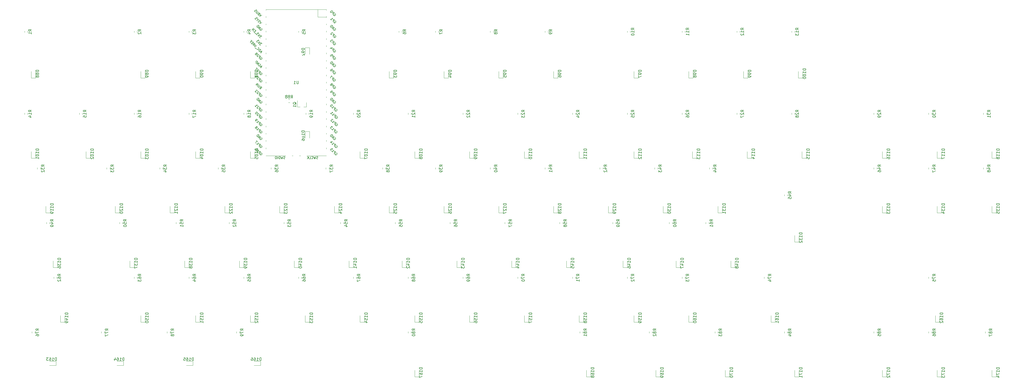
<source format=gbo>
G04 #@! TF.GenerationSoftware,KiCad,Pcbnew,(5.1.10)-1*
G04 #@! TF.CreationDate,2021-09-08T13:55:09+09:00*
G04 #@! TF.ProjectId,KiCAD,4b694341-442e-46b6-9963-61645f706362,rev?*
G04 #@! TF.SameCoordinates,Original*
G04 #@! TF.FileFunction,Legend,Bot*
G04 #@! TF.FilePolarity,Positive*
%FSLAX46Y46*%
G04 Gerber Fmt 4.6, Leading zero omitted, Abs format (unit mm)*
G04 Created by KiCad (PCBNEW (5.1.10)-1) date 2021-09-08 13:55:09*
%MOMM*%
%LPD*%
G01*
G04 APERTURE LIST*
%ADD10C,0.120000*%
%ADD11C,0.150000*%
%ADD12C,2.200000*%
%ADD13C,4.000000*%
%ADD14O,1.700000X1.700000*%
%ADD15R,1.700000X1.700000*%
%ADD16R,0.800000X0.900000*%
%ADD17C,3.050000*%
%ADD18R,1.800000X1.800000*%
%ADD19C,1.800000*%
%ADD20C,7.000000*%
G04 APERTURE END LIST*
D10*
X149337500Y-96757258D02*
X149337500Y-96282742D01*
X150382500Y-96757258D02*
X150382500Y-96282742D01*
X308722500Y-153907258D02*
X308722500Y-153432742D01*
X309767500Y-153907258D02*
X309767500Y-153432742D01*
X144886500Y-111161500D02*
X144486500Y-111161500D01*
X147486500Y-111161500D02*
X147086500Y-111161500D01*
X135486500Y-111161500D02*
X142286500Y-111161500D01*
X135486500Y-100761500D02*
X135486500Y-101161500D01*
X135486500Y-93061500D02*
X135486500Y-93461500D01*
X135486500Y-67661500D02*
X135486500Y-68061500D01*
X135486500Y-60161500D02*
X135486500Y-60461500D01*
X135486500Y-82961500D02*
X135486500Y-83361500D01*
X135486500Y-98161500D02*
X135486500Y-98561500D01*
X135486500Y-77861500D02*
X135486500Y-78261500D01*
X135486500Y-72761500D02*
X135486500Y-73161500D01*
X135486500Y-85461500D02*
X135486500Y-85861500D01*
X135486500Y-90561500D02*
X135486500Y-90961500D01*
X135486500Y-105761500D02*
X135486500Y-106161500D01*
X135486500Y-108361500D02*
X135486500Y-108761500D01*
X135486500Y-103261500D02*
X135486500Y-103661500D01*
X135486500Y-70261500D02*
X135486500Y-70661500D01*
X135486500Y-62561500D02*
X135486500Y-62961500D01*
X135486500Y-65161500D02*
X135486500Y-65561500D01*
X135486500Y-95661500D02*
X135486500Y-96061500D01*
X135486500Y-87961500D02*
X135486500Y-88361500D01*
X135486500Y-80361500D02*
X135486500Y-80761500D01*
X135486500Y-75261500D02*
X135486500Y-75661500D01*
X156486500Y-108361500D02*
X156486500Y-108761500D01*
X156486500Y-105761500D02*
X156486500Y-106161500D01*
X156486500Y-103261500D02*
X156486500Y-103661500D01*
X156486500Y-100761500D02*
X156486500Y-101161500D01*
X156486500Y-98161500D02*
X156486500Y-98561500D01*
X156486500Y-95661500D02*
X156486500Y-96061500D01*
X156486500Y-93061500D02*
X156486500Y-93461500D01*
X156486500Y-90561500D02*
X156486500Y-90961500D01*
X156486500Y-87961500D02*
X156486500Y-88361500D01*
X156486500Y-85461500D02*
X156486500Y-85861500D01*
X156486500Y-82961500D02*
X156486500Y-83361500D01*
X156486500Y-80361500D02*
X156486500Y-80761500D01*
X156486500Y-77861500D02*
X156486500Y-78261500D01*
X156486500Y-75261500D02*
X156486500Y-75661500D01*
X156486500Y-72761500D02*
X156486500Y-73161500D01*
X156486500Y-70261500D02*
X156486500Y-70661500D01*
X156486500Y-67661500D02*
X156486500Y-68061500D01*
X156486500Y-65161500D02*
X156486500Y-65561500D01*
X156486500Y-62561500D02*
X156486500Y-62961500D01*
X156486500Y-60161500D02*
X156486500Y-60461500D01*
X153479500Y-62828500D02*
X153479500Y-60161500D01*
X156486500Y-62828500D02*
X153479500Y-62828500D01*
X149686500Y-111161500D02*
X156486500Y-111161500D01*
X156486500Y-60161500D02*
X135486500Y-60161500D01*
X149535000Y-94105000D02*
X149535000Y-92645000D01*
X146375000Y-94105000D02*
X146375000Y-91945000D01*
X146375000Y-94105000D02*
X147305000Y-94105000D01*
X149535000Y-94105000D02*
X148605000Y-94105000D01*
X143747258Y-92597500D02*
X143272742Y-92597500D01*
X143747258Y-91552500D02*
X143272742Y-91552500D01*
X385557500Y-172957258D02*
X385557500Y-172482742D01*
X386602500Y-172957258D02*
X386602500Y-172482742D01*
X365872500Y-172957258D02*
X365872500Y-172482742D01*
X366917500Y-172957258D02*
X366917500Y-172482742D01*
X346822500Y-172957258D02*
X346822500Y-172482742D01*
X347867500Y-172957258D02*
X347867500Y-172482742D01*
X315707500Y-172957258D02*
X315707500Y-172482742D01*
X316752500Y-172957258D02*
X316752500Y-172482742D01*
X291577500Y-172957258D02*
X291577500Y-172482742D01*
X292622500Y-172957258D02*
X292622500Y-172482742D01*
X268717500Y-172957258D02*
X268717500Y-172482742D01*
X269762500Y-172957258D02*
X269762500Y-172482742D01*
X244587500Y-172957258D02*
X244587500Y-172482742D01*
X245632500Y-172957258D02*
X245632500Y-172482742D01*
X184897500Y-172957258D02*
X184897500Y-172482742D01*
X185942500Y-172957258D02*
X185942500Y-172482742D01*
X125207500Y-172957258D02*
X125207500Y-172482742D01*
X126252500Y-172957258D02*
X126252500Y-172482742D01*
X101077500Y-172957258D02*
X101077500Y-172482742D01*
X102122500Y-172957258D02*
X102122500Y-172482742D01*
X78217500Y-172957258D02*
X78217500Y-172482742D01*
X79262500Y-172957258D02*
X79262500Y-172482742D01*
X54087500Y-172957258D02*
X54087500Y-172482742D01*
X55132500Y-172957258D02*
X55132500Y-172482742D01*
X365872500Y-153907258D02*
X365872500Y-153432742D01*
X366917500Y-153907258D02*
X366917500Y-153432742D01*
X280147500Y-153907258D02*
X280147500Y-153432742D01*
X281192500Y-153907258D02*
X281192500Y-153432742D01*
X261097500Y-153907258D02*
X261097500Y-153432742D01*
X262142500Y-153907258D02*
X262142500Y-153432742D01*
X242047500Y-153907258D02*
X242047500Y-153432742D01*
X243092500Y-153907258D02*
X243092500Y-153432742D01*
X222997500Y-153907258D02*
X222997500Y-153432742D01*
X224042500Y-153907258D02*
X224042500Y-153432742D01*
X203947500Y-153907258D02*
X203947500Y-153432742D01*
X204992500Y-153907258D02*
X204992500Y-153432742D01*
X184897500Y-153907258D02*
X184897500Y-153432742D01*
X185942500Y-153907258D02*
X185942500Y-153432742D01*
X165847500Y-153907258D02*
X165847500Y-153432742D01*
X166892500Y-153907258D02*
X166892500Y-153432742D01*
X146797500Y-153907258D02*
X146797500Y-153432742D01*
X147842500Y-153907258D02*
X147842500Y-153432742D01*
X127747500Y-153907258D02*
X127747500Y-153432742D01*
X128792500Y-153907258D02*
X128792500Y-153432742D01*
X108697500Y-153907258D02*
X108697500Y-153432742D01*
X109742500Y-153907258D02*
X109742500Y-153432742D01*
X89647500Y-153907258D02*
X89647500Y-153432742D01*
X90692500Y-153907258D02*
X90692500Y-153432742D01*
X61707500Y-153907258D02*
X61707500Y-153432742D01*
X62752500Y-153907258D02*
X62752500Y-153432742D01*
X288402500Y-134857258D02*
X288402500Y-134382742D01*
X289447500Y-134857258D02*
X289447500Y-134382742D01*
X275702500Y-134857258D02*
X275702500Y-134382742D01*
X276747500Y-134857258D02*
X276747500Y-134382742D01*
X256017500Y-134857258D02*
X256017500Y-134382742D01*
X257062500Y-134857258D02*
X257062500Y-134382742D01*
X237602500Y-134857258D02*
X237602500Y-134382742D01*
X238647500Y-134857258D02*
X238647500Y-134382742D01*
X218552500Y-134857258D02*
X218552500Y-134382742D01*
X219597500Y-134857258D02*
X219597500Y-134382742D01*
X199502500Y-134857258D02*
X199502500Y-134382742D01*
X200547500Y-134857258D02*
X200547500Y-134382742D01*
X180452500Y-134857258D02*
X180452500Y-134382742D01*
X181497500Y-134857258D02*
X181497500Y-134382742D01*
X161402500Y-134857258D02*
X161402500Y-134382742D01*
X162447500Y-134857258D02*
X162447500Y-134382742D01*
X141717500Y-134857258D02*
X141717500Y-134382742D01*
X142762500Y-134857258D02*
X142762500Y-134382742D01*
X122667500Y-134857258D02*
X122667500Y-134382742D01*
X123712500Y-134857258D02*
X123712500Y-134382742D01*
X104252500Y-134857258D02*
X104252500Y-134382742D01*
X105297500Y-134857258D02*
X105297500Y-134382742D01*
X84567500Y-134857258D02*
X84567500Y-134382742D01*
X85612500Y-134857258D02*
X85612500Y-134382742D01*
X59167500Y-134857258D02*
X59167500Y-134382742D01*
X60212500Y-134857258D02*
X60212500Y-134382742D01*
X384922500Y-115807258D02*
X384922500Y-115332742D01*
X385967500Y-115807258D02*
X385967500Y-115332742D01*
X365872500Y-115807258D02*
X365872500Y-115332742D01*
X366917500Y-115807258D02*
X366917500Y-115332742D01*
X346822500Y-115807258D02*
X346822500Y-115332742D01*
X347867500Y-115807258D02*
X347867500Y-115332742D01*
X315707500Y-125142258D02*
X315707500Y-124667742D01*
X316752500Y-125142258D02*
X316752500Y-124667742D01*
X289672500Y-115807258D02*
X289672500Y-115332742D01*
X290717500Y-115807258D02*
X290717500Y-115332742D01*
X270622500Y-115807258D02*
X270622500Y-115332742D01*
X271667500Y-115807258D02*
X271667500Y-115332742D01*
X251572500Y-115807258D02*
X251572500Y-115332742D01*
X252617500Y-115807258D02*
X252617500Y-115332742D01*
X232522500Y-115807258D02*
X232522500Y-115332742D01*
X233567500Y-115807258D02*
X233567500Y-115332742D01*
X213472500Y-115807258D02*
X213472500Y-115332742D01*
X214517500Y-115807258D02*
X214517500Y-115332742D01*
X194422500Y-115807258D02*
X194422500Y-115332742D01*
X195467500Y-115807258D02*
X195467500Y-115332742D01*
X176007500Y-115807258D02*
X176007500Y-115332742D01*
X177052500Y-115807258D02*
X177052500Y-115332742D01*
X156322500Y-115807258D02*
X156322500Y-115332742D01*
X157367500Y-115807258D02*
X157367500Y-115332742D01*
X137272500Y-115807258D02*
X137272500Y-115332742D01*
X138317500Y-115807258D02*
X138317500Y-115332742D01*
X118857500Y-115807258D02*
X118857500Y-115332742D01*
X119902500Y-115807258D02*
X119902500Y-115332742D01*
X98537500Y-115807258D02*
X98537500Y-115332742D01*
X99582500Y-115807258D02*
X99582500Y-115332742D01*
X80122500Y-115807258D02*
X80122500Y-115332742D01*
X81167500Y-115807258D02*
X81167500Y-115332742D01*
X55992500Y-115807258D02*
X55992500Y-115332742D01*
X57037500Y-115807258D02*
X57037500Y-115332742D01*
X384922500Y-96757258D02*
X384922500Y-96282742D01*
X385967500Y-96757258D02*
X385967500Y-96282742D01*
X365872500Y-96757258D02*
X365872500Y-96282742D01*
X366917500Y-96757258D02*
X366917500Y-96282742D01*
X346822500Y-96757258D02*
X346822500Y-96282742D01*
X347867500Y-96757258D02*
X347867500Y-96282742D01*
X318247500Y-96757258D02*
X318247500Y-96282742D01*
X319292500Y-96757258D02*
X319292500Y-96282742D01*
X299197500Y-96757258D02*
X299197500Y-96282742D01*
X300242500Y-96757258D02*
X300242500Y-96282742D01*
X280147500Y-96757258D02*
X280147500Y-96282742D01*
X281192500Y-96757258D02*
X281192500Y-96282742D01*
X261097500Y-96757258D02*
X261097500Y-96282742D01*
X262142500Y-96757258D02*
X262142500Y-96282742D01*
X242047500Y-96757258D02*
X242047500Y-96282742D01*
X243092500Y-96757258D02*
X243092500Y-96282742D01*
X222997500Y-96757258D02*
X222997500Y-96282742D01*
X224042500Y-96757258D02*
X224042500Y-96282742D01*
X203947500Y-96757258D02*
X203947500Y-96282742D01*
X204992500Y-96757258D02*
X204992500Y-96282742D01*
X184897500Y-96757258D02*
X184897500Y-96282742D01*
X185942500Y-96757258D02*
X185942500Y-96282742D01*
X165847500Y-96757258D02*
X165847500Y-96282742D01*
X166892500Y-96757258D02*
X166892500Y-96282742D01*
X127747500Y-96757258D02*
X127747500Y-96282742D01*
X128792500Y-96757258D02*
X128792500Y-96282742D01*
X108697500Y-96757258D02*
X108697500Y-96282742D01*
X109742500Y-96757258D02*
X109742500Y-96282742D01*
X89647500Y-96757258D02*
X89647500Y-96282742D01*
X90692500Y-96757258D02*
X90692500Y-96282742D01*
X70597500Y-96757258D02*
X70597500Y-96282742D01*
X71642500Y-96757258D02*
X71642500Y-96282742D01*
X51547500Y-96757258D02*
X51547500Y-96282742D01*
X52592500Y-96757258D02*
X52592500Y-96282742D01*
X318247500Y-68182258D02*
X318247500Y-67707742D01*
X319292500Y-68182258D02*
X319292500Y-67707742D01*
X299197500Y-68182258D02*
X299197500Y-67707742D01*
X300242500Y-68182258D02*
X300242500Y-67707742D01*
X280147500Y-68182258D02*
X280147500Y-67707742D01*
X281192500Y-68182258D02*
X281192500Y-67707742D01*
X261097500Y-68182258D02*
X261097500Y-67707742D01*
X262142500Y-68182258D02*
X262142500Y-67707742D01*
X232522500Y-68182258D02*
X232522500Y-67707742D01*
X233567500Y-68182258D02*
X233567500Y-67707742D01*
X213472500Y-68182258D02*
X213472500Y-67707742D01*
X214517500Y-68182258D02*
X214517500Y-67707742D01*
X194422500Y-68182258D02*
X194422500Y-67707742D01*
X195467500Y-68182258D02*
X195467500Y-67707742D01*
X181722500Y-68182258D02*
X181722500Y-67707742D01*
X182767500Y-68182258D02*
X182767500Y-67707742D01*
X146797500Y-68182258D02*
X146797500Y-67707742D01*
X147842500Y-68182258D02*
X147842500Y-67707742D01*
X127747500Y-68182258D02*
X127747500Y-67707742D01*
X128792500Y-68182258D02*
X128792500Y-67707742D01*
X108697500Y-68182258D02*
X108697500Y-67707742D01*
X109742500Y-68182258D02*
X109742500Y-67707742D01*
X89647500Y-68182258D02*
X89647500Y-67707742D01*
X90692500Y-68182258D02*
X90692500Y-67707742D01*
X51547500Y-68182258D02*
X51547500Y-67707742D01*
X52592500Y-68182258D02*
X52592500Y-67707742D01*
X387885000Y-188175000D02*
X387885000Y-185890000D01*
X389355000Y-188175000D02*
X387885000Y-188175000D01*
X389355000Y-185890000D02*
X389355000Y-188175000D01*
X368835000Y-188175000D02*
X368835000Y-185890000D01*
X370305000Y-188175000D02*
X368835000Y-188175000D01*
X370305000Y-185890000D02*
X370305000Y-188175000D01*
X349785000Y-188175000D02*
X349785000Y-185890000D01*
X351255000Y-188175000D02*
X349785000Y-188175000D01*
X351255000Y-185890000D02*
X351255000Y-188175000D01*
X319305000Y-188175000D02*
X319305000Y-185890000D01*
X320775000Y-188175000D02*
X319305000Y-188175000D01*
X320775000Y-185890000D02*
X320775000Y-188175000D01*
X295175000Y-188175000D02*
X295175000Y-185890000D01*
X296645000Y-188175000D02*
X295175000Y-188175000D01*
X296645000Y-185890000D02*
X296645000Y-188175000D01*
X272515000Y-185890000D02*
X272515000Y-188175000D01*
X272515000Y-188175000D02*
X271045000Y-188175000D01*
X271045000Y-188175000D02*
X271045000Y-185890000D01*
X248385000Y-185890000D02*
X248385000Y-188175000D01*
X248385000Y-188175000D02*
X246915000Y-188175000D01*
X246915000Y-188175000D02*
X246915000Y-185890000D01*
X188695000Y-185890000D02*
X188695000Y-188175000D01*
X188695000Y-188175000D02*
X187225000Y-188175000D01*
X187225000Y-188175000D02*
X187225000Y-185890000D01*
X131280000Y-182780000D02*
X133565000Y-182780000D01*
X133565000Y-182780000D02*
X133565000Y-184250000D01*
X133565000Y-184250000D02*
X131280000Y-184250000D01*
X110070000Y-184250000D02*
X107785000Y-184250000D01*
X110070000Y-182780000D02*
X110070000Y-184250000D01*
X107785000Y-182780000D02*
X110070000Y-182780000D01*
X85940000Y-184250000D02*
X83655000Y-184250000D01*
X85940000Y-182780000D02*
X85940000Y-184250000D01*
X83655000Y-182780000D02*
X85940000Y-182780000D01*
X62445000Y-184250000D02*
X60160000Y-184250000D01*
X62445000Y-182780000D02*
X62445000Y-184250000D01*
X60160000Y-182780000D02*
X62445000Y-182780000D01*
X368200000Y-169125000D02*
X368200000Y-166840000D01*
X369670000Y-169125000D02*
X368200000Y-169125000D01*
X369670000Y-166840000D02*
X369670000Y-169125000D01*
X311050000Y-169125000D02*
X311050000Y-166840000D01*
X312520000Y-169125000D02*
X311050000Y-169125000D01*
X312520000Y-166840000D02*
X312520000Y-169125000D01*
X282475000Y-169125000D02*
X282475000Y-166840000D01*
X283945000Y-169125000D02*
X282475000Y-169125000D01*
X283945000Y-166840000D02*
X283945000Y-169125000D01*
X263425000Y-169125000D02*
X263425000Y-166840000D01*
X264895000Y-169125000D02*
X263425000Y-169125000D01*
X264895000Y-166840000D02*
X264895000Y-169125000D01*
X244375000Y-169125000D02*
X244375000Y-166840000D01*
X245845000Y-169125000D02*
X244375000Y-169125000D01*
X245845000Y-166840000D02*
X245845000Y-169125000D01*
X225325000Y-169125000D02*
X225325000Y-166840000D01*
X226795000Y-169125000D02*
X225325000Y-169125000D01*
X226795000Y-166840000D02*
X226795000Y-169125000D01*
X206275000Y-169125000D02*
X206275000Y-166840000D01*
X207745000Y-169125000D02*
X206275000Y-169125000D01*
X207745000Y-166840000D02*
X207745000Y-169125000D01*
X187225000Y-169125000D02*
X187225000Y-166840000D01*
X188695000Y-169125000D02*
X187225000Y-169125000D01*
X188695000Y-166840000D02*
X188695000Y-169125000D01*
X168175000Y-169125000D02*
X168175000Y-166840000D01*
X169645000Y-169125000D02*
X168175000Y-169125000D01*
X169645000Y-166840000D02*
X169645000Y-169125000D01*
X149125000Y-169125000D02*
X149125000Y-166840000D01*
X150595000Y-169125000D02*
X149125000Y-169125000D01*
X150595000Y-166840000D02*
X150595000Y-169125000D01*
X130075000Y-169125000D02*
X130075000Y-166840000D01*
X131545000Y-169125000D02*
X130075000Y-169125000D01*
X131545000Y-166840000D02*
X131545000Y-169125000D01*
X111025000Y-169125000D02*
X111025000Y-166840000D01*
X112495000Y-169125000D02*
X111025000Y-169125000D01*
X112495000Y-166840000D02*
X112495000Y-169125000D01*
X91975000Y-169125000D02*
X91975000Y-166840000D01*
X93445000Y-169125000D02*
X91975000Y-169125000D01*
X93445000Y-166840000D02*
X93445000Y-169125000D01*
X64035000Y-169125000D02*
X64035000Y-166840000D01*
X65505000Y-169125000D02*
X64035000Y-169125000D01*
X65505000Y-166840000D02*
X65505000Y-169125000D01*
X297080000Y-150075000D02*
X297080000Y-147790000D01*
X298550000Y-150075000D02*
X297080000Y-150075000D01*
X298550000Y-147790000D02*
X298550000Y-150075000D01*
X278030000Y-150075000D02*
X278030000Y-147790000D01*
X279500000Y-150075000D02*
X278030000Y-150075000D01*
X279500000Y-147790000D02*
X279500000Y-150075000D01*
X259615000Y-150075000D02*
X259615000Y-147790000D01*
X261085000Y-150075000D02*
X259615000Y-150075000D01*
X261085000Y-147790000D02*
X261085000Y-150075000D01*
X239930000Y-150075000D02*
X239930000Y-147790000D01*
X241400000Y-150075000D02*
X239930000Y-150075000D01*
X241400000Y-147790000D02*
X241400000Y-150075000D01*
X220880000Y-150075000D02*
X220880000Y-147790000D01*
X222350000Y-150075000D02*
X220880000Y-150075000D01*
X222350000Y-147790000D02*
X222350000Y-150075000D01*
X201830000Y-150075000D02*
X201830000Y-147790000D01*
X203300000Y-150075000D02*
X201830000Y-150075000D01*
X203300000Y-147790000D02*
X203300000Y-150075000D01*
X182780000Y-150075000D02*
X182780000Y-147790000D01*
X184250000Y-150075000D02*
X182780000Y-150075000D01*
X184250000Y-147790000D02*
X184250000Y-150075000D01*
X164365000Y-150075000D02*
X164365000Y-147790000D01*
X165835000Y-150075000D02*
X164365000Y-150075000D01*
X165835000Y-147790000D02*
X165835000Y-150075000D01*
X145315000Y-150075000D02*
X145315000Y-147790000D01*
X146785000Y-150075000D02*
X145315000Y-150075000D01*
X146785000Y-147790000D02*
X146785000Y-150075000D01*
X126265000Y-150075000D02*
X126265000Y-147790000D01*
X127735000Y-150075000D02*
X126265000Y-150075000D01*
X127735000Y-147790000D02*
X127735000Y-150075000D01*
X107215000Y-150075000D02*
X107215000Y-147790000D01*
X108685000Y-150075000D02*
X107215000Y-150075000D01*
X108685000Y-147790000D02*
X108685000Y-150075000D01*
X88165000Y-150075000D02*
X88165000Y-147790000D01*
X89635000Y-150075000D02*
X88165000Y-150075000D01*
X89635000Y-147790000D02*
X89635000Y-150075000D01*
X61495000Y-150075000D02*
X61495000Y-147790000D01*
X62965000Y-150075000D02*
X61495000Y-150075000D01*
X62965000Y-147790000D02*
X62965000Y-150075000D01*
X387885000Y-131025000D02*
X387885000Y-128740000D01*
X389355000Y-131025000D02*
X387885000Y-131025000D01*
X389355000Y-128740000D02*
X389355000Y-131025000D01*
X368835000Y-131025000D02*
X368835000Y-128740000D01*
X370305000Y-131025000D02*
X368835000Y-131025000D01*
X370305000Y-128740000D02*
X370305000Y-131025000D01*
X349785000Y-131025000D02*
X349785000Y-128740000D01*
X351255000Y-131025000D02*
X349785000Y-131025000D01*
X351255000Y-128740000D02*
X351255000Y-131025000D01*
X319305000Y-141185000D02*
X319305000Y-138900000D01*
X320775000Y-141185000D02*
X319305000Y-141185000D01*
X320775000Y-138900000D02*
X320775000Y-141185000D01*
X292635000Y-131025000D02*
X292635000Y-128740000D01*
X294105000Y-131025000D02*
X292635000Y-131025000D01*
X294105000Y-128740000D02*
X294105000Y-131025000D01*
X273585000Y-131025000D02*
X273585000Y-128740000D01*
X275055000Y-131025000D02*
X273585000Y-131025000D01*
X275055000Y-128740000D02*
X275055000Y-131025000D01*
X254535000Y-131025000D02*
X254535000Y-128740000D01*
X256005000Y-131025000D02*
X254535000Y-131025000D01*
X256005000Y-128740000D02*
X256005000Y-131025000D01*
X235485000Y-131025000D02*
X235485000Y-128740000D01*
X236955000Y-131025000D02*
X235485000Y-131025000D01*
X236955000Y-128740000D02*
X236955000Y-131025000D01*
X216435000Y-131025000D02*
X216435000Y-128740000D01*
X217905000Y-131025000D02*
X216435000Y-131025000D01*
X217905000Y-128740000D02*
X217905000Y-131025000D01*
X197385000Y-131025000D02*
X197385000Y-128740000D01*
X198855000Y-131025000D02*
X197385000Y-131025000D01*
X198855000Y-128740000D02*
X198855000Y-131025000D01*
X178335000Y-131025000D02*
X178335000Y-128740000D01*
X179805000Y-131025000D02*
X178335000Y-131025000D01*
X179805000Y-128740000D02*
X179805000Y-131025000D01*
X159285000Y-131025000D02*
X159285000Y-128740000D01*
X160755000Y-131025000D02*
X159285000Y-131025000D01*
X160755000Y-128740000D02*
X160755000Y-131025000D01*
X140235000Y-131025000D02*
X140235000Y-128740000D01*
X141705000Y-131025000D02*
X140235000Y-131025000D01*
X141705000Y-128740000D02*
X141705000Y-131025000D01*
X121185000Y-131025000D02*
X121185000Y-128740000D01*
X122655000Y-131025000D02*
X121185000Y-131025000D01*
X122655000Y-128740000D02*
X122655000Y-131025000D01*
X102135000Y-131025000D02*
X102135000Y-128740000D01*
X103605000Y-131025000D02*
X102135000Y-131025000D01*
X103605000Y-128740000D02*
X103605000Y-131025000D01*
X83085000Y-131025000D02*
X83085000Y-128740000D01*
X84555000Y-131025000D02*
X83085000Y-131025000D01*
X84555000Y-128740000D02*
X84555000Y-131025000D01*
X58955000Y-131025000D02*
X58955000Y-128740000D01*
X60425000Y-131025000D02*
X58955000Y-131025000D01*
X60425000Y-128740000D02*
X60425000Y-131025000D01*
X387885000Y-111975000D02*
X387885000Y-109690000D01*
X389355000Y-111975000D02*
X387885000Y-111975000D01*
X389355000Y-109690000D02*
X389355000Y-111975000D01*
X368835000Y-111975000D02*
X368835000Y-109690000D01*
X370305000Y-111975000D02*
X368835000Y-111975000D01*
X370305000Y-109690000D02*
X370305000Y-111975000D01*
X349785000Y-111975000D02*
X349785000Y-109690000D01*
X351255000Y-111975000D02*
X349785000Y-111975000D01*
X351255000Y-109690000D02*
X351255000Y-111975000D01*
X323315000Y-109690000D02*
X323315000Y-111975000D01*
X323315000Y-111975000D02*
X321845000Y-111975000D01*
X321845000Y-111975000D02*
X321845000Y-109690000D01*
X304265000Y-109690000D02*
X304265000Y-111975000D01*
X304265000Y-111975000D02*
X302795000Y-111975000D01*
X302795000Y-111975000D02*
X302795000Y-109690000D01*
X285215000Y-109690000D02*
X285215000Y-111975000D01*
X285215000Y-111975000D02*
X283745000Y-111975000D01*
X283745000Y-111975000D02*
X283745000Y-109690000D01*
X264895000Y-109690000D02*
X264895000Y-111975000D01*
X264895000Y-111975000D02*
X263425000Y-111975000D01*
X263425000Y-111975000D02*
X263425000Y-109690000D01*
X245845000Y-109690000D02*
X245845000Y-111975000D01*
X245845000Y-111975000D02*
X244375000Y-111975000D01*
X244375000Y-111975000D02*
X244375000Y-109690000D01*
X226795000Y-109690000D02*
X226795000Y-111975000D01*
X226795000Y-111975000D02*
X225325000Y-111975000D01*
X225325000Y-111975000D02*
X225325000Y-109690000D01*
X207745000Y-109690000D02*
X207745000Y-111975000D01*
X207745000Y-111975000D02*
X206275000Y-111975000D01*
X206275000Y-111975000D02*
X206275000Y-109690000D01*
X188695000Y-109690000D02*
X188695000Y-111975000D01*
X188695000Y-111975000D02*
X187225000Y-111975000D01*
X187225000Y-111975000D02*
X187225000Y-109690000D01*
X169645000Y-109690000D02*
X169645000Y-111975000D01*
X169645000Y-111975000D02*
X168175000Y-111975000D01*
X168175000Y-111975000D02*
X168175000Y-109690000D01*
X149125000Y-104940000D02*
X149125000Y-102655000D01*
X149125000Y-102655000D02*
X150595000Y-102655000D01*
X150595000Y-102655000D02*
X150595000Y-104940000D01*
X130075000Y-111975000D02*
X130075000Y-109690000D01*
X131545000Y-111975000D02*
X130075000Y-111975000D01*
X131545000Y-109690000D02*
X131545000Y-111975000D01*
X111025000Y-111975000D02*
X111025000Y-109690000D01*
X112495000Y-111975000D02*
X111025000Y-111975000D01*
X112495000Y-109690000D02*
X112495000Y-111975000D01*
X91975000Y-111975000D02*
X91975000Y-109690000D01*
X93445000Y-111975000D02*
X91975000Y-111975000D01*
X93445000Y-109690000D02*
X93445000Y-111975000D01*
X72925000Y-111975000D02*
X72925000Y-109690000D01*
X74395000Y-111975000D02*
X72925000Y-111975000D01*
X74395000Y-109690000D02*
X74395000Y-111975000D01*
X53875000Y-111975000D02*
X53875000Y-109690000D01*
X55345000Y-111975000D02*
X53875000Y-111975000D01*
X55345000Y-109690000D02*
X55345000Y-111975000D01*
X320575000Y-84035000D02*
X320575000Y-81750000D01*
X322045000Y-84035000D02*
X320575000Y-84035000D01*
X322045000Y-81750000D02*
X322045000Y-84035000D01*
X301525000Y-84035000D02*
X301525000Y-81750000D01*
X302995000Y-84035000D02*
X301525000Y-84035000D01*
X302995000Y-81750000D02*
X302995000Y-84035000D01*
X282475000Y-84035000D02*
X282475000Y-81750000D01*
X283945000Y-84035000D02*
X282475000Y-84035000D01*
X283945000Y-81750000D02*
X283945000Y-84035000D01*
X263425000Y-84035000D02*
X263425000Y-81750000D01*
X264895000Y-84035000D02*
X263425000Y-84035000D01*
X264895000Y-81750000D02*
X264895000Y-84035000D01*
X235485000Y-84035000D02*
X235485000Y-81750000D01*
X236955000Y-84035000D02*
X235485000Y-84035000D01*
X236955000Y-81750000D02*
X236955000Y-84035000D01*
X216435000Y-84035000D02*
X216435000Y-81750000D01*
X217905000Y-84035000D02*
X216435000Y-84035000D01*
X217905000Y-81750000D02*
X217905000Y-84035000D01*
X197385000Y-84035000D02*
X197385000Y-81750000D01*
X198855000Y-84035000D02*
X197385000Y-84035000D01*
X198855000Y-81750000D02*
X198855000Y-84035000D01*
X178335000Y-84035000D02*
X178335000Y-81750000D01*
X179805000Y-84035000D02*
X178335000Y-84035000D01*
X179805000Y-81750000D02*
X179805000Y-84035000D01*
X150595000Y-73445000D02*
X150595000Y-75730000D01*
X149125000Y-73445000D02*
X150595000Y-73445000D01*
X149125000Y-75730000D02*
X149125000Y-73445000D01*
X130075000Y-84035000D02*
X130075000Y-81750000D01*
X131545000Y-84035000D02*
X130075000Y-84035000D01*
X131545000Y-81750000D02*
X131545000Y-84035000D01*
X111025000Y-84035000D02*
X111025000Y-81750000D01*
X112495000Y-84035000D02*
X111025000Y-84035000D01*
X112495000Y-81750000D02*
X112495000Y-84035000D01*
X91975000Y-84035000D02*
X91975000Y-81750000D01*
X93445000Y-84035000D02*
X91975000Y-84035000D01*
X93445000Y-81750000D02*
X93445000Y-84035000D01*
X53875000Y-84035000D02*
X53875000Y-81750000D01*
X55345000Y-84035000D02*
X53875000Y-84035000D01*
X55345000Y-81750000D02*
X55345000Y-84035000D01*
D11*
X151742380Y-95877142D02*
X151266190Y-95543809D01*
X151742380Y-95305714D02*
X150742380Y-95305714D01*
X150742380Y-95686666D01*
X150790000Y-95781904D01*
X150837619Y-95829523D01*
X150932857Y-95877142D01*
X151075714Y-95877142D01*
X151170952Y-95829523D01*
X151218571Y-95781904D01*
X151266190Y-95686666D01*
X151266190Y-95305714D01*
X151742380Y-96829523D02*
X151742380Y-96258095D01*
X151742380Y-96543809D02*
X150742380Y-96543809D01*
X150885238Y-96448571D01*
X150980476Y-96353333D01*
X151028095Y-96258095D01*
X151742380Y-97305714D02*
X151742380Y-97496190D01*
X151694761Y-97591428D01*
X151647142Y-97639047D01*
X151504285Y-97734285D01*
X151313809Y-97781904D01*
X150932857Y-97781904D01*
X150837619Y-97734285D01*
X150790000Y-97686666D01*
X150742380Y-97591428D01*
X150742380Y-97400952D01*
X150790000Y-97305714D01*
X150837619Y-97258095D01*
X150932857Y-97210476D01*
X151170952Y-97210476D01*
X151266190Y-97258095D01*
X151313809Y-97305714D01*
X151361428Y-97400952D01*
X151361428Y-97591428D01*
X151313809Y-97686666D01*
X151266190Y-97734285D01*
X151170952Y-97781904D01*
X311127380Y-153027142D02*
X310651190Y-152693809D01*
X311127380Y-152455714D02*
X310127380Y-152455714D01*
X310127380Y-152836666D01*
X310175000Y-152931904D01*
X310222619Y-152979523D01*
X310317857Y-153027142D01*
X310460714Y-153027142D01*
X310555952Y-152979523D01*
X310603571Y-152931904D01*
X310651190Y-152836666D01*
X310651190Y-152455714D01*
X310127380Y-153360476D02*
X310127380Y-154027142D01*
X311127380Y-153598571D01*
X310460714Y-154836666D02*
X311127380Y-154836666D01*
X310079761Y-154598571D02*
X310794047Y-154360476D01*
X310794047Y-154979523D01*
X146748404Y-85113880D02*
X146748404Y-85923404D01*
X146700785Y-86018642D01*
X146653166Y-86066261D01*
X146557928Y-86113880D01*
X146367452Y-86113880D01*
X146272214Y-86066261D01*
X146224595Y-86018642D01*
X146176976Y-85923404D01*
X146176976Y-85113880D01*
X145176976Y-86113880D02*
X145748404Y-86113880D01*
X145462690Y-86113880D02*
X145462690Y-85113880D01*
X145557928Y-85256738D01*
X145653166Y-85351976D01*
X145748404Y-85399595D01*
X142081738Y-112185309D02*
X141967452Y-112223404D01*
X141776976Y-112223404D01*
X141700785Y-112185309D01*
X141662690Y-112147214D01*
X141624595Y-112071023D01*
X141624595Y-111994833D01*
X141662690Y-111918642D01*
X141700785Y-111880547D01*
X141776976Y-111842452D01*
X141929357Y-111804357D01*
X142005547Y-111766261D01*
X142043642Y-111728166D01*
X142081738Y-111651976D01*
X142081738Y-111575785D01*
X142043642Y-111499595D01*
X142005547Y-111461500D01*
X141929357Y-111423404D01*
X141738880Y-111423404D01*
X141624595Y-111461500D01*
X141357928Y-111423404D02*
X141167452Y-112223404D01*
X141015071Y-111651976D01*
X140862690Y-112223404D01*
X140672214Y-111423404D01*
X140367452Y-112223404D02*
X140367452Y-111423404D01*
X140176976Y-111423404D01*
X140062690Y-111461500D01*
X139986500Y-111537690D01*
X139948404Y-111613880D01*
X139910309Y-111766261D01*
X139910309Y-111880547D01*
X139948404Y-112032928D01*
X139986500Y-112109119D01*
X140062690Y-112185309D01*
X140176976Y-112223404D01*
X140367452Y-112223404D01*
X139567452Y-112223404D02*
X139567452Y-111423404D01*
X139034119Y-111423404D02*
X138881738Y-111423404D01*
X138805547Y-111461500D01*
X138729357Y-111537690D01*
X138691261Y-111690071D01*
X138691261Y-111956738D01*
X138729357Y-112109119D01*
X138805547Y-112185309D01*
X138881738Y-112223404D01*
X139034119Y-112223404D01*
X139110309Y-112185309D01*
X139186500Y-112109119D01*
X139224595Y-111956738D01*
X139224595Y-111690071D01*
X139186500Y-111537690D01*
X139110309Y-111461500D01*
X139034119Y-111423404D01*
X153496023Y-112185309D02*
X153381738Y-112223404D01*
X153191261Y-112223404D01*
X153115071Y-112185309D01*
X153076976Y-112147214D01*
X153038880Y-112071023D01*
X153038880Y-111994833D01*
X153076976Y-111918642D01*
X153115071Y-111880547D01*
X153191261Y-111842452D01*
X153343642Y-111804357D01*
X153419833Y-111766261D01*
X153457928Y-111728166D01*
X153496023Y-111651976D01*
X153496023Y-111575785D01*
X153457928Y-111499595D01*
X153419833Y-111461500D01*
X153343642Y-111423404D01*
X153153166Y-111423404D01*
X153038880Y-111461500D01*
X152772214Y-111423404D02*
X152581738Y-112223404D01*
X152429357Y-111651976D01*
X152276976Y-112223404D01*
X152086500Y-111423404D01*
X151324595Y-112147214D02*
X151362690Y-112185309D01*
X151476976Y-112223404D01*
X151553166Y-112223404D01*
X151667452Y-112185309D01*
X151743642Y-112109119D01*
X151781738Y-112032928D01*
X151819833Y-111880547D01*
X151819833Y-111766261D01*
X151781738Y-111613880D01*
X151743642Y-111537690D01*
X151667452Y-111461500D01*
X151553166Y-111423404D01*
X151476976Y-111423404D01*
X151362690Y-111461500D01*
X151324595Y-111499595D01*
X150600785Y-112223404D02*
X150981738Y-112223404D01*
X150981738Y-111423404D01*
X150334119Y-112223404D02*
X150334119Y-111423404D01*
X149876976Y-112223404D02*
X150219833Y-111766261D01*
X149876976Y-111423404D02*
X150334119Y-111880547D01*
X133834902Y-80402464D02*
X133565528Y-80133090D01*
X133727153Y-80617963D02*
X134104276Y-79863716D01*
X133350029Y-80240840D01*
X133403904Y-79217219D02*
X133484716Y-79244156D01*
X133565528Y-79324968D01*
X133619403Y-79432718D01*
X133619403Y-79540467D01*
X133592466Y-79621280D01*
X133511654Y-79755967D01*
X133430841Y-79836779D01*
X133296154Y-79917591D01*
X133215342Y-79944528D01*
X133107593Y-79944528D01*
X132999843Y-79890654D01*
X132945968Y-79836779D01*
X132892093Y-79729029D01*
X132892093Y-79675154D01*
X133080655Y-79486593D01*
X133188405Y-79594342D01*
X132595782Y-79486593D02*
X133161467Y-78920907D01*
X132272533Y-79163344D01*
X132838219Y-78597658D01*
X132003159Y-78893970D02*
X132568845Y-78328284D01*
X132434158Y-78193597D01*
X132326408Y-78139723D01*
X132218658Y-78139723D01*
X132137846Y-78166660D01*
X132003159Y-78247472D01*
X131922347Y-78328284D01*
X131841535Y-78462971D01*
X131814597Y-78543784D01*
X131814597Y-78651533D01*
X131868472Y-78759283D01*
X132003159Y-78893970D01*
X133900341Y-66759655D02*
X133981153Y-66786593D01*
X134061965Y-66867405D01*
X134115840Y-66975154D01*
X134115840Y-67082904D01*
X134088902Y-67163716D01*
X134008090Y-67298403D01*
X133927278Y-67379215D01*
X133792591Y-67460028D01*
X133711779Y-67486965D01*
X133604029Y-67486965D01*
X133496280Y-67433090D01*
X133442405Y-67379215D01*
X133388530Y-67271466D01*
X133388530Y-67217591D01*
X133577092Y-67029029D01*
X133684841Y-67136779D01*
X133092219Y-67029029D02*
X133657904Y-66463344D01*
X132768970Y-66705780D01*
X133334655Y-66140095D01*
X132499596Y-66436406D02*
X133065281Y-65870721D01*
X132930594Y-65736034D01*
X132822845Y-65682159D01*
X132715095Y-65682159D01*
X132634283Y-65709097D01*
X132499596Y-65789909D01*
X132418784Y-65870721D01*
X132337971Y-66005408D01*
X132311034Y-66086220D01*
X132311034Y-66193970D01*
X132364909Y-66301719D01*
X132499596Y-66436406D01*
X133900341Y-92159655D02*
X133981153Y-92186593D01*
X134061965Y-92267405D01*
X134115840Y-92375154D01*
X134115840Y-92482904D01*
X134088902Y-92563716D01*
X134008090Y-92698403D01*
X133927278Y-92779215D01*
X133792591Y-92860028D01*
X133711779Y-92886965D01*
X133604029Y-92886965D01*
X133496280Y-92833090D01*
X133442405Y-92779215D01*
X133388530Y-92671466D01*
X133388530Y-92617591D01*
X133577092Y-92429029D01*
X133684841Y-92536779D01*
X133092219Y-92429029D02*
X133657904Y-91863344D01*
X132768970Y-92105780D01*
X133334655Y-91540095D01*
X132499596Y-91836406D02*
X133065281Y-91270721D01*
X132930594Y-91136034D01*
X132822845Y-91082159D01*
X132715095Y-91082159D01*
X132634283Y-91109097D01*
X132499596Y-91189909D01*
X132418784Y-91270721D01*
X132337971Y-91405408D01*
X132311034Y-91486220D01*
X132311034Y-91593970D01*
X132364909Y-91701719D01*
X132499596Y-91836406D01*
X133900341Y-104859655D02*
X133981153Y-104886593D01*
X134061965Y-104967405D01*
X134115840Y-105075154D01*
X134115840Y-105182904D01*
X134088902Y-105263716D01*
X134008090Y-105398403D01*
X133927278Y-105479215D01*
X133792591Y-105560028D01*
X133711779Y-105586965D01*
X133604029Y-105586965D01*
X133496280Y-105533090D01*
X133442405Y-105479215D01*
X133388530Y-105371466D01*
X133388530Y-105317591D01*
X133577092Y-105129029D01*
X133684841Y-105236779D01*
X133092219Y-105129029D02*
X133657904Y-104563344D01*
X132768970Y-104805780D01*
X133334655Y-104240095D01*
X132499596Y-104536406D02*
X133065281Y-103970721D01*
X132930594Y-103836034D01*
X132822845Y-103782159D01*
X132715095Y-103782159D01*
X132634283Y-103809097D01*
X132499596Y-103889909D01*
X132418784Y-103970721D01*
X132337971Y-104105408D01*
X132311034Y-104186220D01*
X132311034Y-104293970D01*
X132364909Y-104401719D01*
X132499596Y-104536406D01*
X159500341Y-104859655D02*
X159581153Y-104886593D01*
X159661965Y-104967405D01*
X159715840Y-105075154D01*
X159715840Y-105182904D01*
X159688902Y-105263716D01*
X159608090Y-105398403D01*
X159527278Y-105479215D01*
X159392591Y-105560028D01*
X159311779Y-105586965D01*
X159204029Y-105586965D01*
X159096280Y-105533090D01*
X159042405Y-105479215D01*
X158988530Y-105371466D01*
X158988530Y-105317591D01*
X159177092Y-105129029D01*
X159284841Y-105236779D01*
X158692219Y-105129029D02*
X159257904Y-104563344D01*
X158368970Y-104805780D01*
X158934655Y-104240095D01*
X158099596Y-104536406D02*
X158665281Y-103970721D01*
X158530594Y-103836034D01*
X158422845Y-103782159D01*
X158315095Y-103782159D01*
X158234283Y-103809097D01*
X158099596Y-103889909D01*
X158018784Y-103970721D01*
X157937971Y-104105408D01*
X157911034Y-104186220D01*
X157911034Y-104293970D01*
X157964909Y-104401719D01*
X158099596Y-104536406D01*
X159500341Y-92159655D02*
X159581153Y-92186593D01*
X159661965Y-92267405D01*
X159715840Y-92375154D01*
X159715840Y-92482904D01*
X159688902Y-92563716D01*
X159608090Y-92698403D01*
X159527278Y-92779215D01*
X159392591Y-92860028D01*
X159311779Y-92886965D01*
X159204029Y-92886965D01*
X159096280Y-92833090D01*
X159042405Y-92779215D01*
X158988530Y-92671466D01*
X158988530Y-92617591D01*
X159177092Y-92429029D01*
X159284841Y-92536779D01*
X158692219Y-92429029D02*
X159257904Y-91863344D01*
X158368970Y-92105780D01*
X158934655Y-91540095D01*
X158099596Y-91836406D02*
X158665281Y-91270721D01*
X158530594Y-91136034D01*
X158422845Y-91082159D01*
X158315095Y-91082159D01*
X158234283Y-91109097D01*
X158099596Y-91189909D01*
X158018784Y-91270721D01*
X157937971Y-91405408D01*
X157911034Y-91486220D01*
X157911034Y-91593970D01*
X157964909Y-91701719D01*
X158099596Y-91836406D01*
X159500341Y-79459655D02*
X159581153Y-79486593D01*
X159661965Y-79567405D01*
X159715840Y-79675154D01*
X159715840Y-79782904D01*
X159688902Y-79863716D01*
X159608090Y-79998403D01*
X159527278Y-80079215D01*
X159392591Y-80160028D01*
X159311779Y-80186965D01*
X159204029Y-80186965D01*
X159096280Y-80133090D01*
X159042405Y-80079215D01*
X158988530Y-79971466D01*
X158988530Y-79917591D01*
X159177092Y-79729029D01*
X159284841Y-79836779D01*
X158692219Y-79729029D02*
X159257904Y-79163344D01*
X158368970Y-79405780D01*
X158934655Y-78840095D01*
X158099596Y-79136406D02*
X158665281Y-78570721D01*
X158530594Y-78436034D01*
X158422845Y-78382159D01*
X158315095Y-78382159D01*
X158234283Y-78409097D01*
X158099596Y-78489909D01*
X158018784Y-78570721D01*
X157937971Y-78705408D01*
X157911034Y-78786220D01*
X157911034Y-78893970D01*
X157964909Y-79001719D01*
X158099596Y-79136406D01*
X159500341Y-66759655D02*
X159581153Y-66786593D01*
X159661965Y-66867405D01*
X159715840Y-66975154D01*
X159715840Y-67082904D01*
X159688902Y-67163716D01*
X159608090Y-67298403D01*
X159527278Y-67379215D01*
X159392591Y-67460028D01*
X159311779Y-67486965D01*
X159204029Y-67486965D01*
X159096280Y-67433090D01*
X159042405Y-67379215D01*
X158988530Y-67271466D01*
X158988530Y-67217591D01*
X159177092Y-67029029D01*
X159284841Y-67136779D01*
X158692219Y-67029029D02*
X159257904Y-66463344D01*
X158368970Y-66705780D01*
X158934655Y-66140095D01*
X158099596Y-66436406D02*
X158665281Y-65870721D01*
X158530594Y-65736034D01*
X158422845Y-65682159D01*
X158315095Y-65682159D01*
X158234283Y-65709097D01*
X158099596Y-65789909D01*
X158018784Y-65870721D01*
X157937971Y-66005408D01*
X157911034Y-66086220D01*
X157911034Y-66193970D01*
X157964909Y-66301719D01*
X158099596Y-66436406D01*
X134033370Y-62188809D02*
X133279122Y-62565933D01*
X133656246Y-61811686D01*
X133009748Y-61703936D02*
X132901999Y-61650061D01*
X132848124Y-61650061D01*
X132767312Y-61676999D01*
X132686500Y-61757811D01*
X132659562Y-61838623D01*
X132659562Y-61892498D01*
X132686500Y-61973310D01*
X132901999Y-62188809D01*
X133467684Y-61623124D01*
X133279122Y-61434562D01*
X133198310Y-61407625D01*
X133144435Y-61407625D01*
X133063623Y-61434562D01*
X133009748Y-61488437D01*
X132982811Y-61569249D01*
X132982811Y-61623124D01*
X133009748Y-61703936D01*
X133198310Y-61892498D01*
X132901999Y-61057438D02*
X132444063Y-61515374D01*
X132363251Y-61542312D01*
X132309376Y-61542312D01*
X132228564Y-61515374D01*
X132120814Y-61407625D01*
X132093877Y-61326812D01*
X132093877Y-61272938D01*
X132120814Y-61192125D01*
X132578750Y-60734190D01*
X131797565Y-61030501D02*
X131689816Y-60976626D01*
X131555129Y-60841939D01*
X131528191Y-60761127D01*
X131528191Y-60707252D01*
X131555129Y-60626440D01*
X131609003Y-60572565D01*
X131689816Y-60545628D01*
X131743690Y-60545628D01*
X131824503Y-60572565D01*
X131959190Y-60653377D01*
X132040002Y-60680315D01*
X132093877Y-60680315D01*
X132174689Y-60653377D01*
X132228564Y-60599503D01*
X132255501Y-60518690D01*
X132255501Y-60464816D01*
X132228564Y-60384003D01*
X132093877Y-60249316D01*
X131986127Y-60195442D01*
X134066026Y-64731466D02*
X133311779Y-65108589D01*
X133688902Y-64354342D01*
X132988530Y-64731466D02*
X132880780Y-64677591D01*
X132746093Y-64542904D01*
X132719156Y-64462092D01*
X132719156Y-64408217D01*
X132746093Y-64327405D01*
X132799968Y-64273530D01*
X132880780Y-64246593D01*
X132934655Y-64246593D01*
X133015467Y-64273530D01*
X133150154Y-64354342D01*
X133230967Y-64381280D01*
X133284841Y-64381280D01*
X133365654Y-64354342D01*
X133419528Y-64300467D01*
X133446466Y-64219655D01*
X133446466Y-64165780D01*
X133419528Y-64084968D01*
X133284841Y-63950281D01*
X133177092Y-63896406D01*
X132557532Y-63815594D02*
X132288158Y-64084968D01*
X133042405Y-63707845D02*
X132557532Y-63815594D01*
X132665281Y-63330721D01*
X131964909Y-63707845D02*
X131857159Y-63653970D01*
X131722472Y-63519283D01*
X131695535Y-63438471D01*
X131695535Y-63384596D01*
X131722472Y-63303784D01*
X131776347Y-63249909D01*
X131857159Y-63222971D01*
X131911034Y-63222971D01*
X131991846Y-63249909D01*
X132126533Y-63330721D01*
X132207345Y-63357658D01*
X132261220Y-63357658D01*
X132342032Y-63330721D01*
X132395907Y-63276846D01*
X132422845Y-63196034D01*
X132422845Y-63142159D01*
X132395907Y-63061347D01*
X132261220Y-62926660D01*
X132153471Y-62872785D01*
X134064368Y-69619808D02*
X133714182Y-69269622D01*
X133687244Y-69673683D01*
X133606432Y-69592870D01*
X133525620Y-69565933D01*
X133471745Y-69565933D01*
X133390933Y-69592870D01*
X133256246Y-69727557D01*
X133229309Y-69808370D01*
X133229309Y-69862244D01*
X133256246Y-69943057D01*
X133417870Y-70104681D01*
X133498683Y-70131618D01*
X133552557Y-70131618D01*
X133552557Y-69107997D02*
X132798310Y-69485121D01*
X133175434Y-68730874D01*
X133040747Y-68596187D02*
X132690561Y-68246000D01*
X132663623Y-68650061D01*
X132582811Y-68569249D01*
X132501999Y-68542312D01*
X132448124Y-68542312D01*
X132367312Y-68569249D01*
X132232625Y-68703936D01*
X132205687Y-68784748D01*
X132205687Y-68838623D01*
X132232625Y-68919435D01*
X132394249Y-69081060D01*
X132475061Y-69107997D01*
X132528936Y-69107997D01*
X131963251Y-68757811D02*
X131532252Y-68326812D01*
X131747751Y-67841939D02*
X131559190Y-67653377D01*
X131182066Y-67868877D02*
X131451440Y-68138251D01*
X132017125Y-67572565D01*
X131747751Y-67303191D01*
X130939629Y-67626440D02*
X131505315Y-67060755D01*
X130616381Y-67303191D01*
X131182066Y-66737506D01*
X134096652Y-72152092D02*
X133746466Y-71801906D01*
X133719528Y-72205967D01*
X133638716Y-72125154D01*
X133557904Y-72098217D01*
X133504029Y-72098217D01*
X133423217Y-72125154D01*
X133288530Y-72259841D01*
X133261593Y-72340654D01*
X133261593Y-72394528D01*
X133288530Y-72475341D01*
X133450154Y-72636965D01*
X133530967Y-72663902D01*
X133584841Y-72663902D01*
X133584841Y-71640281D02*
X132830594Y-72017405D01*
X133207718Y-71263158D01*
X133073031Y-71128471D02*
X132722845Y-70778284D01*
X132695907Y-71182345D01*
X132615095Y-71101533D01*
X132534283Y-71074596D01*
X132480408Y-71074596D01*
X132399596Y-71101533D01*
X132264909Y-71236220D01*
X132237971Y-71317032D01*
X132237971Y-71370907D01*
X132264909Y-71451719D01*
X132426533Y-71613344D01*
X132507345Y-71640281D01*
X132561220Y-71640281D01*
X133831711Y-75195273D02*
X133562337Y-74925899D01*
X133723962Y-75410772D02*
X134101085Y-74656525D01*
X133346838Y-75033649D01*
X133158276Y-74845087D02*
X133723962Y-74279402D01*
X133589275Y-74144715D01*
X133481525Y-74090840D01*
X133373776Y-74090840D01*
X133292963Y-74117777D01*
X133158276Y-74198589D01*
X133077464Y-74279402D01*
X132996652Y-74414089D01*
X132969715Y-74494901D01*
X132969715Y-74602650D01*
X133023589Y-74710400D01*
X133158276Y-74845087D01*
X132323217Y-73902278D02*
X132323217Y-73956153D01*
X132377092Y-74063902D01*
X132430967Y-74117777D01*
X132538716Y-74171652D01*
X132646466Y-74171652D01*
X132727278Y-74144715D01*
X132861965Y-74063902D01*
X132942777Y-73983090D01*
X133023589Y-73848403D01*
X133050527Y-73767591D01*
X133050527Y-73659841D01*
X132996652Y-73552092D01*
X132942777Y-73498217D01*
X132835028Y-73444342D01*
X132781153Y-73444342D01*
X132107718Y-73902278D02*
X131676719Y-73471280D01*
X132242405Y-72797845D02*
X131488158Y-73174968D01*
X131865281Y-72420721D01*
X130787785Y-72474596D02*
X131245721Y-72393784D01*
X131111034Y-72797845D02*
X131676719Y-72232159D01*
X131461220Y-72016660D01*
X131380408Y-71989723D01*
X131326533Y-71989723D01*
X131245721Y-72016660D01*
X131164909Y-72097472D01*
X131137971Y-72178284D01*
X131137971Y-72232159D01*
X131164909Y-72312971D01*
X131380408Y-72528471D01*
X130841660Y-71935848D02*
X130653098Y-71747286D01*
X130275975Y-71962785D02*
X130545349Y-72232159D01*
X131111034Y-71666474D01*
X130841660Y-71397100D01*
X130141288Y-71235475D02*
X130329849Y-71424037D01*
X130033538Y-71720349D02*
X130599223Y-71154663D01*
X130329849Y-70885289D01*
X133888777Y-76908092D02*
X133969589Y-76935029D01*
X134050402Y-77015841D01*
X134104276Y-77123591D01*
X134104276Y-77231341D01*
X134077339Y-77312153D01*
X133996527Y-77446840D01*
X133915715Y-77527652D01*
X133781028Y-77608464D01*
X133700215Y-77635402D01*
X133592466Y-77635402D01*
X133484716Y-77581527D01*
X133430841Y-77527652D01*
X133376967Y-77419902D01*
X133376967Y-77366028D01*
X133565528Y-77177466D01*
X133673278Y-77285215D01*
X133080655Y-77177466D02*
X133646341Y-76611780D01*
X133430841Y-76396281D01*
X133350029Y-76369344D01*
X133296154Y-76369344D01*
X133215342Y-76396281D01*
X133134530Y-76477093D01*
X133107593Y-76557906D01*
X133107593Y-76611780D01*
X133134530Y-76692593D01*
X133350029Y-76908092D01*
X133053718Y-76126907D02*
X133053718Y-76073032D01*
X133026780Y-75992220D01*
X132892093Y-75857533D01*
X132811281Y-75830596D01*
X132757406Y-75830596D01*
X132676594Y-75857533D01*
X132622719Y-75911408D01*
X132568845Y-76019158D01*
X132568845Y-76665655D01*
X132218658Y-76315469D01*
X132218658Y-75668971D02*
X132299471Y-75695909D01*
X132353345Y-75695909D01*
X132434158Y-75668971D01*
X132461095Y-75642034D01*
X132488032Y-75561222D01*
X132488032Y-75507347D01*
X132461095Y-75426535D01*
X132353345Y-75318785D01*
X132272533Y-75291848D01*
X132218658Y-75291848D01*
X132137846Y-75318785D01*
X132110909Y-75345723D01*
X132083971Y-75426535D01*
X132083971Y-75480410D01*
X132110909Y-75561222D01*
X132218658Y-75668971D01*
X132245596Y-75749784D01*
X132245596Y-75803658D01*
X132218658Y-75884471D01*
X132110909Y-75992220D01*
X132030097Y-76019158D01*
X131976222Y-76019158D01*
X131895410Y-75992220D01*
X131787660Y-75884471D01*
X131760723Y-75803658D01*
X131760723Y-75749784D01*
X131787660Y-75668971D01*
X131895410Y-75561222D01*
X131976222Y-75534284D01*
X132030097Y-75534284D01*
X132110909Y-75561222D01*
X133888777Y-82252092D02*
X133969589Y-82279029D01*
X134050402Y-82359841D01*
X134104276Y-82467591D01*
X134104276Y-82575341D01*
X134077339Y-82656153D01*
X133996527Y-82790840D01*
X133915715Y-82871652D01*
X133781028Y-82952464D01*
X133700215Y-82979402D01*
X133592466Y-82979402D01*
X133484716Y-82925527D01*
X133430841Y-82871652D01*
X133376967Y-82763902D01*
X133376967Y-82710028D01*
X133565528Y-82521466D01*
X133673278Y-82629215D01*
X133080655Y-82521466D02*
X133646341Y-81955780D01*
X133430841Y-81740281D01*
X133350029Y-81713344D01*
X133296154Y-81713344D01*
X133215342Y-81740281D01*
X133134530Y-81821093D01*
X133107593Y-81901906D01*
X133107593Y-81955780D01*
X133134530Y-82036593D01*
X133350029Y-82252092D01*
X133053718Y-81470907D02*
X133053718Y-81417032D01*
X133026780Y-81336220D01*
X132892093Y-81201533D01*
X132811281Y-81174596D01*
X132757406Y-81174596D01*
X132676594Y-81201533D01*
X132622719Y-81255408D01*
X132568845Y-81363158D01*
X132568845Y-82009655D01*
X132218658Y-81659469D01*
X132595782Y-80905222D02*
X132218658Y-80528098D01*
X131895410Y-81336220D01*
X133888777Y-84782092D02*
X133969589Y-84809029D01*
X134050402Y-84889841D01*
X134104276Y-84997591D01*
X134104276Y-85105341D01*
X134077339Y-85186153D01*
X133996527Y-85320840D01*
X133915715Y-85401652D01*
X133781028Y-85482464D01*
X133700215Y-85509402D01*
X133592466Y-85509402D01*
X133484716Y-85455527D01*
X133430841Y-85401652D01*
X133376967Y-85293902D01*
X133376967Y-85240028D01*
X133565528Y-85051466D01*
X133673278Y-85159215D01*
X133080655Y-85051466D02*
X133646341Y-84485780D01*
X133430841Y-84270281D01*
X133350029Y-84243344D01*
X133296154Y-84243344D01*
X133215342Y-84270281D01*
X133134530Y-84351093D01*
X133107593Y-84431906D01*
X133107593Y-84485780D01*
X133134530Y-84566593D01*
X133350029Y-84782092D01*
X133053718Y-84000907D02*
X133053718Y-83947032D01*
X133026780Y-83866220D01*
X132892093Y-83731533D01*
X132811281Y-83704596D01*
X132757406Y-83704596D01*
X132676594Y-83731533D01*
X132622719Y-83785408D01*
X132568845Y-83893158D01*
X132568845Y-84539655D01*
X132218658Y-84189469D01*
X132299471Y-83138910D02*
X132407220Y-83246660D01*
X132434158Y-83327472D01*
X132434158Y-83381347D01*
X132407220Y-83516034D01*
X132326408Y-83650721D01*
X132110909Y-83866220D01*
X132030097Y-83893158D01*
X131976222Y-83893158D01*
X131895410Y-83866220D01*
X131787660Y-83758471D01*
X131760723Y-83677658D01*
X131760723Y-83623784D01*
X131787660Y-83542971D01*
X131922347Y-83408284D01*
X132003159Y-83381347D01*
X132057034Y-83381347D01*
X132137846Y-83408284D01*
X132245596Y-83516034D01*
X132272533Y-83596846D01*
X132272533Y-83650721D01*
X132245596Y-83731533D01*
X133148124Y-87604935D02*
X133606060Y-87524122D01*
X133471373Y-87928183D02*
X134037058Y-87362498D01*
X133821559Y-87146999D01*
X133740747Y-87120061D01*
X133686872Y-87120061D01*
X133606060Y-87146999D01*
X133525248Y-87227811D01*
X133498310Y-87308623D01*
X133498310Y-87362498D01*
X133525248Y-87443310D01*
X133740747Y-87658809D01*
X133471373Y-86796812D02*
X133013437Y-87254748D01*
X132932625Y-87281686D01*
X132878750Y-87281686D01*
X132797938Y-87254748D01*
X132690188Y-87146999D01*
X132663251Y-87066187D01*
X132663251Y-87012312D01*
X132690188Y-86931500D01*
X133148124Y-86473564D01*
X132313064Y-86769875D02*
X132878750Y-86204190D01*
X131989816Y-86446626D01*
X132555501Y-85880941D01*
X133888777Y-89862092D02*
X133969589Y-89889029D01*
X134050402Y-89969841D01*
X134104276Y-90077591D01*
X134104276Y-90185341D01*
X134077339Y-90266153D01*
X133996527Y-90400840D01*
X133915715Y-90481652D01*
X133781028Y-90562464D01*
X133700215Y-90589402D01*
X133592466Y-90589402D01*
X133484716Y-90535527D01*
X133430841Y-90481652D01*
X133376967Y-90373902D01*
X133376967Y-90320028D01*
X133565528Y-90131466D01*
X133673278Y-90239215D01*
X133080655Y-90131466D02*
X133646341Y-89565780D01*
X133430841Y-89350281D01*
X133350029Y-89323344D01*
X133296154Y-89323344D01*
X133215342Y-89350281D01*
X133134530Y-89431093D01*
X133107593Y-89511906D01*
X133107593Y-89565780D01*
X133134530Y-89646593D01*
X133350029Y-89862092D01*
X133053718Y-89080907D02*
X133053718Y-89027032D01*
X133026780Y-88946220D01*
X132892093Y-88811533D01*
X132811281Y-88784596D01*
X132757406Y-88784596D01*
X132676594Y-88811533D01*
X132622719Y-88865408D01*
X132568845Y-88973158D01*
X132568845Y-89619655D01*
X132218658Y-89269469D01*
X132514970Y-88542159D02*
X132514970Y-88488284D01*
X132488032Y-88407472D01*
X132353345Y-88272785D01*
X132272533Y-88245848D01*
X132218658Y-88245848D01*
X132137846Y-88272785D01*
X132083971Y-88326660D01*
X132030097Y-88434410D01*
X132030097Y-89080907D01*
X131679910Y-88730721D01*
X133888777Y-94952092D02*
X133969589Y-94979029D01*
X134050402Y-95059841D01*
X134104276Y-95167591D01*
X134104276Y-95275341D01*
X134077339Y-95356153D01*
X133996527Y-95490840D01*
X133915715Y-95571652D01*
X133781028Y-95652464D01*
X133700215Y-95679402D01*
X133592466Y-95679402D01*
X133484716Y-95625527D01*
X133430841Y-95571652D01*
X133376967Y-95463902D01*
X133376967Y-95410028D01*
X133565528Y-95221466D01*
X133673278Y-95329215D01*
X133080655Y-95221466D02*
X133646341Y-94655780D01*
X133430841Y-94440281D01*
X133350029Y-94413344D01*
X133296154Y-94413344D01*
X133215342Y-94440281D01*
X133134530Y-94521093D01*
X133107593Y-94601906D01*
X133107593Y-94655780D01*
X133134530Y-94736593D01*
X133350029Y-94952092D01*
X133053718Y-94170907D02*
X133053718Y-94117032D01*
X133026780Y-94036220D01*
X132892093Y-93901533D01*
X132811281Y-93874596D01*
X132757406Y-93874596D01*
X132676594Y-93901533D01*
X132622719Y-93955408D01*
X132568845Y-94063158D01*
X132568845Y-94709655D01*
X132218658Y-94359469D01*
X131679910Y-93820721D02*
X132003159Y-94143970D01*
X131841535Y-93982345D02*
X132407220Y-93416660D01*
X132380283Y-93551347D01*
X132380283Y-93659097D01*
X132407220Y-93739909D01*
X133888777Y-97482092D02*
X133969589Y-97509029D01*
X134050402Y-97589841D01*
X134104276Y-97697591D01*
X134104276Y-97805341D01*
X134077339Y-97886153D01*
X133996527Y-98020840D01*
X133915715Y-98101652D01*
X133781028Y-98182464D01*
X133700215Y-98209402D01*
X133592466Y-98209402D01*
X133484716Y-98155527D01*
X133430841Y-98101652D01*
X133376967Y-97993902D01*
X133376967Y-97940028D01*
X133565528Y-97751466D01*
X133673278Y-97859215D01*
X133080655Y-97751466D02*
X133646341Y-97185780D01*
X133430841Y-96970281D01*
X133350029Y-96943344D01*
X133296154Y-96943344D01*
X133215342Y-96970281D01*
X133134530Y-97051093D01*
X133107593Y-97131906D01*
X133107593Y-97185780D01*
X133134530Y-97266593D01*
X133350029Y-97482092D01*
X133053718Y-96700907D02*
X133053718Y-96647032D01*
X133026780Y-96566220D01*
X132892093Y-96431533D01*
X132811281Y-96404596D01*
X132757406Y-96404596D01*
X132676594Y-96431533D01*
X132622719Y-96485408D01*
X132568845Y-96593158D01*
X132568845Y-97239655D01*
X132218658Y-96889469D01*
X132434158Y-95973597D02*
X132380283Y-95919723D01*
X132299471Y-95892785D01*
X132245596Y-95892785D01*
X132164784Y-95919723D01*
X132030097Y-96000535D01*
X131895410Y-96135222D01*
X131814597Y-96269909D01*
X131787660Y-96350721D01*
X131787660Y-96404596D01*
X131814597Y-96485408D01*
X131868472Y-96539283D01*
X131949284Y-96566220D01*
X132003159Y-96566220D01*
X132083971Y-96539283D01*
X132218658Y-96458471D01*
X132353345Y-96323784D01*
X132434158Y-96189097D01*
X132461095Y-96108284D01*
X132461095Y-96054410D01*
X132434158Y-95973597D01*
X133888777Y-100022092D02*
X133969589Y-100049029D01*
X134050402Y-100129841D01*
X134104276Y-100237591D01*
X134104276Y-100345341D01*
X134077339Y-100426153D01*
X133996527Y-100560840D01*
X133915715Y-100641652D01*
X133781028Y-100722464D01*
X133700215Y-100749402D01*
X133592466Y-100749402D01*
X133484716Y-100695527D01*
X133430841Y-100641652D01*
X133376967Y-100533902D01*
X133376967Y-100480028D01*
X133565528Y-100291466D01*
X133673278Y-100399215D01*
X133080655Y-100291466D02*
X133646341Y-99725780D01*
X133430841Y-99510281D01*
X133350029Y-99483344D01*
X133296154Y-99483344D01*
X133215342Y-99510281D01*
X133134530Y-99591093D01*
X133107593Y-99671906D01*
X133107593Y-99725780D01*
X133134530Y-99806593D01*
X133350029Y-100022092D01*
X132218658Y-99429469D02*
X132541907Y-99752718D01*
X132380283Y-99591093D02*
X132945968Y-99025408D01*
X132919031Y-99160095D01*
X132919031Y-99267845D01*
X132945968Y-99348657D01*
X131949284Y-99160095D02*
X131841535Y-99052345D01*
X131814597Y-98971533D01*
X131814597Y-98917658D01*
X131841535Y-98782971D01*
X131922347Y-98648284D01*
X132137846Y-98432785D01*
X132218658Y-98405848D01*
X132272533Y-98405848D01*
X132353345Y-98432785D01*
X132461095Y-98540535D01*
X132488032Y-98621347D01*
X132488032Y-98675222D01*
X132461095Y-98756034D01*
X132326408Y-98890721D01*
X132245596Y-98917658D01*
X132191721Y-98917658D01*
X132110909Y-98890721D01*
X132003159Y-98782971D01*
X131976222Y-98702159D01*
X131976222Y-98648284D01*
X132003159Y-98567472D01*
X133888777Y-102562092D02*
X133969589Y-102589029D01*
X134050402Y-102669841D01*
X134104276Y-102777591D01*
X134104276Y-102885341D01*
X134077339Y-102966153D01*
X133996527Y-103100840D01*
X133915715Y-103181652D01*
X133781028Y-103262464D01*
X133700215Y-103289402D01*
X133592466Y-103289402D01*
X133484716Y-103235527D01*
X133430841Y-103181652D01*
X133376967Y-103073902D01*
X133376967Y-103020028D01*
X133565528Y-102831466D01*
X133673278Y-102939215D01*
X133080655Y-102831466D02*
X133646341Y-102265780D01*
X133430841Y-102050281D01*
X133350029Y-102023344D01*
X133296154Y-102023344D01*
X133215342Y-102050281D01*
X133134530Y-102131093D01*
X133107593Y-102211906D01*
X133107593Y-102265780D01*
X133134530Y-102346593D01*
X133350029Y-102562092D01*
X132218658Y-101969469D02*
X132541907Y-102292718D01*
X132380283Y-102131093D02*
X132945968Y-101565408D01*
X132919031Y-101700095D01*
X132919031Y-101807845D01*
X132945968Y-101888657D01*
X132218658Y-101322971D02*
X132299471Y-101349909D01*
X132353345Y-101349909D01*
X132434158Y-101322971D01*
X132461095Y-101296034D01*
X132488032Y-101215222D01*
X132488032Y-101161347D01*
X132461095Y-101080535D01*
X132353345Y-100972785D01*
X132272533Y-100945848D01*
X132218658Y-100945848D01*
X132137846Y-100972785D01*
X132110909Y-100999723D01*
X132083971Y-101080535D01*
X132083971Y-101134410D01*
X132110909Y-101215222D01*
X132218658Y-101322971D01*
X132245596Y-101403784D01*
X132245596Y-101457658D01*
X132218658Y-101538471D01*
X132110909Y-101646220D01*
X132030097Y-101673158D01*
X131976222Y-101673158D01*
X131895410Y-101646220D01*
X131787660Y-101538471D01*
X131760723Y-101457658D01*
X131760723Y-101403784D01*
X131787660Y-101322971D01*
X131895410Y-101215222D01*
X131976222Y-101188284D01*
X132030097Y-101188284D01*
X132110909Y-101215222D01*
X133888777Y-107642092D02*
X133969589Y-107669029D01*
X134050402Y-107749841D01*
X134104276Y-107857591D01*
X134104276Y-107965341D01*
X134077339Y-108046153D01*
X133996527Y-108180840D01*
X133915715Y-108261652D01*
X133781028Y-108342464D01*
X133700215Y-108369402D01*
X133592466Y-108369402D01*
X133484716Y-108315527D01*
X133430841Y-108261652D01*
X133376967Y-108153902D01*
X133376967Y-108100028D01*
X133565528Y-107911466D01*
X133673278Y-108019215D01*
X133080655Y-107911466D02*
X133646341Y-107345780D01*
X133430841Y-107130281D01*
X133350029Y-107103344D01*
X133296154Y-107103344D01*
X133215342Y-107130281D01*
X133134530Y-107211093D01*
X133107593Y-107291906D01*
X133107593Y-107345780D01*
X133134530Y-107426593D01*
X133350029Y-107642092D01*
X132218658Y-107049469D02*
X132541907Y-107372718D01*
X132380283Y-107211093D02*
X132945968Y-106645408D01*
X132919031Y-106780095D01*
X132919031Y-106887845D01*
X132945968Y-106968657D01*
X132595782Y-106295222D02*
X132218658Y-105918098D01*
X131895410Y-106726220D01*
X133888777Y-110182092D02*
X133969589Y-110209029D01*
X134050402Y-110289841D01*
X134104276Y-110397591D01*
X134104276Y-110505341D01*
X134077339Y-110586153D01*
X133996527Y-110720840D01*
X133915715Y-110801652D01*
X133781028Y-110882464D01*
X133700215Y-110909402D01*
X133592466Y-110909402D01*
X133484716Y-110855527D01*
X133430841Y-110801652D01*
X133376967Y-110693902D01*
X133376967Y-110640028D01*
X133565528Y-110451466D01*
X133673278Y-110559215D01*
X133080655Y-110451466D02*
X133646341Y-109885780D01*
X133430841Y-109670281D01*
X133350029Y-109643344D01*
X133296154Y-109643344D01*
X133215342Y-109670281D01*
X133134530Y-109751093D01*
X133107593Y-109831906D01*
X133107593Y-109885780D01*
X133134530Y-109966593D01*
X133350029Y-110182092D01*
X132218658Y-109589469D02*
X132541907Y-109912718D01*
X132380283Y-109751093D02*
X132945968Y-109185408D01*
X132919031Y-109320095D01*
X132919031Y-109427845D01*
X132945968Y-109508657D01*
X132299471Y-108538910D02*
X132407220Y-108646660D01*
X132434158Y-108727472D01*
X132434158Y-108781347D01*
X132407220Y-108916034D01*
X132326408Y-109050721D01*
X132110909Y-109266220D01*
X132030097Y-109293158D01*
X131976222Y-109293158D01*
X131895410Y-109266220D01*
X131787660Y-109158471D01*
X131760723Y-109077658D01*
X131760723Y-109023784D01*
X131787660Y-108942971D01*
X131922347Y-108808284D01*
X132003159Y-108781347D01*
X132057034Y-108781347D01*
X132137846Y-108808284D01*
X132245596Y-108916034D01*
X132272533Y-108996846D01*
X132272533Y-109050721D01*
X132245596Y-109131533D01*
X159996777Y-110182092D02*
X160077589Y-110209029D01*
X160158402Y-110289841D01*
X160212276Y-110397591D01*
X160212276Y-110505341D01*
X160185339Y-110586153D01*
X160104527Y-110720840D01*
X160023715Y-110801652D01*
X159889028Y-110882464D01*
X159808215Y-110909402D01*
X159700466Y-110909402D01*
X159592716Y-110855527D01*
X159538841Y-110801652D01*
X159484967Y-110693902D01*
X159484967Y-110640028D01*
X159673528Y-110451466D01*
X159781278Y-110559215D01*
X159188655Y-110451466D02*
X159754341Y-109885780D01*
X159538841Y-109670281D01*
X159458029Y-109643344D01*
X159404154Y-109643344D01*
X159323342Y-109670281D01*
X159242530Y-109751093D01*
X159215593Y-109831906D01*
X159215593Y-109885780D01*
X159242530Y-109966593D01*
X159458029Y-110182092D01*
X158326658Y-109589469D02*
X158649907Y-109912718D01*
X158488283Y-109751093D02*
X159053968Y-109185408D01*
X159027031Y-109320095D01*
X159027031Y-109427845D01*
X159053968Y-109508657D01*
X158380533Y-108511973D02*
X158649907Y-108781347D01*
X158407471Y-109077658D01*
X158407471Y-109023784D01*
X158380533Y-108942971D01*
X158245846Y-108808284D01*
X158165034Y-108781347D01*
X158111159Y-108781347D01*
X158030347Y-108808284D01*
X157895660Y-108942971D01*
X157868723Y-109023784D01*
X157868723Y-109077658D01*
X157895660Y-109158471D01*
X158030347Y-109293158D01*
X158111159Y-109320095D01*
X158165034Y-109320095D01*
X160042777Y-107642092D02*
X160123589Y-107669029D01*
X160204402Y-107749841D01*
X160258276Y-107857591D01*
X160258276Y-107965341D01*
X160231339Y-108046153D01*
X160150527Y-108180840D01*
X160069715Y-108261652D01*
X159935028Y-108342464D01*
X159854215Y-108369402D01*
X159746466Y-108369402D01*
X159638716Y-108315527D01*
X159584841Y-108261652D01*
X159530967Y-108153902D01*
X159530967Y-108100028D01*
X159719528Y-107911466D01*
X159827278Y-108019215D01*
X159234655Y-107911466D02*
X159800341Y-107345780D01*
X159584841Y-107130281D01*
X159504029Y-107103344D01*
X159450154Y-107103344D01*
X159369342Y-107130281D01*
X159288530Y-107211093D01*
X159261593Y-107291906D01*
X159261593Y-107345780D01*
X159288530Y-107426593D01*
X159504029Y-107642092D01*
X158372658Y-107049469D02*
X158695907Y-107372718D01*
X158534283Y-107211093D02*
X159099968Y-106645408D01*
X159073031Y-106780095D01*
X159073031Y-106887845D01*
X159099968Y-106968657D01*
X158264909Y-106187472D02*
X157887785Y-106564596D01*
X158615095Y-106106660D02*
X158345721Y-106645408D01*
X157995535Y-106295222D01*
X159996777Y-102562092D02*
X160077589Y-102589029D01*
X160158402Y-102669841D01*
X160212276Y-102777591D01*
X160212276Y-102885341D01*
X160185339Y-102966153D01*
X160104527Y-103100840D01*
X160023715Y-103181652D01*
X159889028Y-103262464D01*
X159808215Y-103289402D01*
X159700466Y-103289402D01*
X159592716Y-103235527D01*
X159538841Y-103181652D01*
X159484967Y-103073902D01*
X159484967Y-103020028D01*
X159673528Y-102831466D01*
X159781278Y-102939215D01*
X159188655Y-102831466D02*
X159754341Y-102265780D01*
X159538841Y-102050281D01*
X159458029Y-102023344D01*
X159404154Y-102023344D01*
X159323342Y-102050281D01*
X159242530Y-102131093D01*
X159215593Y-102211906D01*
X159215593Y-102265780D01*
X159242530Y-102346593D01*
X159458029Y-102562092D01*
X158326658Y-101969469D02*
X158649907Y-102292718D01*
X158488283Y-102131093D02*
X159053968Y-101565408D01*
X159027031Y-101700095D01*
X159027031Y-101807845D01*
X159053968Y-101888657D01*
X158703782Y-101215222D02*
X158353596Y-100865036D01*
X158326658Y-101269097D01*
X158245846Y-101188284D01*
X158165034Y-101161347D01*
X158111159Y-101161347D01*
X158030347Y-101188284D01*
X157895660Y-101322971D01*
X157868723Y-101403784D01*
X157868723Y-101457658D01*
X157895660Y-101538471D01*
X158057284Y-101700095D01*
X158138097Y-101727032D01*
X158191971Y-101727032D01*
X160142777Y-100022092D02*
X160223589Y-100049029D01*
X160304402Y-100129841D01*
X160358276Y-100237591D01*
X160358276Y-100345341D01*
X160331339Y-100426153D01*
X160250527Y-100560840D01*
X160169715Y-100641652D01*
X160035028Y-100722464D01*
X159954215Y-100749402D01*
X159846466Y-100749402D01*
X159738716Y-100695527D01*
X159684841Y-100641652D01*
X159630967Y-100533902D01*
X159630967Y-100480028D01*
X159819528Y-100291466D01*
X159927278Y-100399215D01*
X159334655Y-100291466D02*
X159900341Y-99725780D01*
X159684841Y-99510281D01*
X159604029Y-99483344D01*
X159550154Y-99483344D01*
X159469342Y-99510281D01*
X159388530Y-99591093D01*
X159361593Y-99671906D01*
X159361593Y-99725780D01*
X159388530Y-99806593D01*
X159604029Y-100022092D01*
X158472658Y-99429469D02*
X158795907Y-99752718D01*
X158634283Y-99591093D02*
X159199968Y-99025408D01*
X159173031Y-99160095D01*
X159173031Y-99267845D01*
X159199968Y-99348657D01*
X158768970Y-98702159D02*
X158768970Y-98648284D01*
X158742032Y-98567472D01*
X158607345Y-98432785D01*
X158526533Y-98405848D01*
X158472658Y-98405848D01*
X158391846Y-98432785D01*
X158337971Y-98486660D01*
X158284097Y-98594410D01*
X158284097Y-99240907D01*
X157933910Y-98890721D01*
X160142777Y-97482092D02*
X160223589Y-97509029D01*
X160304402Y-97589841D01*
X160358276Y-97697591D01*
X160358276Y-97805341D01*
X160331339Y-97886153D01*
X160250527Y-98020840D01*
X160169715Y-98101652D01*
X160035028Y-98182464D01*
X159954215Y-98209402D01*
X159846466Y-98209402D01*
X159738716Y-98155527D01*
X159684841Y-98101652D01*
X159630967Y-97993902D01*
X159630967Y-97940028D01*
X159819528Y-97751466D01*
X159927278Y-97859215D01*
X159334655Y-97751466D02*
X159900341Y-97185780D01*
X159684841Y-96970281D01*
X159604029Y-96943344D01*
X159550154Y-96943344D01*
X159469342Y-96970281D01*
X159388530Y-97051093D01*
X159361593Y-97131906D01*
X159361593Y-97185780D01*
X159388530Y-97266593D01*
X159604029Y-97482092D01*
X158472658Y-96889469D02*
X158795907Y-97212718D01*
X158634283Y-97051093D02*
X159199968Y-96485408D01*
X159173031Y-96620095D01*
X159173031Y-96727845D01*
X159199968Y-96808657D01*
X157933910Y-96350721D02*
X158257159Y-96673970D01*
X158095535Y-96512345D02*
X158661220Y-95946660D01*
X158634283Y-96081347D01*
X158634283Y-96189097D01*
X158661220Y-96269909D01*
X159996777Y-94942092D02*
X160077589Y-94969029D01*
X160158402Y-95049841D01*
X160212276Y-95157591D01*
X160212276Y-95265341D01*
X160185339Y-95346153D01*
X160104527Y-95480840D01*
X160023715Y-95561652D01*
X159889028Y-95642464D01*
X159808215Y-95669402D01*
X159700466Y-95669402D01*
X159592716Y-95615527D01*
X159538841Y-95561652D01*
X159484967Y-95453902D01*
X159484967Y-95400028D01*
X159673528Y-95211466D01*
X159781278Y-95319215D01*
X159188655Y-95211466D02*
X159754341Y-94645780D01*
X159538841Y-94430281D01*
X159458029Y-94403344D01*
X159404154Y-94403344D01*
X159323342Y-94430281D01*
X159242530Y-94511093D01*
X159215593Y-94591906D01*
X159215593Y-94645780D01*
X159242530Y-94726593D01*
X159458029Y-94942092D01*
X158326658Y-94349469D02*
X158649907Y-94672718D01*
X158488283Y-94511093D02*
X159053968Y-93945408D01*
X159027031Y-94080095D01*
X159027031Y-94187845D01*
X159053968Y-94268657D01*
X158542158Y-93433597D02*
X158488283Y-93379723D01*
X158407471Y-93352785D01*
X158353596Y-93352785D01*
X158272784Y-93379723D01*
X158138097Y-93460535D01*
X158003410Y-93595222D01*
X157922597Y-93729909D01*
X157895660Y-93810721D01*
X157895660Y-93864596D01*
X157922597Y-93945408D01*
X157976472Y-93999283D01*
X158057284Y-94026220D01*
X158111159Y-94026220D01*
X158191971Y-93999283D01*
X158326658Y-93918471D01*
X158461345Y-93783784D01*
X158542158Y-93649097D01*
X158569095Y-93568284D01*
X158569095Y-93514410D01*
X158542158Y-93433597D01*
X159473403Y-89592718D02*
X159554215Y-89619655D01*
X159635028Y-89700467D01*
X159688902Y-89808217D01*
X159688902Y-89915967D01*
X159661965Y-89996779D01*
X159581153Y-90131466D01*
X159500341Y-90212278D01*
X159365654Y-90293090D01*
X159284841Y-90320028D01*
X159177092Y-90320028D01*
X159069342Y-90266153D01*
X159015467Y-90212278D01*
X158961593Y-90104528D01*
X158961593Y-90050654D01*
X159150154Y-89862092D01*
X159257904Y-89969841D01*
X158665281Y-89862092D02*
X159230967Y-89296406D01*
X159015467Y-89080907D01*
X158934655Y-89053970D01*
X158880780Y-89053970D01*
X158799968Y-89080907D01*
X158719156Y-89161719D01*
X158692219Y-89242532D01*
X158692219Y-89296406D01*
X158719156Y-89377219D01*
X158934655Y-89592718D01*
X158072658Y-89269469D02*
X157964909Y-89161719D01*
X157937971Y-89080907D01*
X157937971Y-89027032D01*
X157964909Y-88892345D01*
X158045721Y-88757658D01*
X158261220Y-88542159D01*
X158342032Y-88515222D01*
X158395907Y-88515222D01*
X158476719Y-88542159D01*
X158584469Y-88649909D01*
X158611406Y-88730721D01*
X158611406Y-88784596D01*
X158584469Y-88865408D01*
X158449782Y-89000095D01*
X158368970Y-89027032D01*
X158315095Y-89027032D01*
X158234283Y-89000095D01*
X158126533Y-88892345D01*
X158099596Y-88811533D01*
X158099596Y-88757658D01*
X158126533Y-88676846D01*
X159473403Y-87052718D02*
X159554215Y-87079655D01*
X159635028Y-87160467D01*
X159688902Y-87268217D01*
X159688902Y-87375967D01*
X159661965Y-87456779D01*
X159581153Y-87591466D01*
X159500341Y-87672278D01*
X159365654Y-87753090D01*
X159284841Y-87780028D01*
X159177092Y-87780028D01*
X159069342Y-87726153D01*
X159015467Y-87672278D01*
X158961593Y-87564528D01*
X158961593Y-87510654D01*
X159150154Y-87322092D01*
X159257904Y-87429841D01*
X158665281Y-87322092D02*
X159230967Y-86756406D01*
X159015467Y-86540907D01*
X158934655Y-86513970D01*
X158880780Y-86513970D01*
X158799968Y-86540907D01*
X158719156Y-86621719D01*
X158692219Y-86702532D01*
X158692219Y-86756406D01*
X158719156Y-86837219D01*
X158934655Y-87052718D01*
X158342032Y-86352345D02*
X158422845Y-86379283D01*
X158476719Y-86379283D01*
X158557532Y-86352345D01*
X158584469Y-86325408D01*
X158611406Y-86244596D01*
X158611406Y-86190721D01*
X158584469Y-86109909D01*
X158476719Y-86002159D01*
X158395907Y-85975222D01*
X158342032Y-85975222D01*
X158261220Y-86002159D01*
X158234283Y-86029097D01*
X158207345Y-86109909D01*
X158207345Y-86163784D01*
X158234283Y-86244596D01*
X158342032Y-86352345D01*
X158368970Y-86433158D01*
X158368970Y-86487032D01*
X158342032Y-86567845D01*
X158234283Y-86675594D01*
X158153471Y-86702532D01*
X158099596Y-86702532D01*
X158018784Y-86675594D01*
X157911034Y-86567845D01*
X157884097Y-86487032D01*
X157884097Y-86433158D01*
X157911034Y-86352345D01*
X158018784Y-86244596D01*
X158099596Y-86217658D01*
X158153471Y-86217658D01*
X158234283Y-86244596D01*
X159373403Y-84482718D02*
X159454215Y-84509655D01*
X159535028Y-84590467D01*
X159588902Y-84698217D01*
X159588902Y-84805967D01*
X159561965Y-84886779D01*
X159481153Y-85021466D01*
X159400341Y-85102278D01*
X159265654Y-85183090D01*
X159184841Y-85210028D01*
X159077092Y-85210028D01*
X158969342Y-85156153D01*
X158915467Y-85102278D01*
X158861593Y-84994528D01*
X158861593Y-84940654D01*
X159050154Y-84752092D01*
X159157904Y-84859841D01*
X158565281Y-84752092D02*
X159130967Y-84186406D01*
X158915467Y-83970907D01*
X158834655Y-83943970D01*
X158780780Y-83943970D01*
X158699968Y-83970907D01*
X158619156Y-84051719D01*
X158592219Y-84132532D01*
X158592219Y-84186406D01*
X158619156Y-84267219D01*
X158834655Y-84482718D01*
X158619156Y-83674596D02*
X158242032Y-83297472D01*
X157918784Y-84105594D01*
X159473403Y-81972718D02*
X159554215Y-81999655D01*
X159635028Y-82080467D01*
X159688902Y-82188217D01*
X159688902Y-82295967D01*
X159661965Y-82376779D01*
X159581153Y-82511466D01*
X159500341Y-82592278D01*
X159365654Y-82673090D01*
X159284841Y-82700028D01*
X159177092Y-82700028D01*
X159069342Y-82646153D01*
X159015467Y-82592278D01*
X158961593Y-82484528D01*
X158961593Y-82430654D01*
X159150154Y-82242092D01*
X159257904Y-82349841D01*
X158665281Y-82242092D02*
X159230967Y-81676406D01*
X159015467Y-81460907D01*
X158934655Y-81433970D01*
X158880780Y-81433970D01*
X158799968Y-81460907D01*
X158719156Y-81541719D01*
X158692219Y-81622532D01*
X158692219Y-81676406D01*
X158719156Y-81757219D01*
X158934655Y-81972718D01*
X158422845Y-80868284D02*
X158530594Y-80976034D01*
X158557532Y-81056846D01*
X158557532Y-81110721D01*
X158530594Y-81245408D01*
X158449782Y-81380095D01*
X158234283Y-81595594D01*
X158153471Y-81622532D01*
X158099596Y-81622532D01*
X158018784Y-81595594D01*
X157911034Y-81487845D01*
X157884097Y-81407032D01*
X157884097Y-81353158D01*
X157911034Y-81272345D01*
X158045721Y-81137658D01*
X158126533Y-81110721D01*
X158180408Y-81110721D01*
X158261220Y-81137658D01*
X158368970Y-81245408D01*
X158395907Y-81326220D01*
X158395907Y-81380095D01*
X158368970Y-81460907D01*
X159473403Y-76892718D02*
X159554215Y-76919655D01*
X159635028Y-77000467D01*
X159688902Y-77108217D01*
X159688902Y-77215967D01*
X159661965Y-77296779D01*
X159581153Y-77431466D01*
X159500341Y-77512278D01*
X159365654Y-77593090D01*
X159284841Y-77620028D01*
X159177092Y-77620028D01*
X159069342Y-77566153D01*
X159015467Y-77512278D01*
X158961593Y-77404528D01*
X158961593Y-77350654D01*
X159150154Y-77162092D01*
X159257904Y-77269841D01*
X158665281Y-77162092D02*
X159230967Y-76596406D01*
X159015467Y-76380907D01*
X158934655Y-76353970D01*
X158880780Y-76353970D01*
X158799968Y-76380907D01*
X158719156Y-76461719D01*
X158692219Y-76542532D01*
X158692219Y-76596406D01*
X158719156Y-76677219D01*
X158934655Y-76892718D01*
X158395907Y-75761347D02*
X158665281Y-76030721D01*
X158422845Y-76327032D01*
X158422845Y-76273158D01*
X158395907Y-76192345D01*
X158261220Y-76057658D01*
X158180408Y-76030721D01*
X158126533Y-76030721D01*
X158045721Y-76057658D01*
X157911034Y-76192345D01*
X157884097Y-76273158D01*
X157884097Y-76327032D01*
X157911034Y-76407845D01*
X158045721Y-76542532D01*
X158126533Y-76569469D01*
X158180408Y-76569469D01*
X159473403Y-74352718D02*
X159554215Y-74379655D01*
X159635028Y-74460467D01*
X159688902Y-74568217D01*
X159688902Y-74675967D01*
X159661965Y-74756779D01*
X159581153Y-74891466D01*
X159500341Y-74972278D01*
X159365654Y-75053090D01*
X159284841Y-75080028D01*
X159177092Y-75080028D01*
X159069342Y-75026153D01*
X159015467Y-74972278D01*
X158961593Y-74864528D01*
X158961593Y-74810654D01*
X159150154Y-74622092D01*
X159257904Y-74729841D01*
X158665281Y-74622092D02*
X159230967Y-74056406D01*
X159015467Y-73840907D01*
X158934655Y-73813970D01*
X158880780Y-73813970D01*
X158799968Y-73840907D01*
X158719156Y-73921719D01*
X158692219Y-74002532D01*
X158692219Y-74056406D01*
X158719156Y-74137219D01*
X158934655Y-74352718D01*
X158234283Y-73436846D02*
X157857159Y-73813970D01*
X158584469Y-73356034D02*
X158315095Y-73894782D01*
X157964909Y-73544596D01*
X159473403Y-71812718D02*
X159554215Y-71839655D01*
X159635028Y-71920467D01*
X159688902Y-72028217D01*
X159688902Y-72135967D01*
X159661965Y-72216779D01*
X159581153Y-72351466D01*
X159500341Y-72432278D01*
X159365654Y-72513090D01*
X159284841Y-72540028D01*
X159177092Y-72540028D01*
X159069342Y-72486153D01*
X159015467Y-72432278D01*
X158961593Y-72324528D01*
X158961593Y-72270654D01*
X159150154Y-72082092D01*
X159257904Y-72189841D01*
X158665281Y-72082092D02*
X159230967Y-71516406D01*
X159015467Y-71300907D01*
X158934655Y-71273970D01*
X158880780Y-71273970D01*
X158799968Y-71300907D01*
X158719156Y-71381719D01*
X158692219Y-71462532D01*
X158692219Y-71516406D01*
X158719156Y-71597219D01*
X158934655Y-71812718D01*
X158719156Y-71004596D02*
X158368970Y-70654410D01*
X158342032Y-71058471D01*
X158261220Y-70977658D01*
X158180408Y-70950721D01*
X158126533Y-70950721D01*
X158045721Y-70977658D01*
X157911034Y-71112345D01*
X157884097Y-71193158D01*
X157884097Y-71247032D01*
X157911034Y-71327845D01*
X158072658Y-71489469D01*
X158153471Y-71516406D01*
X158207345Y-71516406D01*
X159473403Y-61652718D02*
X159554215Y-61679655D01*
X159635028Y-61760467D01*
X159688902Y-61868217D01*
X159688902Y-61975967D01*
X159661965Y-62056779D01*
X159581153Y-62191466D01*
X159500341Y-62272278D01*
X159365654Y-62353090D01*
X159284841Y-62380028D01*
X159177092Y-62380028D01*
X159069342Y-62326153D01*
X159015467Y-62272278D01*
X158961593Y-62164528D01*
X158961593Y-62110654D01*
X159150154Y-61922092D01*
X159257904Y-62029841D01*
X158665281Y-61922092D02*
X159230967Y-61356406D01*
X159015467Y-61140907D01*
X158934655Y-61113970D01*
X158880780Y-61113970D01*
X158799968Y-61140907D01*
X158719156Y-61221719D01*
X158692219Y-61302532D01*
X158692219Y-61356406D01*
X158719156Y-61437219D01*
X158934655Y-61652718D01*
X158557532Y-60682971D02*
X158503657Y-60629097D01*
X158422845Y-60602159D01*
X158368970Y-60602159D01*
X158288158Y-60629097D01*
X158153471Y-60709909D01*
X158018784Y-60844596D01*
X157937971Y-60979283D01*
X157911034Y-61060095D01*
X157911034Y-61113970D01*
X157937971Y-61194782D01*
X157991846Y-61248657D01*
X158072658Y-61275594D01*
X158126533Y-61275594D01*
X158207345Y-61248657D01*
X158342032Y-61167845D01*
X158476719Y-61033158D01*
X158557532Y-60898471D01*
X158584469Y-60817658D01*
X158584469Y-60763784D01*
X158557532Y-60682971D01*
X159573403Y-69272718D02*
X159654215Y-69299655D01*
X159735028Y-69380467D01*
X159788902Y-69488217D01*
X159788902Y-69595967D01*
X159761965Y-69676779D01*
X159681153Y-69811466D01*
X159600341Y-69892278D01*
X159465654Y-69973090D01*
X159384841Y-70000028D01*
X159277092Y-70000028D01*
X159169342Y-69946153D01*
X159115467Y-69892278D01*
X159061593Y-69784528D01*
X159061593Y-69730654D01*
X159250154Y-69542092D01*
X159357904Y-69649841D01*
X158765281Y-69542092D02*
X159330967Y-68976406D01*
X159115467Y-68760907D01*
X159034655Y-68733970D01*
X158980780Y-68733970D01*
X158899968Y-68760907D01*
X158819156Y-68841719D01*
X158792219Y-68922532D01*
X158792219Y-68976406D01*
X158819156Y-69057219D01*
X159034655Y-69272718D01*
X158738344Y-68491533D02*
X158738344Y-68437658D01*
X158711406Y-68356846D01*
X158576719Y-68222159D01*
X158495907Y-68195222D01*
X158442032Y-68195222D01*
X158361220Y-68222159D01*
X158307345Y-68276034D01*
X158253471Y-68383784D01*
X158253471Y-69030281D01*
X157903284Y-68680095D01*
X159573403Y-64182718D02*
X159654215Y-64209655D01*
X159735028Y-64290467D01*
X159788902Y-64398217D01*
X159788902Y-64505967D01*
X159761965Y-64586779D01*
X159681153Y-64721466D01*
X159600341Y-64802278D01*
X159465654Y-64883090D01*
X159384841Y-64910028D01*
X159277092Y-64910028D01*
X159169342Y-64856153D01*
X159115467Y-64802278D01*
X159061593Y-64694528D01*
X159061593Y-64640654D01*
X159250154Y-64452092D01*
X159357904Y-64559841D01*
X158765281Y-64452092D02*
X159330967Y-63886406D01*
X159115467Y-63670907D01*
X159034655Y-63643970D01*
X158980780Y-63643970D01*
X158899968Y-63670907D01*
X158819156Y-63751719D01*
X158792219Y-63832532D01*
X158792219Y-63886406D01*
X158819156Y-63967219D01*
X159034655Y-64182718D01*
X157903284Y-63590095D02*
X158226533Y-63913344D01*
X158064909Y-63751719D02*
X158630594Y-63186034D01*
X158603657Y-63320721D01*
X158603657Y-63428471D01*
X158630594Y-63509283D01*
X146002619Y-93249761D02*
X145955000Y-93154523D01*
X145859761Y-93059285D01*
X145716904Y-92916428D01*
X145669285Y-92821190D01*
X145669285Y-92725952D01*
X145907380Y-92773571D02*
X145859761Y-92678333D01*
X145764523Y-92583095D01*
X145574047Y-92535476D01*
X145240714Y-92535476D01*
X145050238Y-92583095D01*
X144955000Y-92678333D01*
X144907380Y-92773571D01*
X144907380Y-92964047D01*
X144955000Y-93059285D01*
X145050238Y-93154523D01*
X145240714Y-93202142D01*
X145574047Y-93202142D01*
X145764523Y-93154523D01*
X145859761Y-93059285D01*
X145907380Y-92964047D01*
X145907380Y-92773571D01*
X145907380Y-94154523D02*
X145907380Y-93583095D01*
X145907380Y-93868809D02*
X144907380Y-93868809D01*
X145050238Y-93773571D01*
X145145476Y-93678333D01*
X145193095Y-93583095D01*
X144152857Y-91097380D02*
X144486190Y-90621190D01*
X144724285Y-91097380D02*
X144724285Y-90097380D01*
X144343333Y-90097380D01*
X144248095Y-90145000D01*
X144200476Y-90192619D01*
X144152857Y-90287857D01*
X144152857Y-90430714D01*
X144200476Y-90525952D01*
X144248095Y-90573571D01*
X144343333Y-90621190D01*
X144724285Y-90621190D01*
X143581428Y-90525952D02*
X143676666Y-90478333D01*
X143724285Y-90430714D01*
X143771904Y-90335476D01*
X143771904Y-90287857D01*
X143724285Y-90192619D01*
X143676666Y-90145000D01*
X143581428Y-90097380D01*
X143390952Y-90097380D01*
X143295714Y-90145000D01*
X143248095Y-90192619D01*
X143200476Y-90287857D01*
X143200476Y-90335476D01*
X143248095Y-90430714D01*
X143295714Y-90478333D01*
X143390952Y-90525952D01*
X143581428Y-90525952D01*
X143676666Y-90573571D01*
X143724285Y-90621190D01*
X143771904Y-90716428D01*
X143771904Y-90906904D01*
X143724285Y-91002142D01*
X143676666Y-91049761D01*
X143581428Y-91097380D01*
X143390952Y-91097380D01*
X143295714Y-91049761D01*
X143248095Y-91002142D01*
X143200476Y-90906904D01*
X143200476Y-90716428D01*
X143248095Y-90621190D01*
X143295714Y-90573571D01*
X143390952Y-90525952D01*
X142629047Y-90525952D02*
X142724285Y-90478333D01*
X142771904Y-90430714D01*
X142819523Y-90335476D01*
X142819523Y-90287857D01*
X142771904Y-90192619D01*
X142724285Y-90145000D01*
X142629047Y-90097380D01*
X142438571Y-90097380D01*
X142343333Y-90145000D01*
X142295714Y-90192619D01*
X142248095Y-90287857D01*
X142248095Y-90335476D01*
X142295714Y-90430714D01*
X142343333Y-90478333D01*
X142438571Y-90525952D01*
X142629047Y-90525952D01*
X142724285Y-90573571D01*
X142771904Y-90621190D01*
X142819523Y-90716428D01*
X142819523Y-90906904D01*
X142771904Y-91002142D01*
X142724285Y-91049761D01*
X142629047Y-91097380D01*
X142438571Y-91097380D01*
X142343333Y-91049761D01*
X142295714Y-91002142D01*
X142248095Y-90906904D01*
X142248095Y-90716428D01*
X142295714Y-90621190D01*
X142343333Y-90573571D01*
X142438571Y-90525952D01*
X387962380Y-172077142D02*
X387486190Y-171743809D01*
X387962380Y-171505714D02*
X386962380Y-171505714D01*
X386962380Y-171886666D01*
X387010000Y-171981904D01*
X387057619Y-172029523D01*
X387152857Y-172077142D01*
X387295714Y-172077142D01*
X387390952Y-172029523D01*
X387438571Y-171981904D01*
X387486190Y-171886666D01*
X387486190Y-171505714D01*
X387390952Y-172648571D02*
X387343333Y-172553333D01*
X387295714Y-172505714D01*
X387200476Y-172458095D01*
X387152857Y-172458095D01*
X387057619Y-172505714D01*
X387010000Y-172553333D01*
X386962380Y-172648571D01*
X386962380Y-172839047D01*
X387010000Y-172934285D01*
X387057619Y-172981904D01*
X387152857Y-173029523D01*
X387200476Y-173029523D01*
X387295714Y-172981904D01*
X387343333Y-172934285D01*
X387390952Y-172839047D01*
X387390952Y-172648571D01*
X387438571Y-172553333D01*
X387486190Y-172505714D01*
X387581428Y-172458095D01*
X387771904Y-172458095D01*
X387867142Y-172505714D01*
X387914761Y-172553333D01*
X387962380Y-172648571D01*
X387962380Y-172839047D01*
X387914761Y-172934285D01*
X387867142Y-172981904D01*
X387771904Y-173029523D01*
X387581428Y-173029523D01*
X387486190Y-172981904D01*
X387438571Y-172934285D01*
X387390952Y-172839047D01*
X386962380Y-173362857D02*
X386962380Y-174029523D01*
X387962380Y-173600952D01*
X368277380Y-172077142D02*
X367801190Y-171743809D01*
X368277380Y-171505714D02*
X367277380Y-171505714D01*
X367277380Y-171886666D01*
X367325000Y-171981904D01*
X367372619Y-172029523D01*
X367467857Y-172077142D01*
X367610714Y-172077142D01*
X367705952Y-172029523D01*
X367753571Y-171981904D01*
X367801190Y-171886666D01*
X367801190Y-171505714D01*
X367705952Y-172648571D02*
X367658333Y-172553333D01*
X367610714Y-172505714D01*
X367515476Y-172458095D01*
X367467857Y-172458095D01*
X367372619Y-172505714D01*
X367325000Y-172553333D01*
X367277380Y-172648571D01*
X367277380Y-172839047D01*
X367325000Y-172934285D01*
X367372619Y-172981904D01*
X367467857Y-173029523D01*
X367515476Y-173029523D01*
X367610714Y-172981904D01*
X367658333Y-172934285D01*
X367705952Y-172839047D01*
X367705952Y-172648571D01*
X367753571Y-172553333D01*
X367801190Y-172505714D01*
X367896428Y-172458095D01*
X368086904Y-172458095D01*
X368182142Y-172505714D01*
X368229761Y-172553333D01*
X368277380Y-172648571D01*
X368277380Y-172839047D01*
X368229761Y-172934285D01*
X368182142Y-172981904D01*
X368086904Y-173029523D01*
X367896428Y-173029523D01*
X367801190Y-172981904D01*
X367753571Y-172934285D01*
X367705952Y-172839047D01*
X367277380Y-173886666D02*
X367277380Y-173696190D01*
X367325000Y-173600952D01*
X367372619Y-173553333D01*
X367515476Y-173458095D01*
X367705952Y-173410476D01*
X368086904Y-173410476D01*
X368182142Y-173458095D01*
X368229761Y-173505714D01*
X368277380Y-173600952D01*
X368277380Y-173791428D01*
X368229761Y-173886666D01*
X368182142Y-173934285D01*
X368086904Y-173981904D01*
X367848809Y-173981904D01*
X367753571Y-173934285D01*
X367705952Y-173886666D01*
X367658333Y-173791428D01*
X367658333Y-173600952D01*
X367705952Y-173505714D01*
X367753571Y-173458095D01*
X367848809Y-173410476D01*
X349227380Y-172077142D02*
X348751190Y-171743809D01*
X349227380Y-171505714D02*
X348227380Y-171505714D01*
X348227380Y-171886666D01*
X348275000Y-171981904D01*
X348322619Y-172029523D01*
X348417857Y-172077142D01*
X348560714Y-172077142D01*
X348655952Y-172029523D01*
X348703571Y-171981904D01*
X348751190Y-171886666D01*
X348751190Y-171505714D01*
X348655952Y-172648571D02*
X348608333Y-172553333D01*
X348560714Y-172505714D01*
X348465476Y-172458095D01*
X348417857Y-172458095D01*
X348322619Y-172505714D01*
X348275000Y-172553333D01*
X348227380Y-172648571D01*
X348227380Y-172839047D01*
X348275000Y-172934285D01*
X348322619Y-172981904D01*
X348417857Y-173029523D01*
X348465476Y-173029523D01*
X348560714Y-172981904D01*
X348608333Y-172934285D01*
X348655952Y-172839047D01*
X348655952Y-172648571D01*
X348703571Y-172553333D01*
X348751190Y-172505714D01*
X348846428Y-172458095D01*
X349036904Y-172458095D01*
X349132142Y-172505714D01*
X349179761Y-172553333D01*
X349227380Y-172648571D01*
X349227380Y-172839047D01*
X349179761Y-172934285D01*
X349132142Y-172981904D01*
X349036904Y-173029523D01*
X348846428Y-173029523D01*
X348751190Y-172981904D01*
X348703571Y-172934285D01*
X348655952Y-172839047D01*
X348227380Y-173934285D02*
X348227380Y-173458095D01*
X348703571Y-173410476D01*
X348655952Y-173458095D01*
X348608333Y-173553333D01*
X348608333Y-173791428D01*
X348655952Y-173886666D01*
X348703571Y-173934285D01*
X348798809Y-173981904D01*
X349036904Y-173981904D01*
X349132142Y-173934285D01*
X349179761Y-173886666D01*
X349227380Y-173791428D01*
X349227380Y-173553333D01*
X349179761Y-173458095D01*
X349132142Y-173410476D01*
X318112380Y-172077142D02*
X317636190Y-171743809D01*
X318112380Y-171505714D02*
X317112380Y-171505714D01*
X317112380Y-171886666D01*
X317160000Y-171981904D01*
X317207619Y-172029523D01*
X317302857Y-172077142D01*
X317445714Y-172077142D01*
X317540952Y-172029523D01*
X317588571Y-171981904D01*
X317636190Y-171886666D01*
X317636190Y-171505714D01*
X317540952Y-172648571D02*
X317493333Y-172553333D01*
X317445714Y-172505714D01*
X317350476Y-172458095D01*
X317302857Y-172458095D01*
X317207619Y-172505714D01*
X317160000Y-172553333D01*
X317112380Y-172648571D01*
X317112380Y-172839047D01*
X317160000Y-172934285D01*
X317207619Y-172981904D01*
X317302857Y-173029523D01*
X317350476Y-173029523D01*
X317445714Y-172981904D01*
X317493333Y-172934285D01*
X317540952Y-172839047D01*
X317540952Y-172648571D01*
X317588571Y-172553333D01*
X317636190Y-172505714D01*
X317731428Y-172458095D01*
X317921904Y-172458095D01*
X318017142Y-172505714D01*
X318064761Y-172553333D01*
X318112380Y-172648571D01*
X318112380Y-172839047D01*
X318064761Y-172934285D01*
X318017142Y-172981904D01*
X317921904Y-173029523D01*
X317731428Y-173029523D01*
X317636190Y-172981904D01*
X317588571Y-172934285D01*
X317540952Y-172839047D01*
X317445714Y-173886666D02*
X318112380Y-173886666D01*
X317064761Y-173648571D02*
X317779047Y-173410476D01*
X317779047Y-174029523D01*
X293982380Y-172077142D02*
X293506190Y-171743809D01*
X293982380Y-171505714D02*
X292982380Y-171505714D01*
X292982380Y-171886666D01*
X293030000Y-171981904D01*
X293077619Y-172029523D01*
X293172857Y-172077142D01*
X293315714Y-172077142D01*
X293410952Y-172029523D01*
X293458571Y-171981904D01*
X293506190Y-171886666D01*
X293506190Y-171505714D01*
X293410952Y-172648571D02*
X293363333Y-172553333D01*
X293315714Y-172505714D01*
X293220476Y-172458095D01*
X293172857Y-172458095D01*
X293077619Y-172505714D01*
X293030000Y-172553333D01*
X292982380Y-172648571D01*
X292982380Y-172839047D01*
X293030000Y-172934285D01*
X293077619Y-172981904D01*
X293172857Y-173029523D01*
X293220476Y-173029523D01*
X293315714Y-172981904D01*
X293363333Y-172934285D01*
X293410952Y-172839047D01*
X293410952Y-172648571D01*
X293458571Y-172553333D01*
X293506190Y-172505714D01*
X293601428Y-172458095D01*
X293791904Y-172458095D01*
X293887142Y-172505714D01*
X293934761Y-172553333D01*
X293982380Y-172648571D01*
X293982380Y-172839047D01*
X293934761Y-172934285D01*
X293887142Y-172981904D01*
X293791904Y-173029523D01*
X293601428Y-173029523D01*
X293506190Y-172981904D01*
X293458571Y-172934285D01*
X293410952Y-172839047D01*
X292982380Y-173362857D02*
X292982380Y-173981904D01*
X293363333Y-173648571D01*
X293363333Y-173791428D01*
X293410952Y-173886666D01*
X293458571Y-173934285D01*
X293553809Y-173981904D01*
X293791904Y-173981904D01*
X293887142Y-173934285D01*
X293934761Y-173886666D01*
X293982380Y-173791428D01*
X293982380Y-173505714D01*
X293934761Y-173410476D01*
X293887142Y-173362857D01*
X271122380Y-172077142D02*
X270646190Y-171743809D01*
X271122380Y-171505714D02*
X270122380Y-171505714D01*
X270122380Y-171886666D01*
X270170000Y-171981904D01*
X270217619Y-172029523D01*
X270312857Y-172077142D01*
X270455714Y-172077142D01*
X270550952Y-172029523D01*
X270598571Y-171981904D01*
X270646190Y-171886666D01*
X270646190Y-171505714D01*
X270550952Y-172648571D02*
X270503333Y-172553333D01*
X270455714Y-172505714D01*
X270360476Y-172458095D01*
X270312857Y-172458095D01*
X270217619Y-172505714D01*
X270170000Y-172553333D01*
X270122380Y-172648571D01*
X270122380Y-172839047D01*
X270170000Y-172934285D01*
X270217619Y-172981904D01*
X270312857Y-173029523D01*
X270360476Y-173029523D01*
X270455714Y-172981904D01*
X270503333Y-172934285D01*
X270550952Y-172839047D01*
X270550952Y-172648571D01*
X270598571Y-172553333D01*
X270646190Y-172505714D01*
X270741428Y-172458095D01*
X270931904Y-172458095D01*
X271027142Y-172505714D01*
X271074761Y-172553333D01*
X271122380Y-172648571D01*
X271122380Y-172839047D01*
X271074761Y-172934285D01*
X271027142Y-172981904D01*
X270931904Y-173029523D01*
X270741428Y-173029523D01*
X270646190Y-172981904D01*
X270598571Y-172934285D01*
X270550952Y-172839047D01*
X270217619Y-173410476D02*
X270170000Y-173458095D01*
X270122380Y-173553333D01*
X270122380Y-173791428D01*
X270170000Y-173886666D01*
X270217619Y-173934285D01*
X270312857Y-173981904D01*
X270408095Y-173981904D01*
X270550952Y-173934285D01*
X271122380Y-173362857D01*
X271122380Y-173981904D01*
X246992380Y-172077142D02*
X246516190Y-171743809D01*
X246992380Y-171505714D02*
X245992380Y-171505714D01*
X245992380Y-171886666D01*
X246040000Y-171981904D01*
X246087619Y-172029523D01*
X246182857Y-172077142D01*
X246325714Y-172077142D01*
X246420952Y-172029523D01*
X246468571Y-171981904D01*
X246516190Y-171886666D01*
X246516190Y-171505714D01*
X246420952Y-172648571D02*
X246373333Y-172553333D01*
X246325714Y-172505714D01*
X246230476Y-172458095D01*
X246182857Y-172458095D01*
X246087619Y-172505714D01*
X246040000Y-172553333D01*
X245992380Y-172648571D01*
X245992380Y-172839047D01*
X246040000Y-172934285D01*
X246087619Y-172981904D01*
X246182857Y-173029523D01*
X246230476Y-173029523D01*
X246325714Y-172981904D01*
X246373333Y-172934285D01*
X246420952Y-172839047D01*
X246420952Y-172648571D01*
X246468571Y-172553333D01*
X246516190Y-172505714D01*
X246611428Y-172458095D01*
X246801904Y-172458095D01*
X246897142Y-172505714D01*
X246944761Y-172553333D01*
X246992380Y-172648571D01*
X246992380Y-172839047D01*
X246944761Y-172934285D01*
X246897142Y-172981904D01*
X246801904Y-173029523D01*
X246611428Y-173029523D01*
X246516190Y-172981904D01*
X246468571Y-172934285D01*
X246420952Y-172839047D01*
X246992380Y-173981904D02*
X246992380Y-173410476D01*
X246992380Y-173696190D02*
X245992380Y-173696190D01*
X246135238Y-173600952D01*
X246230476Y-173505714D01*
X246278095Y-173410476D01*
X187302380Y-172077142D02*
X186826190Y-171743809D01*
X187302380Y-171505714D02*
X186302380Y-171505714D01*
X186302380Y-171886666D01*
X186350000Y-171981904D01*
X186397619Y-172029523D01*
X186492857Y-172077142D01*
X186635714Y-172077142D01*
X186730952Y-172029523D01*
X186778571Y-171981904D01*
X186826190Y-171886666D01*
X186826190Y-171505714D01*
X186730952Y-172648571D02*
X186683333Y-172553333D01*
X186635714Y-172505714D01*
X186540476Y-172458095D01*
X186492857Y-172458095D01*
X186397619Y-172505714D01*
X186350000Y-172553333D01*
X186302380Y-172648571D01*
X186302380Y-172839047D01*
X186350000Y-172934285D01*
X186397619Y-172981904D01*
X186492857Y-173029523D01*
X186540476Y-173029523D01*
X186635714Y-172981904D01*
X186683333Y-172934285D01*
X186730952Y-172839047D01*
X186730952Y-172648571D01*
X186778571Y-172553333D01*
X186826190Y-172505714D01*
X186921428Y-172458095D01*
X187111904Y-172458095D01*
X187207142Y-172505714D01*
X187254761Y-172553333D01*
X187302380Y-172648571D01*
X187302380Y-172839047D01*
X187254761Y-172934285D01*
X187207142Y-172981904D01*
X187111904Y-173029523D01*
X186921428Y-173029523D01*
X186826190Y-172981904D01*
X186778571Y-172934285D01*
X186730952Y-172839047D01*
X186302380Y-173648571D02*
X186302380Y-173743809D01*
X186350000Y-173839047D01*
X186397619Y-173886666D01*
X186492857Y-173934285D01*
X186683333Y-173981904D01*
X186921428Y-173981904D01*
X187111904Y-173934285D01*
X187207142Y-173886666D01*
X187254761Y-173839047D01*
X187302380Y-173743809D01*
X187302380Y-173648571D01*
X187254761Y-173553333D01*
X187207142Y-173505714D01*
X187111904Y-173458095D01*
X186921428Y-173410476D01*
X186683333Y-173410476D01*
X186492857Y-173458095D01*
X186397619Y-173505714D01*
X186350000Y-173553333D01*
X186302380Y-173648571D01*
X127612380Y-172077142D02*
X127136190Y-171743809D01*
X127612380Y-171505714D02*
X126612380Y-171505714D01*
X126612380Y-171886666D01*
X126660000Y-171981904D01*
X126707619Y-172029523D01*
X126802857Y-172077142D01*
X126945714Y-172077142D01*
X127040952Y-172029523D01*
X127088571Y-171981904D01*
X127136190Y-171886666D01*
X127136190Y-171505714D01*
X126612380Y-172410476D02*
X126612380Y-173077142D01*
X127612380Y-172648571D01*
X127612380Y-173505714D02*
X127612380Y-173696190D01*
X127564761Y-173791428D01*
X127517142Y-173839047D01*
X127374285Y-173934285D01*
X127183809Y-173981904D01*
X126802857Y-173981904D01*
X126707619Y-173934285D01*
X126660000Y-173886666D01*
X126612380Y-173791428D01*
X126612380Y-173600952D01*
X126660000Y-173505714D01*
X126707619Y-173458095D01*
X126802857Y-173410476D01*
X127040952Y-173410476D01*
X127136190Y-173458095D01*
X127183809Y-173505714D01*
X127231428Y-173600952D01*
X127231428Y-173791428D01*
X127183809Y-173886666D01*
X127136190Y-173934285D01*
X127040952Y-173981904D01*
X103482380Y-172077142D02*
X103006190Y-171743809D01*
X103482380Y-171505714D02*
X102482380Y-171505714D01*
X102482380Y-171886666D01*
X102530000Y-171981904D01*
X102577619Y-172029523D01*
X102672857Y-172077142D01*
X102815714Y-172077142D01*
X102910952Y-172029523D01*
X102958571Y-171981904D01*
X103006190Y-171886666D01*
X103006190Y-171505714D01*
X102482380Y-172410476D02*
X102482380Y-173077142D01*
X103482380Y-172648571D01*
X102910952Y-173600952D02*
X102863333Y-173505714D01*
X102815714Y-173458095D01*
X102720476Y-173410476D01*
X102672857Y-173410476D01*
X102577619Y-173458095D01*
X102530000Y-173505714D01*
X102482380Y-173600952D01*
X102482380Y-173791428D01*
X102530000Y-173886666D01*
X102577619Y-173934285D01*
X102672857Y-173981904D01*
X102720476Y-173981904D01*
X102815714Y-173934285D01*
X102863333Y-173886666D01*
X102910952Y-173791428D01*
X102910952Y-173600952D01*
X102958571Y-173505714D01*
X103006190Y-173458095D01*
X103101428Y-173410476D01*
X103291904Y-173410476D01*
X103387142Y-173458095D01*
X103434761Y-173505714D01*
X103482380Y-173600952D01*
X103482380Y-173791428D01*
X103434761Y-173886666D01*
X103387142Y-173934285D01*
X103291904Y-173981904D01*
X103101428Y-173981904D01*
X103006190Y-173934285D01*
X102958571Y-173886666D01*
X102910952Y-173791428D01*
X80622380Y-172077142D02*
X80146190Y-171743809D01*
X80622380Y-171505714D02*
X79622380Y-171505714D01*
X79622380Y-171886666D01*
X79670000Y-171981904D01*
X79717619Y-172029523D01*
X79812857Y-172077142D01*
X79955714Y-172077142D01*
X80050952Y-172029523D01*
X80098571Y-171981904D01*
X80146190Y-171886666D01*
X80146190Y-171505714D01*
X79622380Y-172410476D02*
X79622380Y-173077142D01*
X80622380Y-172648571D01*
X79622380Y-173362857D02*
X79622380Y-174029523D01*
X80622380Y-173600952D01*
X56492380Y-172077142D02*
X56016190Y-171743809D01*
X56492380Y-171505714D02*
X55492380Y-171505714D01*
X55492380Y-171886666D01*
X55540000Y-171981904D01*
X55587619Y-172029523D01*
X55682857Y-172077142D01*
X55825714Y-172077142D01*
X55920952Y-172029523D01*
X55968571Y-171981904D01*
X56016190Y-171886666D01*
X56016190Y-171505714D01*
X55492380Y-172410476D02*
X55492380Y-173077142D01*
X56492380Y-172648571D01*
X55492380Y-173886666D02*
X55492380Y-173696190D01*
X55540000Y-173600952D01*
X55587619Y-173553333D01*
X55730476Y-173458095D01*
X55920952Y-173410476D01*
X56301904Y-173410476D01*
X56397142Y-173458095D01*
X56444761Y-173505714D01*
X56492380Y-173600952D01*
X56492380Y-173791428D01*
X56444761Y-173886666D01*
X56397142Y-173934285D01*
X56301904Y-173981904D01*
X56063809Y-173981904D01*
X55968571Y-173934285D01*
X55920952Y-173886666D01*
X55873333Y-173791428D01*
X55873333Y-173600952D01*
X55920952Y-173505714D01*
X55968571Y-173458095D01*
X56063809Y-173410476D01*
X368277380Y-153027142D02*
X367801190Y-152693809D01*
X368277380Y-152455714D02*
X367277380Y-152455714D01*
X367277380Y-152836666D01*
X367325000Y-152931904D01*
X367372619Y-152979523D01*
X367467857Y-153027142D01*
X367610714Y-153027142D01*
X367705952Y-152979523D01*
X367753571Y-152931904D01*
X367801190Y-152836666D01*
X367801190Y-152455714D01*
X367277380Y-153360476D02*
X367277380Y-154027142D01*
X368277380Y-153598571D01*
X367277380Y-154884285D02*
X367277380Y-154408095D01*
X367753571Y-154360476D01*
X367705952Y-154408095D01*
X367658333Y-154503333D01*
X367658333Y-154741428D01*
X367705952Y-154836666D01*
X367753571Y-154884285D01*
X367848809Y-154931904D01*
X368086904Y-154931904D01*
X368182142Y-154884285D01*
X368229761Y-154836666D01*
X368277380Y-154741428D01*
X368277380Y-154503333D01*
X368229761Y-154408095D01*
X368182142Y-154360476D01*
X282552380Y-153027142D02*
X282076190Y-152693809D01*
X282552380Y-152455714D02*
X281552380Y-152455714D01*
X281552380Y-152836666D01*
X281600000Y-152931904D01*
X281647619Y-152979523D01*
X281742857Y-153027142D01*
X281885714Y-153027142D01*
X281980952Y-152979523D01*
X282028571Y-152931904D01*
X282076190Y-152836666D01*
X282076190Y-152455714D01*
X281552380Y-153360476D02*
X281552380Y-154027142D01*
X282552380Y-153598571D01*
X281552380Y-154312857D02*
X281552380Y-154931904D01*
X281933333Y-154598571D01*
X281933333Y-154741428D01*
X281980952Y-154836666D01*
X282028571Y-154884285D01*
X282123809Y-154931904D01*
X282361904Y-154931904D01*
X282457142Y-154884285D01*
X282504761Y-154836666D01*
X282552380Y-154741428D01*
X282552380Y-154455714D01*
X282504761Y-154360476D01*
X282457142Y-154312857D01*
X263502380Y-153027142D02*
X263026190Y-152693809D01*
X263502380Y-152455714D02*
X262502380Y-152455714D01*
X262502380Y-152836666D01*
X262550000Y-152931904D01*
X262597619Y-152979523D01*
X262692857Y-153027142D01*
X262835714Y-153027142D01*
X262930952Y-152979523D01*
X262978571Y-152931904D01*
X263026190Y-152836666D01*
X263026190Y-152455714D01*
X262502380Y-153360476D02*
X262502380Y-154027142D01*
X263502380Y-153598571D01*
X262597619Y-154360476D02*
X262550000Y-154408095D01*
X262502380Y-154503333D01*
X262502380Y-154741428D01*
X262550000Y-154836666D01*
X262597619Y-154884285D01*
X262692857Y-154931904D01*
X262788095Y-154931904D01*
X262930952Y-154884285D01*
X263502380Y-154312857D01*
X263502380Y-154931904D01*
X244452380Y-153027142D02*
X243976190Y-152693809D01*
X244452380Y-152455714D02*
X243452380Y-152455714D01*
X243452380Y-152836666D01*
X243500000Y-152931904D01*
X243547619Y-152979523D01*
X243642857Y-153027142D01*
X243785714Y-153027142D01*
X243880952Y-152979523D01*
X243928571Y-152931904D01*
X243976190Y-152836666D01*
X243976190Y-152455714D01*
X243452380Y-153360476D02*
X243452380Y-154027142D01*
X244452380Y-153598571D01*
X244452380Y-154931904D02*
X244452380Y-154360476D01*
X244452380Y-154646190D02*
X243452380Y-154646190D01*
X243595238Y-154550952D01*
X243690476Y-154455714D01*
X243738095Y-154360476D01*
X225402380Y-153027142D02*
X224926190Y-152693809D01*
X225402380Y-152455714D02*
X224402380Y-152455714D01*
X224402380Y-152836666D01*
X224450000Y-152931904D01*
X224497619Y-152979523D01*
X224592857Y-153027142D01*
X224735714Y-153027142D01*
X224830952Y-152979523D01*
X224878571Y-152931904D01*
X224926190Y-152836666D01*
X224926190Y-152455714D01*
X224402380Y-153360476D02*
X224402380Y-154027142D01*
X225402380Y-153598571D01*
X224402380Y-154598571D02*
X224402380Y-154693809D01*
X224450000Y-154789047D01*
X224497619Y-154836666D01*
X224592857Y-154884285D01*
X224783333Y-154931904D01*
X225021428Y-154931904D01*
X225211904Y-154884285D01*
X225307142Y-154836666D01*
X225354761Y-154789047D01*
X225402380Y-154693809D01*
X225402380Y-154598571D01*
X225354761Y-154503333D01*
X225307142Y-154455714D01*
X225211904Y-154408095D01*
X225021428Y-154360476D01*
X224783333Y-154360476D01*
X224592857Y-154408095D01*
X224497619Y-154455714D01*
X224450000Y-154503333D01*
X224402380Y-154598571D01*
X206352380Y-153027142D02*
X205876190Y-152693809D01*
X206352380Y-152455714D02*
X205352380Y-152455714D01*
X205352380Y-152836666D01*
X205400000Y-152931904D01*
X205447619Y-152979523D01*
X205542857Y-153027142D01*
X205685714Y-153027142D01*
X205780952Y-152979523D01*
X205828571Y-152931904D01*
X205876190Y-152836666D01*
X205876190Y-152455714D01*
X205352380Y-153884285D02*
X205352380Y-153693809D01*
X205400000Y-153598571D01*
X205447619Y-153550952D01*
X205590476Y-153455714D01*
X205780952Y-153408095D01*
X206161904Y-153408095D01*
X206257142Y-153455714D01*
X206304761Y-153503333D01*
X206352380Y-153598571D01*
X206352380Y-153789047D01*
X206304761Y-153884285D01*
X206257142Y-153931904D01*
X206161904Y-153979523D01*
X205923809Y-153979523D01*
X205828571Y-153931904D01*
X205780952Y-153884285D01*
X205733333Y-153789047D01*
X205733333Y-153598571D01*
X205780952Y-153503333D01*
X205828571Y-153455714D01*
X205923809Y-153408095D01*
X206352380Y-154455714D02*
X206352380Y-154646190D01*
X206304761Y-154741428D01*
X206257142Y-154789047D01*
X206114285Y-154884285D01*
X205923809Y-154931904D01*
X205542857Y-154931904D01*
X205447619Y-154884285D01*
X205400000Y-154836666D01*
X205352380Y-154741428D01*
X205352380Y-154550952D01*
X205400000Y-154455714D01*
X205447619Y-154408095D01*
X205542857Y-154360476D01*
X205780952Y-154360476D01*
X205876190Y-154408095D01*
X205923809Y-154455714D01*
X205971428Y-154550952D01*
X205971428Y-154741428D01*
X205923809Y-154836666D01*
X205876190Y-154884285D01*
X205780952Y-154931904D01*
X187302380Y-153027142D02*
X186826190Y-152693809D01*
X187302380Y-152455714D02*
X186302380Y-152455714D01*
X186302380Y-152836666D01*
X186350000Y-152931904D01*
X186397619Y-152979523D01*
X186492857Y-153027142D01*
X186635714Y-153027142D01*
X186730952Y-152979523D01*
X186778571Y-152931904D01*
X186826190Y-152836666D01*
X186826190Y-152455714D01*
X186302380Y-153884285D02*
X186302380Y-153693809D01*
X186350000Y-153598571D01*
X186397619Y-153550952D01*
X186540476Y-153455714D01*
X186730952Y-153408095D01*
X187111904Y-153408095D01*
X187207142Y-153455714D01*
X187254761Y-153503333D01*
X187302380Y-153598571D01*
X187302380Y-153789047D01*
X187254761Y-153884285D01*
X187207142Y-153931904D01*
X187111904Y-153979523D01*
X186873809Y-153979523D01*
X186778571Y-153931904D01*
X186730952Y-153884285D01*
X186683333Y-153789047D01*
X186683333Y-153598571D01*
X186730952Y-153503333D01*
X186778571Y-153455714D01*
X186873809Y-153408095D01*
X186730952Y-154550952D02*
X186683333Y-154455714D01*
X186635714Y-154408095D01*
X186540476Y-154360476D01*
X186492857Y-154360476D01*
X186397619Y-154408095D01*
X186350000Y-154455714D01*
X186302380Y-154550952D01*
X186302380Y-154741428D01*
X186350000Y-154836666D01*
X186397619Y-154884285D01*
X186492857Y-154931904D01*
X186540476Y-154931904D01*
X186635714Y-154884285D01*
X186683333Y-154836666D01*
X186730952Y-154741428D01*
X186730952Y-154550952D01*
X186778571Y-154455714D01*
X186826190Y-154408095D01*
X186921428Y-154360476D01*
X187111904Y-154360476D01*
X187207142Y-154408095D01*
X187254761Y-154455714D01*
X187302380Y-154550952D01*
X187302380Y-154741428D01*
X187254761Y-154836666D01*
X187207142Y-154884285D01*
X187111904Y-154931904D01*
X186921428Y-154931904D01*
X186826190Y-154884285D01*
X186778571Y-154836666D01*
X186730952Y-154741428D01*
X168252380Y-153027142D02*
X167776190Y-152693809D01*
X168252380Y-152455714D02*
X167252380Y-152455714D01*
X167252380Y-152836666D01*
X167300000Y-152931904D01*
X167347619Y-152979523D01*
X167442857Y-153027142D01*
X167585714Y-153027142D01*
X167680952Y-152979523D01*
X167728571Y-152931904D01*
X167776190Y-152836666D01*
X167776190Y-152455714D01*
X167252380Y-153884285D02*
X167252380Y-153693809D01*
X167300000Y-153598571D01*
X167347619Y-153550952D01*
X167490476Y-153455714D01*
X167680952Y-153408095D01*
X168061904Y-153408095D01*
X168157142Y-153455714D01*
X168204761Y-153503333D01*
X168252380Y-153598571D01*
X168252380Y-153789047D01*
X168204761Y-153884285D01*
X168157142Y-153931904D01*
X168061904Y-153979523D01*
X167823809Y-153979523D01*
X167728571Y-153931904D01*
X167680952Y-153884285D01*
X167633333Y-153789047D01*
X167633333Y-153598571D01*
X167680952Y-153503333D01*
X167728571Y-153455714D01*
X167823809Y-153408095D01*
X167252380Y-154312857D02*
X167252380Y-154979523D01*
X168252380Y-154550952D01*
X149202380Y-153027142D02*
X148726190Y-152693809D01*
X149202380Y-152455714D02*
X148202380Y-152455714D01*
X148202380Y-152836666D01*
X148250000Y-152931904D01*
X148297619Y-152979523D01*
X148392857Y-153027142D01*
X148535714Y-153027142D01*
X148630952Y-152979523D01*
X148678571Y-152931904D01*
X148726190Y-152836666D01*
X148726190Y-152455714D01*
X148202380Y-153884285D02*
X148202380Y-153693809D01*
X148250000Y-153598571D01*
X148297619Y-153550952D01*
X148440476Y-153455714D01*
X148630952Y-153408095D01*
X149011904Y-153408095D01*
X149107142Y-153455714D01*
X149154761Y-153503333D01*
X149202380Y-153598571D01*
X149202380Y-153789047D01*
X149154761Y-153884285D01*
X149107142Y-153931904D01*
X149011904Y-153979523D01*
X148773809Y-153979523D01*
X148678571Y-153931904D01*
X148630952Y-153884285D01*
X148583333Y-153789047D01*
X148583333Y-153598571D01*
X148630952Y-153503333D01*
X148678571Y-153455714D01*
X148773809Y-153408095D01*
X148202380Y-154836666D02*
X148202380Y-154646190D01*
X148250000Y-154550952D01*
X148297619Y-154503333D01*
X148440476Y-154408095D01*
X148630952Y-154360476D01*
X149011904Y-154360476D01*
X149107142Y-154408095D01*
X149154761Y-154455714D01*
X149202380Y-154550952D01*
X149202380Y-154741428D01*
X149154761Y-154836666D01*
X149107142Y-154884285D01*
X149011904Y-154931904D01*
X148773809Y-154931904D01*
X148678571Y-154884285D01*
X148630952Y-154836666D01*
X148583333Y-154741428D01*
X148583333Y-154550952D01*
X148630952Y-154455714D01*
X148678571Y-154408095D01*
X148773809Y-154360476D01*
X130152380Y-153027142D02*
X129676190Y-152693809D01*
X130152380Y-152455714D02*
X129152380Y-152455714D01*
X129152380Y-152836666D01*
X129200000Y-152931904D01*
X129247619Y-152979523D01*
X129342857Y-153027142D01*
X129485714Y-153027142D01*
X129580952Y-152979523D01*
X129628571Y-152931904D01*
X129676190Y-152836666D01*
X129676190Y-152455714D01*
X129152380Y-153884285D02*
X129152380Y-153693809D01*
X129200000Y-153598571D01*
X129247619Y-153550952D01*
X129390476Y-153455714D01*
X129580952Y-153408095D01*
X129961904Y-153408095D01*
X130057142Y-153455714D01*
X130104761Y-153503333D01*
X130152380Y-153598571D01*
X130152380Y-153789047D01*
X130104761Y-153884285D01*
X130057142Y-153931904D01*
X129961904Y-153979523D01*
X129723809Y-153979523D01*
X129628571Y-153931904D01*
X129580952Y-153884285D01*
X129533333Y-153789047D01*
X129533333Y-153598571D01*
X129580952Y-153503333D01*
X129628571Y-153455714D01*
X129723809Y-153408095D01*
X129152380Y-154884285D02*
X129152380Y-154408095D01*
X129628571Y-154360476D01*
X129580952Y-154408095D01*
X129533333Y-154503333D01*
X129533333Y-154741428D01*
X129580952Y-154836666D01*
X129628571Y-154884285D01*
X129723809Y-154931904D01*
X129961904Y-154931904D01*
X130057142Y-154884285D01*
X130104761Y-154836666D01*
X130152380Y-154741428D01*
X130152380Y-154503333D01*
X130104761Y-154408095D01*
X130057142Y-154360476D01*
X111102380Y-153027142D02*
X110626190Y-152693809D01*
X111102380Y-152455714D02*
X110102380Y-152455714D01*
X110102380Y-152836666D01*
X110150000Y-152931904D01*
X110197619Y-152979523D01*
X110292857Y-153027142D01*
X110435714Y-153027142D01*
X110530952Y-152979523D01*
X110578571Y-152931904D01*
X110626190Y-152836666D01*
X110626190Y-152455714D01*
X110102380Y-153884285D02*
X110102380Y-153693809D01*
X110150000Y-153598571D01*
X110197619Y-153550952D01*
X110340476Y-153455714D01*
X110530952Y-153408095D01*
X110911904Y-153408095D01*
X111007142Y-153455714D01*
X111054761Y-153503333D01*
X111102380Y-153598571D01*
X111102380Y-153789047D01*
X111054761Y-153884285D01*
X111007142Y-153931904D01*
X110911904Y-153979523D01*
X110673809Y-153979523D01*
X110578571Y-153931904D01*
X110530952Y-153884285D01*
X110483333Y-153789047D01*
X110483333Y-153598571D01*
X110530952Y-153503333D01*
X110578571Y-153455714D01*
X110673809Y-153408095D01*
X110435714Y-154836666D02*
X111102380Y-154836666D01*
X110054761Y-154598571D02*
X110769047Y-154360476D01*
X110769047Y-154979523D01*
X92052380Y-153027142D02*
X91576190Y-152693809D01*
X92052380Y-152455714D02*
X91052380Y-152455714D01*
X91052380Y-152836666D01*
X91100000Y-152931904D01*
X91147619Y-152979523D01*
X91242857Y-153027142D01*
X91385714Y-153027142D01*
X91480952Y-152979523D01*
X91528571Y-152931904D01*
X91576190Y-152836666D01*
X91576190Y-152455714D01*
X91052380Y-153884285D02*
X91052380Y-153693809D01*
X91100000Y-153598571D01*
X91147619Y-153550952D01*
X91290476Y-153455714D01*
X91480952Y-153408095D01*
X91861904Y-153408095D01*
X91957142Y-153455714D01*
X92004761Y-153503333D01*
X92052380Y-153598571D01*
X92052380Y-153789047D01*
X92004761Y-153884285D01*
X91957142Y-153931904D01*
X91861904Y-153979523D01*
X91623809Y-153979523D01*
X91528571Y-153931904D01*
X91480952Y-153884285D01*
X91433333Y-153789047D01*
X91433333Y-153598571D01*
X91480952Y-153503333D01*
X91528571Y-153455714D01*
X91623809Y-153408095D01*
X91052380Y-154312857D02*
X91052380Y-154931904D01*
X91433333Y-154598571D01*
X91433333Y-154741428D01*
X91480952Y-154836666D01*
X91528571Y-154884285D01*
X91623809Y-154931904D01*
X91861904Y-154931904D01*
X91957142Y-154884285D01*
X92004761Y-154836666D01*
X92052380Y-154741428D01*
X92052380Y-154455714D01*
X92004761Y-154360476D01*
X91957142Y-154312857D01*
X64112380Y-153027142D02*
X63636190Y-152693809D01*
X64112380Y-152455714D02*
X63112380Y-152455714D01*
X63112380Y-152836666D01*
X63160000Y-152931904D01*
X63207619Y-152979523D01*
X63302857Y-153027142D01*
X63445714Y-153027142D01*
X63540952Y-152979523D01*
X63588571Y-152931904D01*
X63636190Y-152836666D01*
X63636190Y-152455714D01*
X63112380Y-153884285D02*
X63112380Y-153693809D01*
X63160000Y-153598571D01*
X63207619Y-153550952D01*
X63350476Y-153455714D01*
X63540952Y-153408095D01*
X63921904Y-153408095D01*
X64017142Y-153455714D01*
X64064761Y-153503333D01*
X64112380Y-153598571D01*
X64112380Y-153789047D01*
X64064761Y-153884285D01*
X64017142Y-153931904D01*
X63921904Y-153979523D01*
X63683809Y-153979523D01*
X63588571Y-153931904D01*
X63540952Y-153884285D01*
X63493333Y-153789047D01*
X63493333Y-153598571D01*
X63540952Y-153503333D01*
X63588571Y-153455714D01*
X63683809Y-153408095D01*
X63207619Y-154360476D02*
X63160000Y-154408095D01*
X63112380Y-154503333D01*
X63112380Y-154741428D01*
X63160000Y-154836666D01*
X63207619Y-154884285D01*
X63302857Y-154931904D01*
X63398095Y-154931904D01*
X63540952Y-154884285D01*
X64112380Y-154312857D01*
X64112380Y-154931904D01*
X290807380Y-133977142D02*
X290331190Y-133643809D01*
X290807380Y-133405714D02*
X289807380Y-133405714D01*
X289807380Y-133786666D01*
X289855000Y-133881904D01*
X289902619Y-133929523D01*
X289997857Y-133977142D01*
X290140714Y-133977142D01*
X290235952Y-133929523D01*
X290283571Y-133881904D01*
X290331190Y-133786666D01*
X290331190Y-133405714D01*
X289807380Y-134834285D02*
X289807380Y-134643809D01*
X289855000Y-134548571D01*
X289902619Y-134500952D01*
X290045476Y-134405714D01*
X290235952Y-134358095D01*
X290616904Y-134358095D01*
X290712142Y-134405714D01*
X290759761Y-134453333D01*
X290807380Y-134548571D01*
X290807380Y-134739047D01*
X290759761Y-134834285D01*
X290712142Y-134881904D01*
X290616904Y-134929523D01*
X290378809Y-134929523D01*
X290283571Y-134881904D01*
X290235952Y-134834285D01*
X290188333Y-134739047D01*
X290188333Y-134548571D01*
X290235952Y-134453333D01*
X290283571Y-134405714D01*
X290378809Y-134358095D01*
X290807380Y-135881904D02*
X290807380Y-135310476D01*
X290807380Y-135596190D02*
X289807380Y-135596190D01*
X289950238Y-135500952D01*
X290045476Y-135405714D01*
X290093095Y-135310476D01*
X278107380Y-133977142D02*
X277631190Y-133643809D01*
X278107380Y-133405714D02*
X277107380Y-133405714D01*
X277107380Y-133786666D01*
X277155000Y-133881904D01*
X277202619Y-133929523D01*
X277297857Y-133977142D01*
X277440714Y-133977142D01*
X277535952Y-133929523D01*
X277583571Y-133881904D01*
X277631190Y-133786666D01*
X277631190Y-133405714D01*
X277107380Y-134834285D02*
X277107380Y-134643809D01*
X277155000Y-134548571D01*
X277202619Y-134500952D01*
X277345476Y-134405714D01*
X277535952Y-134358095D01*
X277916904Y-134358095D01*
X278012142Y-134405714D01*
X278059761Y-134453333D01*
X278107380Y-134548571D01*
X278107380Y-134739047D01*
X278059761Y-134834285D01*
X278012142Y-134881904D01*
X277916904Y-134929523D01*
X277678809Y-134929523D01*
X277583571Y-134881904D01*
X277535952Y-134834285D01*
X277488333Y-134739047D01*
X277488333Y-134548571D01*
X277535952Y-134453333D01*
X277583571Y-134405714D01*
X277678809Y-134358095D01*
X277107380Y-135548571D02*
X277107380Y-135643809D01*
X277155000Y-135739047D01*
X277202619Y-135786666D01*
X277297857Y-135834285D01*
X277488333Y-135881904D01*
X277726428Y-135881904D01*
X277916904Y-135834285D01*
X278012142Y-135786666D01*
X278059761Y-135739047D01*
X278107380Y-135643809D01*
X278107380Y-135548571D01*
X278059761Y-135453333D01*
X278012142Y-135405714D01*
X277916904Y-135358095D01*
X277726428Y-135310476D01*
X277488333Y-135310476D01*
X277297857Y-135358095D01*
X277202619Y-135405714D01*
X277155000Y-135453333D01*
X277107380Y-135548571D01*
X258422380Y-133977142D02*
X257946190Y-133643809D01*
X258422380Y-133405714D02*
X257422380Y-133405714D01*
X257422380Y-133786666D01*
X257470000Y-133881904D01*
X257517619Y-133929523D01*
X257612857Y-133977142D01*
X257755714Y-133977142D01*
X257850952Y-133929523D01*
X257898571Y-133881904D01*
X257946190Y-133786666D01*
X257946190Y-133405714D01*
X257422380Y-134881904D02*
X257422380Y-134405714D01*
X257898571Y-134358095D01*
X257850952Y-134405714D01*
X257803333Y-134500952D01*
X257803333Y-134739047D01*
X257850952Y-134834285D01*
X257898571Y-134881904D01*
X257993809Y-134929523D01*
X258231904Y-134929523D01*
X258327142Y-134881904D01*
X258374761Y-134834285D01*
X258422380Y-134739047D01*
X258422380Y-134500952D01*
X258374761Y-134405714D01*
X258327142Y-134358095D01*
X258422380Y-135405714D02*
X258422380Y-135596190D01*
X258374761Y-135691428D01*
X258327142Y-135739047D01*
X258184285Y-135834285D01*
X257993809Y-135881904D01*
X257612857Y-135881904D01*
X257517619Y-135834285D01*
X257470000Y-135786666D01*
X257422380Y-135691428D01*
X257422380Y-135500952D01*
X257470000Y-135405714D01*
X257517619Y-135358095D01*
X257612857Y-135310476D01*
X257850952Y-135310476D01*
X257946190Y-135358095D01*
X257993809Y-135405714D01*
X258041428Y-135500952D01*
X258041428Y-135691428D01*
X257993809Y-135786666D01*
X257946190Y-135834285D01*
X257850952Y-135881904D01*
X240007380Y-133977142D02*
X239531190Y-133643809D01*
X240007380Y-133405714D02*
X239007380Y-133405714D01*
X239007380Y-133786666D01*
X239055000Y-133881904D01*
X239102619Y-133929523D01*
X239197857Y-133977142D01*
X239340714Y-133977142D01*
X239435952Y-133929523D01*
X239483571Y-133881904D01*
X239531190Y-133786666D01*
X239531190Y-133405714D01*
X239007380Y-134881904D02*
X239007380Y-134405714D01*
X239483571Y-134358095D01*
X239435952Y-134405714D01*
X239388333Y-134500952D01*
X239388333Y-134739047D01*
X239435952Y-134834285D01*
X239483571Y-134881904D01*
X239578809Y-134929523D01*
X239816904Y-134929523D01*
X239912142Y-134881904D01*
X239959761Y-134834285D01*
X240007380Y-134739047D01*
X240007380Y-134500952D01*
X239959761Y-134405714D01*
X239912142Y-134358095D01*
X239435952Y-135500952D02*
X239388333Y-135405714D01*
X239340714Y-135358095D01*
X239245476Y-135310476D01*
X239197857Y-135310476D01*
X239102619Y-135358095D01*
X239055000Y-135405714D01*
X239007380Y-135500952D01*
X239007380Y-135691428D01*
X239055000Y-135786666D01*
X239102619Y-135834285D01*
X239197857Y-135881904D01*
X239245476Y-135881904D01*
X239340714Y-135834285D01*
X239388333Y-135786666D01*
X239435952Y-135691428D01*
X239435952Y-135500952D01*
X239483571Y-135405714D01*
X239531190Y-135358095D01*
X239626428Y-135310476D01*
X239816904Y-135310476D01*
X239912142Y-135358095D01*
X239959761Y-135405714D01*
X240007380Y-135500952D01*
X240007380Y-135691428D01*
X239959761Y-135786666D01*
X239912142Y-135834285D01*
X239816904Y-135881904D01*
X239626428Y-135881904D01*
X239531190Y-135834285D01*
X239483571Y-135786666D01*
X239435952Y-135691428D01*
X220957380Y-133977142D02*
X220481190Y-133643809D01*
X220957380Y-133405714D02*
X219957380Y-133405714D01*
X219957380Y-133786666D01*
X220005000Y-133881904D01*
X220052619Y-133929523D01*
X220147857Y-133977142D01*
X220290714Y-133977142D01*
X220385952Y-133929523D01*
X220433571Y-133881904D01*
X220481190Y-133786666D01*
X220481190Y-133405714D01*
X219957380Y-134881904D02*
X219957380Y-134405714D01*
X220433571Y-134358095D01*
X220385952Y-134405714D01*
X220338333Y-134500952D01*
X220338333Y-134739047D01*
X220385952Y-134834285D01*
X220433571Y-134881904D01*
X220528809Y-134929523D01*
X220766904Y-134929523D01*
X220862142Y-134881904D01*
X220909761Y-134834285D01*
X220957380Y-134739047D01*
X220957380Y-134500952D01*
X220909761Y-134405714D01*
X220862142Y-134358095D01*
X219957380Y-135262857D02*
X219957380Y-135929523D01*
X220957380Y-135500952D01*
X201907380Y-133977142D02*
X201431190Y-133643809D01*
X201907380Y-133405714D02*
X200907380Y-133405714D01*
X200907380Y-133786666D01*
X200955000Y-133881904D01*
X201002619Y-133929523D01*
X201097857Y-133977142D01*
X201240714Y-133977142D01*
X201335952Y-133929523D01*
X201383571Y-133881904D01*
X201431190Y-133786666D01*
X201431190Y-133405714D01*
X200907380Y-134881904D02*
X200907380Y-134405714D01*
X201383571Y-134358095D01*
X201335952Y-134405714D01*
X201288333Y-134500952D01*
X201288333Y-134739047D01*
X201335952Y-134834285D01*
X201383571Y-134881904D01*
X201478809Y-134929523D01*
X201716904Y-134929523D01*
X201812142Y-134881904D01*
X201859761Y-134834285D01*
X201907380Y-134739047D01*
X201907380Y-134500952D01*
X201859761Y-134405714D01*
X201812142Y-134358095D01*
X200907380Y-135786666D02*
X200907380Y-135596190D01*
X200955000Y-135500952D01*
X201002619Y-135453333D01*
X201145476Y-135358095D01*
X201335952Y-135310476D01*
X201716904Y-135310476D01*
X201812142Y-135358095D01*
X201859761Y-135405714D01*
X201907380Y-135500952D01*
X201907380Y-135691428D01*
X201859761Y-135786666D01*
X201812142Y-135834285D01*
X201716904Y-135881904D01*
X201478809Y-135881904D01*
X201383571Y-135834285D01*
X201335952Y-135786666D01*
X201288333Y-135691428D01*
X201288333Y-135500952D01*
X201335952Y-135405714D01*
X201383571Y-135358095D01*
X201478809Y-135310476D01*
X182857380Y-133977142D02*
X182381190Y-133643809D01*
X182857380Y-133405714D02*
X181857380Y-133405714D01*
X181857380Y-133786666D01*
X181905000Y-133881904D01*
X181952619Y-133929523D01*
X182047857Y-133977142D01*
X182190714Y-133977142D01*
X182285952Y-133929523D01*
X182333571Y-133881904D01*
X182381190Y-133786666D01*
X182381190Y-133405714D01*
X181857380Y-134881904D02*
X181857380Y-134405714D01*
X182333571Y-134358095D01*
X182285952Y-134405714D01*
X182238333Y-134500952D01*
X182238333Y-134739047D01*
X182285952Y-134834285D01*
X182333571Y-134881904D01*
X182428809Y-134929523D01*
X182666904Y-134929523D01*
X182762142Y-134881904D01*
X182809761Y-134834285D01*
X182857380Y-134739047D01*
X182857380Y-134500952D01*
X182809761Y-134405714D01*
X182762142Y-134358095D01*
X181857380Y-135834285D02*
X181857380Y-135358095D01*
X182333571Y-135310476D01*
X182285952Y-135358095D01*
X182238333Y-135453333D01*
X182238333Y-135691428D01*
X182285952Y-135786666D01*
X182333571Y-135834285D01*
X182428809Y-135881904D01*
X182666904Y-135881904D01*
X182762142Y-135834285D01*
X182809761Y-135786666D01*
X182857380Y-135691428D01*
X182857380Y-135453333D01*
X182809761Y-135358095D01*
X182762142Y-135310476D01*
X163807380Y-133977142D02*
X163331190Y-133643809D01*
X163807380Y-133405714D02*
X162807380Y-133405714D01*
X162807380Y-133786666D01*
X162855000Y-133881904D01*
X162902619Y-133929523D01*
X162997857Y-133977142D01*
X163140714Y-133977142D01*
X163235952Y-133929523D01*
X163283571Y-133881904D01*
X163331190Y-133786666D01*
X163331190Y-133405714D01*
X162807380Y-134881904D02*
X162807380Y-134405714D01*
X163283571Y-134358095D01*
X163235952Y-134405714D01*
X163188333Y-134500952D01*
X163188333Y-134739047D01*
X163235952Y-134834285D01*
X163283571Y-134881904D01*
X163378809Y-134929523D01*
X163616904Y-134929523D01*
X163712142Y-134881904D01*
X163759761Y-134834285D01*
X163807380Y-134739047D01*
X163807380Y-134500952D01*
X163759761Y-134405714D01*
X163712142Y-134358095D01*
X163140714Y-135786666D02*
X163807380Y-135786666D01*
X162759761Y-135548571D02*
X163474047Y-135310476D01*
X163474047Y-135929523D01*
X144122380Y-133977142D02*
X143646190Y-133643809D01*
X144122380Y-133405714D02*
X143122380Y-133405714D01*
X143122380Y-133786666D01*
X143170000Y-133881904D01*
X143217619Y-133929523D01*
X143312857Y-133977142D01*
X143455714Y-133977142D01*
X143550952Y-133929523D01*
X143598571Y-133881904D01*
X143646190Y-133786666D01*
X143646190Y-133405714D01*
X143122380Y-134881904D02*
X143122380Y-134405714D01*
X143598571Y-134358095D01*
X143550952Y-134405714D01*
X143503333Y-134500952D01*
X143503333Y-134739047D01*
X143550952Y-134834285D01*
X143598571Y-134881904D01*
X143693809Y-134929523D01*
X143931904Y-134929523D01*
X144027142Y-134881904D01*
X144074761Y-134834285D01*
X144122380Y-134739047D01*
X144122380Y-134500952D01*
X144074761Y-134405714D01*
X144027142Y-134358095D01*
X143122380Y-135262857D02*
X143122380Y-135881904D01*
X143503333Y-135548571D01*
X143503333Y-135691428D01*
X143550952Y-135786666D01*
X143598571Y-135834285D01*
X143693809Y-135881904D01*
X143931904Y-135881904D01*
X144027142Y-135834285D01*
X144074761Y-135786666D01*
X144122380Y-135691428D01*
X144122380Y-135405714D01*
X144074761Y-135310476D01*
X144027142Y-135262857D01*
X125072380Y-133977142D02*
X124596190Y-133643809D01*
X125072380Y-133405714D02*
X124072380Y-133405714D01*
X124072380Y-133786666D01*
X124120000Y-133881904D01*
X124167619Y-133929523D01*
X124262857Y-133977142D01*
X124405714Y-133977142D01*
X124500952Y-133929523D01*
X124548571Y-133881904D01*
X124596190Y-133786666D01*
X124596190Y-133405714D01*
X124072380Y-134881904D02*
X124072380Y-134405714D01*
X124548571Y-134358095D01*
X124500952Y-134405714D01*
X124453333Y-134500952D01*
X124453333Y-134739047D01*
X124500952Y-134834285D01*
X124548571Y-134881904D01*
X124643809Y-134929523D01*
X124881904Y-134929523D01*
X124977142Y-134881904D01*
X125024761Y-134834285D01*
X125072380Y-134739047D01*
X125072380Y-134500952D01*
X125024761Y-134405714D01*
X124977142Y-134358095D01*
X124167619Y-135310476D02*
X124120000Y-135358095D01*
X124072380Y-135453333D01*
X124072380Y-135691428D01*
X124120000Y-135786666D01*
X124167619Y-135834285D01*
X124262857Y-135881904D01*
X124358095Y-135881904D01*
X124500952Y-135834285D01*
X125072380Y-135262857D01*
X125072380Y-135881904D01*
X106657380Y-133977142D02*
X106181190Y-133643809D01*
X106657380Y-133405714D02*
X105657380Y-133405714D01*
X105657380Y-133786666D01*
X105705000Y-133881904D01*
X105752619Y-133929523D01*
X105847857Y-133977142D01*
X105990714Y-133977142D01*
X106085952Y-133929523D01*
X106133571Y-133881904D01*
X106181190Y-133786666D01*
X106181190Y-133405714D01*
X105657380Y-134881904D02*
X105657380Y-134405714D01*
X106133571Y-134358095D01*
X106085952Y-134405714D01*
X106038333Y-134500952D01*
X106038333Y-134739047D01*
X106085952Y-134834285D01*
X106133571Y-134881904D01*
X106228809Y-134929523D01*
X106466904Y-134929523D01*
X106562142Y-134881904D01*
X106609761Y-134834285D01*
X106657380Y-134739047D01*
X106657380Y-134500952D01*
X106609761Y-134405714D01*
X106562142Y-134358095D01*
X106657380Y-135881904D02*
X106657380Y-135310476D01*
X106657380Y-135596190D02*
X105657380Y-135596190D01*
X105800238Y-135500952D01*
X105895476Y-135405714D01*
X105943095Y-135310476D01*
X86972380Y-133977142D02*
X86496190Y-133643809D01*
X86972380Y-133405714D02*
X85972380Y-133405714D01*
X85972380Y-133786666D01*
X86020000Y-133881904D01*
X86067619Y-133929523D01*
X86162857Y-133977142D01*
X86305714Y-133977142D01*
X86400952Y-133929523D01*
X86448571Y-133881904D01*
X86496190Y-133786666D01*
X86496190Y-133405714D01*
X85972380Y-134881904D02*
X85972380Y-134405714D01*
X86448571Y-134358095D01*
X86400952Y-134405714D01*
X86353333Y-134500952D01*
X86353333Y-134739047D01*
X86400952Y-134834285D01*
X86448571Y-134881904D01*
X86543809Y-134929523D01*
X86781904Y-134929523D01*
X86877142Y-134881904D01*
X86924761Y-134834285D01*
X86972380Y-134739047D01*
X86972380Y-134500952D01*
X86924761Y-134405714D01*
X86877142Y-134358095D01*
X85972380Y-135548571D02*
X85972380Y-135643809D01*
X86020000Y-135739047D01*
X86067619Y-135786666D01*
X86162857Y-135834285D01*
X86353333Y-135881904D01*
X86591428Y-135881904D01*
X86781904Y-135834285D01*
X86877142Y-135786666D01*
X86924761Y-135739047D01*
X86972380Y-135643809D01*
X86972380Y-135548571D01*
X86924761Y-135453333D01*
X86877142Y-135405714D01*
X86781904Y-135358095D01*
X86591428Y-135310476D01*
X86353333Y-135310476D01*
X86162857Y-135358095D01*
X86067619Y-135405714D01*
X86020000Y-135453333D01*
X85972380Y-135548571D01*
X61572380Y-133977142D02*
X61096190Y-133643809D01*
X61572380Y-133405714D02*
X60572380Y-133405714D01*
X60572380Y-133786666D01*
X60620000Y-133881904D01*
X60667619Y-133929523D01*
X60762857Y-133977142D01*
X60905714Y-133977142D01*
X61000952Y-133929523D01*
X61048571Y-133881904D01*
X61096190Y-133786666D01*
X61096190Y-133405714D01*
X60905714Y-134834285D02*
X61572380Y-134834285D01*
X60524761Y-134596190D02*
X61239047Y-134358095D01*
X61239047Y-134977142D01*
X61572380Y-135405714D02*
X61572380Y-135596190D01*
X61524761Y-135691428D01*
X61477142Y-135739047D01*
X61334285Y-135834285D01*
X61143809Y-135881904D01*
X60762857Y-135881904D01*
X60667619Y-135834285D01*
X60620000Y-135786666D01*
X60572380Y-135691428D01*
X60572380Y-135500952D01*
X60620000Y-135405714D01*
X60667619Y-135358095D01*
X60762857Y-135310476D01*
X61000952Y-135310476D01*
X61096190Y-135358095D01*
X61143809Y-135405714D01*
X61191428Y-135500952D01*
X61191428Y-135691428D01*
X61143809Y-135786666D01*
X61096190Y-135834285D01*
X61000952Y-135881904D01*
X387327380Y-114927142D02*
X386851190Y-114593809D01*
X387327380Y-114355714D02*
X386327380Y-114355714D01*
X386327380Y-114736666D01*
X386375000Y-114831904D01*
X386422619Y-114879523D01*
X386517857Y-114927142D01*
X386660714Y-114927142D01*
X386755952Y-114879523D01*
X386803571Y-114831904D01*
X386851190Y-114736666D01*
X386851190Y-114355714D01*
X386660714Y-115784285D02*
X387327380Y-115784285D01*
X386279761Y-115546190D02*
X386994047Y-115308095D01*
X386994047Y-115927142D01*
X386755952Y-116450952D02*
X386708333Y-116355714D01*
X386660714Y-116308095D01*
X386565476Y-116260476D01*
X386517857Y-116260476D01*
X386422619Y-116308095D01*
X386375000Y-116355714D01*
X386327380Y-116450952D01*
X386327380Y-116641428D01*
X386375000Y-116736666D01*
X386422619Y-116784285D01*
X386517857Y-116831904D01*
X386565476Y-116831904D01*
X386660714Y-116784285D01*
X386708333Y-116736666D01*
X386755952Y-116641428D01*
X386755952Y-116450952D01*
X386803571Y-116355714D01*
X386851190Y-116308095D01*
X386946428Y-116260476D01*
X387136904Y-116260476D01*
X387232142Y-116308095D01*
X387279761Y-116355714D01*
X387327380Y-116450952D01*
X387327380Y-116641428D01*
X387279761Y-116736666D01*
X387232142Y-116784285D01*
X387136904Y-116831904D01*
X386946428Y-116831904D01*
X386851190Y-116784285D01*
X386803571Y-116736666D01*
X386755952Y-116641428D01*
X368277380Y-114927142D02*
X367801190Y-114593809D01*
X368277380Y-114355714D02*
X367277380Y-114355714D01*
X367277380Y-114736666D01*
X367325000Y-114831904D01*
X367372619Y-114879523D01*
X367467857Y-114927142D01*
X367610714Y-114927142D01*
X367705952Y-114879523D01*
X367753571Y-114831904D01*
X367801190Y-114736666D01*
X367801190Y-114355714D01*
X367610714Y-115784285D02*
X368277380Y-115784285D01*
X367229761Y-115546190D02*
X367944047Y-115308095D01*
X367944047Y-115927142D01*
X367277380Y-116212857D02*
X367277380Y-116879523D01*
X368277380Y-116450952D01*
X349227380Y-114927142D02*
X348751190Y-114593809D01*
X349227380Y-114355714D02*
X348227380Y-114355714D01*
X348227380Y-114736666D01*
X348275000Y-114831904D01*
X348322619Y-114879523D01*
X348417857Y-114927142D01*
X348560714Y-114927142D01*
X348655952Y-114879523D01*
X348703571Y-114831904D01*
X348751190Y-114736666D01*
X348751190Y-114355714D01*
X348560714Y-115784285D02*
X349227380Y-115784285D01*
X348179761Y-115546190D02*
X348894047Y-115308095D01*
X348894047Y-115927142D01*
X348227380Y-116736666D02*
X348227380Y-116546190D01*
X348275000Y-116450952D01*
X348322619Y-116403333D01*
X348465476Y-116308095D01*
X348655952Y-116260476D01*
X349036904Y-116260476D01*
X349132142Y-116308095D01*
X349179761Y-116355714D01*
X349227380Y-116450952D01*
X349227380Y-116641428D01*
X349179761Y-116736666D01*
X349132142Y-116784285D01*
X349036904Y-116831904D01*
X348798809Y-116831904D01*
X348703571Y-116784285D01*
X348655952Y-116736666D01*
X348608333Y-116641428D01*
X348608333Y-116450952D01*
X348655952Y-116355714D01*
X348703571Y-116308095D01*
X348798809Y-116260476D01*
X318112380Y-124262142D02*
X317636190Y-123928809D01*
X318112380Y-123690714D02*
X317112380Y-123690714D01*
X317112380Y-124071666D01*
X317160000Y-124166904D01*
X317207619Y-124214523D01*
X317302857Y-124262142D01*
X317445714Y-124262142D01*
X317540952Y-124214523D01*
X317588571Y-124166904D01*
X317636190Y-124071666D01*
X317636190Y-123690714D01*
X317445714Y-125119285D02*
X318112380Y-125119285D01*
X317064761Y-124881190D02*
X317779047Y-124643095D01*
X317779047Y-125262142D01*
X317112380Y-126119285D02*
X317112380Y-125643095D01*
X317588571Y-125595476D01*
X317540952Y-125643095D01*
X317493333Y-125738333D01*
X317493333Y-125976428D01*
X317540952Y-126071666D01*
X317588571Y-126119285D01*
X317683809Y-126166904D01*
X317921904Y-126166904D01*
X318017142Y-126119285D01*
X318064761Y-126071666D01*
X318112380Y-125976428D01*
X318112380Y-125738333D01*
X318064761Y-125643095D01*
X318017142Y-125595476D01*
X292077380Y-114927142D02*
X291601190Y-114593809D01*
X292077380Y-114355714D02*
X291077380Y-114355714D01*
X291077380Y-114736666D01*
X291125000Y-114831904D01*
X291172619Y-114879523D01*
X291267857Y-114927142D01*
X291410714Y-114927142D01*
X291505952Y-114879523D01*
X291553571Y-114831904D01*
X291601190Y-114736666D01*
X291601190Y-114355714D01*
X291410714Y-115784285D02*
X292077380Y-115784285D01*
X291029761Y-115546190D02*
X291744047Y-115308095D01*
X291744047Y-115927142D01*
X291410714Y-116736666D02*
X292077380Y-116736666D01*
X291029761Y-116498571D02*
X291744047Y-116260476D01*
X291744047Y-116879523D01*
X273027380Y-114927142D02*
X272551190Y-114593809D01*
X273027380Y-114355714D02*
X272027380Y-114355714D01*
X272027380Y-114736666D01*
X272075000Y-114831904D01*
X272122619Y-114879523D01*
X272217857Y-114927142D01*
X272360714Y-114927142D01*
X272455952Y-114879523D01*
X272503571Y-114831904D01*
X272551190Y-114736666D01*
X272551190Y-114355714D01*
X272360714Y-115784285D02*
X273027380Y-115784285D01*
X271979761Y-115546190D02*
X272694047Y-115308095D01*
X272694047Y-115927142D01*
X272027380Y-116212857D02*
X272027380Y-116831904D01*
X272408333Y-116498571D01*
X272408333Y-116641428D01*
X272455952Y-116736666D01*
X272503571Y-116784285D01*
X272598809Y-116831904D01*
X272836904Y-116831904D01*
X272932142Y-116784285D01*
X272979761Y-116736666D01*
X273027380Y-116641428D01*
X273027380Y-116355714D01*
X272979761Y-116260476D01*
X272932142Y-116212857D01*
X253977380Y-114927142D02*
X253501190Y-114593809D01*
X253977380Y-114355714D02*
X252977380Y-114355714D01*
X252977380Y-114736666D01*
X253025000Y-114831904D01*
X253072619Y-114879523D01*
X253167857Y-114927142D01*
X253310714Y-114927142D01*
X253405952Y-114879523D01*
X253453571Y-114831904D01*
X253501190Y-114736666D01*
X253501190Y-114355714D01*
X253310714Y-115784285D02*
X253977380Y-115784285D01*
X252929761Y-115546190D02*
X253644047Y-115308095D01*
X253644047Y-115927142D01*
X253072619Y-116260476D02*
X253025000Y-116308095D01*
X252977380Y-116403333D01*
X252977380Y-116641428D01*
X253025000Y-116736666D01*
X253072619Y-116784285D01*
X253167857Y-116831904D01*
X253263095Y-116831904D01*
X253405952Y-116784285D01*
X253977380Y-116212857D01*
X253977380Y-116831904D01*
X234927380Y-114927142D02*
X234451190Y-114593809D01*
X234927380Y-114355714D02*
X233927380Y-114355714D01*
X233927380Y-114736666D01*
X233975000Y-114831904D01*
X234022619Y-114879523D01*
X234117857Y-114927142D01*
X234260714Y-114927142D01*
X234355952Y-114879523D01*
X234403571Y-114831904D01*
X234451190Y-114736666D01*
X234451190Y-114355714D01*
X234260714Y-115784285D02*
X234927380Y-115784285D01*
X233879761Y-115546190D02*
X234594047Y-115308095D01*
X234594047Y-115927142D01*
X234927380Y-116831904D02*
X234927380Y-116260476D01*
X234927380Y-116546190D02*
X233927380Y-116546190D01*
X234070238Y-116450952D01*
X234165476Y-116355714D01*
X234213095Y-116260476D01*
X215877380Y-114927142D02*
X215401190Y-114593809D01*
X215877380Y-114355714D02*
X214877380Y-114355714D01*
X214877380Y-114736666D01*
X214925000Y-114831904D01*
X214972619Y-114879523D01*
X215067857Y-114927142D01*
X215210714Y-114927142D01*
X215305952Y-114879523D01*
X215353571Y-114831904D01*
X215401190Y-114736666D01*
X215401190Y-114355714D01*
X215210714Y-115784285D02*
X215877380Y-115784285D01*
X214829761Y-115546190D02*
X215544047Y-115308095D01*
X215544047Y-115927142D01*
X214877380Y-116498571D02*
X214877380Y-116593809D01*
X214925000Y-116689047D01*
X214972619Y-116736666D01*
X215067857Y-116784285D01*
X215258333Y-116831904D01*
X215496428Y-116831904D01*
X215686904Y-116784285D01*
X215782142Y-116736666D01*
X215829761Y-116689047D01*
X215877380Y-116593809D01*
X215877380Y-116498571D01*
X215829761Y-116403333D01*
X215782142Y-116355714D01*
X215686904Y-116308095D01*
X215496428Y-116260476D01*
X215258333Y-116260476D01*
X215067857Y-116308095D01*
X214972619Y-116355714D01*
X214925000Y-116403333D01*
X214877380Y-116498571D01*
X196827380Y-114927142D02*
X196351190Y-114593809D01*
X196827380Y-114355714D02*
X195827380Y-114355714D01*
X195827380Y-114736666D01*
X195875000Y-114831904D01*
X195922619Y-114879523D01*
X196017857Y-114927142D01*
X196160714Y-114927142D01*
X196255952Y-114879523D01*
X196303571Y-114831904D01*
X196351190Y-114736666D01*
X196351190Y-114355714D01*
X195827380Y-115260476D02*
X195827380Y-115879523D01*
X196208333Y-115546190D01*
X196208333Y-115689047D01*
X196255952Y-115784285D01*
X196303571Y-115831904D01*
X196398809Y-115879523D01*
X196636904Y-115879523D01*
X196732142Y-115831904D01*
X196779761Y-115784285D01*
X196827380Y-115689047D01*
X196827380Y-115403333D01*
X196779761Y-115308095D01*
X196732142Y-115260476D01*
X196827380Y-116355714D02*
X196827380Y-116546190D01*
X196779761Y-116641428D01*
X196732142Y-116689047D01*
X196589285Y-116784285D01*
X196398809Y-116831904D01*
X196017857Y-116831904D01*
X195922619Y-116784285D01*
X195875000Y-116736666D01*
X195827380Y-116641428D01*
X195827380Y-116450952D01*
X195875000Y-116355714D01*
X195922619Y-116308095D01*
X196017857Y-116260476D01*
X196255952Y-116260476D01*
X196351190Y-116308095D01*
X196398809Y-116355714D01*
X196446428Y-116450952D01*
X196446428Y-116641428D01*
X196398809Y-116736666D01*
X196351190Y-116784285D01*
X196255952Y-116831904D01*
X178412380Y-114927142D02*
X177936190Y-114593809D01*
X178412380Y-114355714D02*
X177412380Y-114355714D01*
X177412380Y-114736666D01*
X177460000Y-114831904D01*
X177507619Y-114879523D01*
X177602857Y-114927142D01*
X177745714Y-114927142D01*
X177840952Y-114879523D01*
X177888571Y-114831904D01*
X177936190Y-114736666D01*
X177936190Y-114355714D01*
X177412380Y-115260476D02*
X177412380Y-115879523D01*
X177793333Y-115546190D01*
X177793333Y-115689047D01*
X177840952Y-115784285D01*
X177888571Y-115831904D01*
X177983809Y-115879523D01*
X178221904Y-115879523D01*
X178317142Y-115831904D01*
X178364761Y-115784285D01*
X178412380Y-115689047D01*
X178412380Y-115403333D01*
X178364761Y-115308095D01*
X178317142Y-115260476D01*
X177840952Y-116450952D02*
X177793333Y-116355714D01*
X177745714Y-116308095D01*
X177650476Y-116260476D01*
X177602857Y-116260476D01*
X177507619Y-116308095D01*
X177460000Y-116355714D01*
X177412380Y-116450952D01*
X177412380Y-116641428D01*
X177460000Y-116736666D01*
X177507619Y-116784285D01*
X177602857Y-116831904D01*
X177650476Y-116831904D01*
X177745714Y-116784285D01*
X177793333Y-116736666D01*
X177840952Y-116641428D01*
X177840952Y-116450952D01*
X177888571Y-116355714D01*
X177936190Y-116308095D01*
X178031428Y-116260476D01*
X178221904Y-116260476D01*
X178317142Y-116308095D01*
X178364761Y-116355714D01*
X178412380Y-116450952D01*
X178412380Y-116641428D01*
X178364761Y-116736666D01*
X178317142Y-116784285D01*
X178221904Y-116831904D01*
X178031428Y-116831904D01*
X177936190Y-116784285D01*
X177888571Y-116736666D01*
X177840952Y-116641428D01*
X158727380Y-114927142D02*
X158251190Y-114593809D01*
X158727380Y-114355714D02*
X157727380Y-114355714D01*
X157727380Y-114736666D01*
X157775000Y-114831904D01*
X157822619Y-114879523D01*
X157917857Y-114927142D01*
X158060714Y-114927142D01*
X158155952Y-114879523D01*
X158203571Y-114831904D01*
X158251190Y-114736666D01*
X158251190Y-114355714D01*
X157727380Y-115260476D02*
X157727380Y-115879523D01*
X158108333Y-115546190D01*
X158108333Y-115689047D01*
X158155952Y-115784285D01*
X158203571Y-115831904D01*
X158298809Y-115879523D01*
X158536904Y-115879523D01*
X158632142Y-115831904D01*
X158679761Y-115784285D01*
X158727380Y-115689047D01*
X158727380Y-115403333D01*
X158679761Y-115308095D01*
X158632142Y-115260476D01*
X157727380Y-116212857D02*
X157727380Y-116879523D01*
X158727380Y-116450952D01*
X139677380Y-114927142D02*
X139201190Y-114593809D01*
X139677380Y-114355714D02*
X138677380Y-114355714D01*
X138677380Y-114736666D01*
X138725000Y-114831904D01*
X138772619Y-114879523D01*
X138867857Y-114927142D01*
X139010714Y-114927142D01*
X139105952Y-114879523D01*
X139153571Y-114831904D01*
X139201190Y-114736666D01*
X139201190Y-114355714D01*
X138677380Y-115260476D02*
X138677380Y-115879523D01*
X139058333Y-115546190D01*
X139058333Y-115689047D01*
X139105952Y-115784285D01*
X139153571Y-115831904D01*
X139248809Y-115879523D01*
X139486904Y-115879523D01*
X139582142Y-115831904D01*
X139629761Y-115784285D01*
X139677380Y-115689047D01*
X139677380Y-115403333D01*
X139629761Y-115308095D01*
X139582142Y-115260476D01*
X138677380Y-116736666D02*
X138677380Y-116546190D01*
X138725000Y-116450952D01*
X138772619Y-116403333D01*
X138915476Y-116308095D01*
X139105952Y-116260476D01*
X139486904Y-116260476D01*
X139582142Y-116308095D01*
X139629761Y-116355714D01*
X139677380Y-116450952D01*
X139677380Y-116641428D01*
X139629761Y-116736666D01*
X139582142Y-116784285D01*
X139486904Y-116831904D01*
X139248809Y-116831904D01*
X139153571Y-116784285D01*
X139105952Y-116736666D01*
X139058333Y-116641428D01*
X139058333Y-116450952D01*
X139105952Y-116355714D01*
X139153571Y-116308095D01*
X139248809Y-116260476D01*
X121262380Y-114927142D02*
X120786190Y-114593809D01*
X121262380Y-114355714D02*
X120262380Y-114355714D01*
X120262380Y-114736666D01*
X120310000Y-114831904D01*
X120357619Y-114879523D01*
X120452857Y-114927142D01*
X120595714Y-114927142D01*
X120690952Y-114879523D01*
X120738571Y-114831904D01*
X120786190Y-114736666D01*
X120786190Y-114355714D01*
X120262380Y-115260476D02*
X120262380Y-115879523D01*
X120643333Y-115546190D01*
X120643333Y-115689047D01*
X120690952Y-115784285D01*
X120738571Y-115831904D01*
X120833809Y-115879523D01*
X121071904Y-115879523D01*
X121167142Y-115831904D01*
X121214761Y-115784285D01*
X121262380Y-115689047D01*
X121262380Y-115403333D01*
X121214761Y-115308095D01*
X121167142Y-115260476D01*
X120262380Y-116784285D02*
X120262380Y-116308095D01*
X120738571Y-116260476D01*
X120690952Y-116308095D01*
X120643333Y-116403333D01*
X120643333Y-116641428D01*
X120690952Y-116736666D01*
X120738571Y-116784285D01*
X120833809Y-116831904D01*
X121071904Y-116831904D01*
X121167142Y-116784285D01*
X121214761Y-116736666D01*
X121262380Y-116641428D01*
X121262380Y-116403333D01*
X121214761Y-116308095D01*
X121167142Y-116260476D01*
X100942380Y-114927142D02*
X100466190Y-114593809D01*
X100942380Y-114355714D02*
X99942380Y-114355714D01*
X99942380Y-114736666D01*
X99990000Y-114831904D01*
X100037619Y-114879523D01*
X100132857Y-114927142D01*
X100275714Y-114927142D01*
X100370952Y-114879523D01*
X100418571Y-114831904D01*
X100466190Y-114736666D01*
X100466190Y-114355714D01*
X99942380Y-115260476D02*
X99942380Y-115879523D01*
X100323333Y-115546190D01*
X100323333Y-115689047D01*
X100370952Y-115784285D01*
X100418571Y-115831904D01*
X100513809Y-115879523D01*
X100751904Y-115879523D01*
X100847142Y-115831904D01*
X100894761Y-115784285D01*
X100942380Y-115689047D01*
X100942380Y-115403333D01*
X100894761Y-115308095D01*
X100847142Y-115260476D01*
X100275714Y-116736666D02*
X100942380Y-116736666D01*
X99894761Y-116498571D02*
X100609047Y-116260476D01*
X100609047Y-116879523D01*
X82527380Y-114927142D02*
X82051190Y-114593809D01*
X82527380Y-114355714D02*
X81527380Y-114355714D01*
X81527380Y-114736666D01*
X81575000Y-114831904D01*
X81622619Y-114879523D01*
X81717857Y-114927142D01*
X81860714Y-114927142D01*
X81955952Y-114879523D01*
X82003571Y-114831904D01*
X82051190Y-114736666D01*
X82051190Y-114355714D01*
X81527380Y-115260476D02*
X81527380Y-115879523D01*
X81908333Y-115546190D01*
X81908333Y-115689047D01*
X81955952Y-115784285D01*
X82003571Y-115831904D01*
X82098809Y-115879523D01*
X82336904Y-115879523D01*
X82432142Y-115831904D01*
X82479761Y-115784285D01*
X82527380Y-115689047D01*
X82527380Y-115403333D01*
X82479761Y-115308095D01*
X82432142Y-115260476D01*
X81527380Y-116212857D02*
X81527380Y-116831904D01*
X81908333Y-116498571D01*
X81908333Y-116641428D01*
X81955952Y-116736666D01*
X82003571Y-116784285D01*
X82098809Y-116831904D01*
X82336904Y-116831904D01*
X82432142Y-116784285D01*
X82479761Y-116736666D01*
X82527380Y-116641428D01*
X82527380Y-116355714D01*
X82479761Y-116260476D01*
X82432142Y-116212857D01*
X58397380Y-114927142D02*
X57921190Y-114593809D01*
X58397380Y-114355714D02*
X57397380Y-114355714D01*
X57397380Y-114736666D01*
X57445000Y-114831904D01*
X57492619Y-114879523D01*
X57587857Y-114927142D01*
X57730714Y-114927142D01*
X57825952Y-114879523D01*
X57873571Y-114831904D01*
X57921190Y-114736666D01*
X57921190Y-114355714D01*
X57397380Y-115260476D02*
X57397380Y-115879523D01*
X57778333Y-115546190D01*
X57778333Y-115689047D01*
X57825952Y-115784285D01*
X57873571Y-115831904D01*
X57968809Y-115879523D01*
X58206904Y-115879523D01*
X58302142Y-115831904D01*
X58349761Y-115784285D01*
X58397380Y-115689047D01*
X58397380Y-115403333D01*
X58349761Y-115308095D01*
X58302142Y-115260476D01*
X57492619Y-116260476D02*
X57445000Y-116308095D01*
X57397380Y-116403333D01*
X57397380Y-116641428D01*
X57445000Y-116736666D01*
X57492619Y-116784285D01*
X57587857Y-116831904D01*
X57683095Y-116831904D01*
X57825952Y-116784285D01*
X58397380Y-116212857D01*
X58397380Y-116831904D01*
X387327380Y-95877142D02*
X386851190Y-95543809D01*
X387327380Y-95305714D02*
X386327380Y-95305714D01*
X386327380Y-95686666D01*
X386375000Y-95781904D01*
X386422619Y-95829523D01*
X386517857Y-95877142D01*
X386660714Y-95877142D01*
X386755952Y-95829523D01*
X386803571Y-95781904D01*
X386851190Y-95686666D01*
X386851190Y-95305714D01*
X386327380Y-96210476D02*
X386327380Y-96829523D01*
X386708333Y-96496190D01*
X386708333Y-96639047D01*
X386755952Y-96734285D01*
X386803571Y-96781904D01*
X386898809Y-96829523D01*
X387136904Y-96829523D01*
X387232142Y-96781904D01*
X387279761Y-96734285D01*
X387327380Y-96639047D01*
X387327380Y-96353333D01*
X387279761Y-96258095D01*
X387232142Y-96210476D01*
X387327380Y-97781904D02*
X387327380Y-97210476D01*
X387327380Y-97496190D02*
X386327380Y-97496190D01*
X386470238Y-97400952D01*
X386565476Y-97305714D01*
X386613095Y-97210476D01*
X368277380Y-95877142D02*
X367801190Y-95543809D01*
X368277380Y-95305714D02*
X367277380Y-95305714D01*
X367277380Y-95686666D01*
X367325000Y-95781904D01*
X367372619Y-95829523D01*
X367467857Y-95877142D01*
X367610714Y-95877142D01*
X367705952Y-95829523D01*
X367753571Y-95781904D01*
X367801190Y-95686666D01*
X367801190Y-95305714D01*
X367277380Y-96210476D02*
X367277380Y-96829523D01*
X367658333Y-96496190D01*
X367658333Y-96639047D01*
X367705952Y-96734285D01*
X367753571Y-96781904D01*
X367848809Y-96829523D01*
X368086904Y-96829523D01*
X368182142Y-96781904D01*
X368229761Y-96734285D01*
X368277380Y-96639047D01*
X368277380Y-96353333D01*
X368229761Y-96258095D01*
X368182142Y-96210476D01*
X367277380Y-97448571D02*
X367277380Y-97543809D01*
X367325000Y-97639047D01*
X367372619Y-97686666D01*
X367467857Y-97734285D01*
X367658333Y-97781904D01*
X367896428Y-97781904D01*
X368086904Y-97734285D01*
X368182142Y-97686666D01*
X368229761Y-97639047D01*
X368277380Y-97543809D01*
X368277380Y-97448571D01*
X368229761Y-97353333D01*
X368182142Y-97305714D01*
X368086904Y-97258095D01*
X367896428Y-97210476D01*
X367658333Y-97210476D01*
X367467857Y-97258095D01*
X367372619Y-97305714D01*
X367325000Y-97353333D01*
X367277380Y-97448571D01*
X349227380Y-95877142D02*
X348751190Y-95543809D01*
X349227380Y-95305714D02*
X348227380Y-95305714D01*
X348227380Y-95686666D01*
X348275000Y-95781904D01*
X348322619Y-95829523D01*
X348417857Y-95877142D01*
X348560714Y-95877142D01*
X348655952Y-95829523D01*
X348703571Y-95781904D01*
X348751190Y-95686666D01*
X348751190Y-95305714D01*
X348322619Y-96258095D02*
X348275000Y-96305714D01*
X348227380Y-96400952D01*
X348227380Y-96639047D01*
X348275000Y-96734285D01*
X348322619Y-96781904D01*
X348417857Y-96829523D01*
X348513095Y-96829523D01*
X348655952Y-96781904D01*
X349227380Y-96210476D01*
X349227380Y-96829523D01*
X349227380Y-97305714D02*
X349227380Y-97496190D01*
X349179761Y-97591428D01*
X349132142Y-97639047D01*
X348989285Y-97734285D01*
X348798809Y-97781904D01*
X348417857Y-97781904D01*
X348322619Y-97734285D01*
X348275000Y-97686666D01*
X348227380Y-97591428D01*
X348227380Y-97400952D01*
X348275000Y-97305714D01*
X348322619Y-97258095D01*
X348417857Y-97210476D01*
X348655952Y-97210476D01*
X348751190Y-97258095D01*
X348798809Y-97305714D01*
X348846428Y-97400952D01*
X348846428Y-97591428D01*
X348798809Y-97686666D01*
X348751190Y-97734285D01*
X348655952Y-97781904D01*
X320652380Y-95877142D02*
X320176190Y-95543809D01*
X320652380Y-95305714D02*
X319652380Y-95305714D01*
X319652380Y-95686666D01*
X319700000Y-95781904D01*
X319747619Y-95829523D01*
X319842857Y-95877142D01*
X319985714Y-95877142D01*
X320080952Y-95829523D01*
X320128571Y-95781904D01*
X320176190Y-95686666D01*
X320176190Y-95305714D01*
X319747619Y-96258095D02*
X319700000Y-96305714D01*
X319652380Y-96400952D01*
X319652380Y-96639047D01*
X319700000Y-96734285D01*
X319747619Y-96781904D01*
X319842857Y-96829523D01*
X319938095Y-96829523D01*
X320080952Y-96781904D01*
X320652380Y-96210476D01*
X320652380Y-96829523D01*
X320080952Y-97400952D02*
X320033333Y-97305714D01*
X319985714Y-97258095D01*
X319890476Y-97210476D01*
X319842857Y-97210476D01*
X319747619Y-97258095D01*
X319700000Y-97305714D01*
X319652380Y-97400952D01*
X319652380Y-97591428D01*
X319700000Y-97686666D01*
X319747619Y-97734285D01*
X319842857Y-97781904D01*
X319890476Y-97781904D01*
X319985714Y-97734285D01*
X320033333Y-97686666D01*
X320080952Y-97591428D01*
X320080952Y-97400952D01*
X320128571Y-97305714D01*
X320176190Y-97258095D01*
X320271428Y-97210476D01*
X320461904Y-97210476D01*
X320557142Y-97258095D01*
X320604761Y-97305714D01*
X320652380Y-97400952D01*
X320652380Y-97591428D01*
X320604761Y-97686666D01*
X320557142Y-97734285D01*
X320461904Y-97781904D01*
X320271428Y-97781904D01*
X320176190Y-97734285D01*
X320128571Y-97686666D01*
X320080952Y-97591428D01*
X301602380Y-95877142D02*
X301126190Y-95543809D01*
X301602380Y-95305714D02*
X300602380Y-95305714D01*
X300602380Y-95686666D01*
X300650000Y-95781904D01*
X300697619Y-95829523D01*
X300792857Y-95877142D01*
X300935714Y-95877142D01*
X301030952Y-95829523D01*
X301078571Y-95781904D01*
X301126190Y-95686666D01*
X301126190Y-95305714D01*
X300697619Y-96258095D02*
X300650000Y-96305714D01*
X300602380Y-96400952D01*
X300602380Y-96639047D01*
X300650000Y-96734285D01*
X300697619Y-96781904D01*
X300792857Y-96829523D01*
X300888095Y-96829523D01*
X301030952Y-96781904D01*
X301602380Y-96210476D01*
X301602380Y-96829523D01*
X300602380Y-97162857D02*
X300602380Y-97829523D01*
X301602380Y-97400952D01*
X282552380Y-95877142D02*
X282076190Y-95543809D01*
X282552380Y-95305714D02*
X281552380Y-95305714D01*
X281552380Y-95686666D01*
X281600000Y-95781904D01*
X281647619Y-95829523D01*
X281742857Y-95877142D01*
X281885714Y-95877142D01*
X281980952Y-95829523D01*
X282028571Y-95781904D01*
X282076190Y-95686666D01*
X282076190Y-95305714D01*
X281647619Y-96258095D02*
X281600000Y-96305714D01*
X281552380Y-96400952D01*
X281552380Y-96639047D01*
X281600000Y-96734285D01*
X281647619Y-96781904D01*
X281742857Y-96829523D01*
X281838095Y-96829523D01*
X281980952Y-96781904D01*
X282552380Y-96210476D01*
X282552380Y-96829523D01*
X281552380Y-97686666D02*
X281552380Y-97496190D01*
X281600000Y-97400952D01*
X281647619Y-97353333D01*
X281790476Y-97258095D01*
X281980952Y-97210476D01*
X282361904Y-97210476D01*
X282457142Y-97258095D01*
X282504761Y-97305714D01*
X282552380Y-97400952D01*
X282552380Y-97591428D01*
X282504761Y-97686666D01*
X282457142Y-97734285D01*
X282361904Y-97781904D01*
X282123809Y-97781904D01*
X282028571Y-97734285D01*
X281980952Y-97686666D01*
X281933333Y-97591428D01*
X281933333Y-97400952D01*
X281980952Y-97305714D01*
X282028571Y-97258095D01*
X282123809Y-97210476D01*
X263502380Y-95877142D02*
X263026190Y-95543809D01*
X263502380Y-95305714D02*
X262502380Y-95305714D01*
X262502380Y-95686666D01*
X262550000Y-95781904D01*
X262597619Y-95829523D01*
X262692857Y-95877142D01*
X262835714Y-95877142D01*
X262930952Y-95829523D01*
X262978571Y-95781904D01*
X263026190Y-95686666D01*
X263026190Y-95305714D01*
X262597619Y-96258095D02*
X262550000Y-96305714D01*
X262502380Y-96400952D01*
X262502380Y-96639047D01*
X262550000Y-96734285D01*
X262597619Y-96781904D01*
X262692857Y-96829523D01*
X262788095Y-96829523D01*
X262930952Y-96781904D01*
X263502380Y-96210476D01*
X263502380Y-96829523D01*
X262502380Y-97734285D02*
X262502380Y-97258095D01*
X262978571Y-97210476D01*
X262930952Y-97258095D01*
X262883333Y-97353333D01*
X262883333Y-97591428D01*
X262930952Y-97686666D01*
X262978571Y-97734285D01*
X263073809Y-97781904D01*
X263311904Y-97781904D01*
X263407142Y-97734285D01*
X263454761Y-97686666D01*
X263502380Y-97591428D01*
X263502380Y-97353333D01*
X263454761Y-97258095D01*
X263407142Y-97210476D01*
X244452380Y-95877142D02*
X243976190Y-95543809D01*
X244452380Y-95305714D02*
X243452380Y-95305714D01*
X243452380Y-95686666D01*
X243500000Y-95781904D01*
X243547619Y-95829523D01*
X243642857Y-95877142D01*
X243785714Y-95877142D01*
X243880952Y-95829523D01*
X243928571Y-95781904D01*
X243976190Y-95686666D01*
X243976190Y-95305714D01*
X243547619Y-96258095D02*
X243500000Y-96305714D01*
X243452380Y-96400952D01*
X243452380Y-96639047D01*
X243500000Y-96734285D01*
X243547619Y-96781904D01*
X243642857Y-96829523D01*
X243738095Y-96829523D01*
X243880952Y-96781904D01*
X244452380Y-96210476D01*
X244452380Y-96829523D01*
X243785714Y-97686666D02*
X244452380Y-97686666D01*
X243404761Y-97448571D02*
X244119047Y-97210476D01*
X244119047Y-97829523D01*
X225402380Y-95877142D02*
X224926190Y-95543809D01*
X225402380Y-95305714D02*
X224402380Y-95305714D01*
X224402380Y-95686666D01*
X224450000Y-95781904D01*
X224497619Y-95829523D01*
X224592857Y-95877142D01*
X224735714Y-95877142D01*
X224830952Y-95829523D01*
X224878571Y-95781904D01*
X224926190Y-95686666D01*
X224926190Y-95305714D01*
X224497619Y-96258095D02*
X224450000Y-96305714D01*
X224402380Y-96400952D01*
X224402380Y-96639047D01*
X224450000Y-96734285D01*
X224497619Y-96781904D01*
X224592857Y-96829523D01*
X224688095Y-96829523D01*
X224830952Y-96781904D01*
X225402380Y-96210476D01*
X225402380Y-96829523D01*
X224402380Y-97162857D02*
X224402380Y-97781904D01*
X224783333Y-97448571D01*
X224783333Y-97591428D01*
X224830952Y-97686666D01*
X224878571Y-97734285D01*
X224973809Y-97781904D01*
X225211904Y-97781904D01*
X225307142Y-97734285D01*
X225354761Y-97686666D01*
X225402380Y-97591428D01*
X225402380Y-97305714D01*
X225354761Y-97210476D01*
X225307142Y-97162857D01*
X206352380Y-95877142D02*
X205876190Y-95543809D01*
X206352380Y-95305714D02*
X205352380Y-95305714D01*
X205352380Y-95686666D01*
X205400000Y-95781904D01*
X205447619Y-95829523D01*
X205542857Y-95877142D01*
X205685714Y-95877142D01*
X205780952Y-95829523D01*
X205828571Y-95781904D01*
X205876190Y-95686666D01*
X205876190Y-95305714D01*
X205447619Y-96258095D02*
X205400000Y-96305714D01*
X205352380Y-96400952D01*
X205352380Y-96639047D01*
X205400000Y-96734285D01*
X205447619Y-96781904D01*
X205542857Y-96829523D01*
X205638095Y-96829523D01*
X205780952Y-96781904D01*
X206352380Y-96210476D01*
X206352380Y-96829523D01*
X205447619Y-97210476D02*
X205400000Y-97258095D01*
X205352380Y-97353333D01*
X205352380Y-97591428D01*
X205400000Y-97686666D01*
X205447619Y-97734285D01*
X205542857Y-97781904D01*
X205638095Y-97781904D01*
X205780952Y-97734285D01*
X206352380Y-97162857D01*
X206352380Y-97781904D01*
X187302380Y-95877142D02*
X186826190Y-95543809D01*
X187302380Y-95305714D02*
X186302380Y-95305714D01*
X186302380Y-95686666D01*
X186350000Y-95781904D01*
X186397619Y-95829523D01*
X186492857Y-95877142D01*
X186635714Y-95877142D01*
X186730952Y-95829523D01*
X186778571Y-95781904D01*
X186826190Y-95686666D01*
X186826190Y-95305714D01*
X186397619Y-96258095D02*
X186350000Y-96305714D01*
X186302380Y-96400952D01*
X186302380Y-96639047D01*
X186350000Y-96734285D01*
X186397619Y-96781904D01*
X186492857Y-96829523D01*
X186588095Y-96829523D01*
X186730952Y-96781904D01*
X187302380Y-96210476D01*
X187302380Y-96829523D01*
X187302380Y-97781904D02*
X187302380Y-97210476D01*
X187302380Y-97496190D02*
X186302380Y-97496190D01*
X186445238Y-97400952D01*
X186540476Y-97305714D01*
X186588095Y-97210476D01*
X168252380Y-95877142D02*
X167776190Y-95543809D01*
X168252380Y-95305714D02*
X167252380Y-95305714D01*
X167252380Y-95686666D01*
X167300000Y-95781904D01*
X167347619Y-95829523D01*
X167442857Y-95877142D01*
X167585714Y-95877142D01*
X167680952Y-95829523D01*
X167728571Y-95781904D01*
X167776190Y-95686666D01*
X167776190Y-95305714D01*
X167347619Y-96258095D02*
X167300000Y-96305714D01*
X167252380Y-96400952D01*
X167252380Y-96639047D01*
X167300000Y-96734285D01*
X167347619Y-96781904D01*
X167442857Y-96829523D01*
X167538095Y-96829523D01*
X167680952Y-96781904D01*
X168252380Y-96210476D01*
X168252380Y-96829523D01*
X167252380Y-97448571D02*
X167252380Y-97543809D01*
X167300000Y-97639047D01*
X167347619Y-97686666D01*
X167442857Y-97734285D01*
X167633333Y-97781904D01*
X167871428Y-97781904D01*
X168061904Y-97734285D01*
X168157142Y-97686666D01*
X168204761Y-97639047D01*
X168252380Y-97543809D01*
X168252380Y-97448571D01*
X168204761Y-97353333D01*
X168157142Y-97305714D01*
X168061904Y-97258095D01*
X167871428Y-97210476D01*
X167633333Y-97210476D01*
X167442857Y-97258095D01*
X167347619Y-97305714D01*
X167300000Y-97353333D01*
X167252380Y-97448571D01*
X130152380Y-95877142D02*
X129676190Y-95543809D01*
X130152380Y-95305714D02*
X129152380Y-95305714D01*
X129152380Y-95686666D01*
X129200000Y-95781904D01*
X129247619Y-95829523D01*
X129342857Y-95877142D01*
X129485714Y-95877142D01*
X129580952Y-95829523D01*
X129628571Y-95781904D01*
X129676190Y-95686666D01*
X129676190Y-95305714D01*
X130152380Y-96829523D02*
X130152380Y-96258095D01*
X130152380Y-96543809D02*
X129152380Y-96543809D01*
X129295238Y-96448571D01*
X129390476Y-96353333D01*
X129438095Y-96258095D01*
X129580952Y-97400952D02*
X129533333Y-97305714D01*
X129485714Y-97258095D01*
X129390476Y-97210476D01*
X129342857Y-97210476D01*
X129247619Y-97258095D01*
X129200000Y-97305714D01*
X129152380Y-97400952D01*
X129152380Y-97591428D01*
X129200000Y-97686666D01*
X129247619Y-97734285D01*
X129342857Y-97781904D01*
X129390476Y-97781904D01*
X129485714Y-97734285D01*
X129533333Y-97686666D01*
X129580952Y-97591428D01*
X129580952Y-97400952D01*
X129628571Y-97305714D01*
X129676190Y-97258095D01*
X129771428Y-97210476D01*
X129961904Y-97210476D01*
X130057142Y-97258095D01*
X130104761Y-97305714D01*
X130152380Y-97400952D01*
X130152380Y-97591428D01*
X130104761Y-97686666D01*
X130057142Y-97734285D01*
X129961904Y-97781904D01*
X129771428Y-97781904D01*
X129676190Y-97734285D01*
X129628571Y-97686666D01*
X129580952Y-97591428D01*
X111102380Y-95877142D02*
X110626190Y-95543809D01*
X111102380Y-95305714D02*
X110102380Y-95305714D01*
X110102380Y-95686666D01*
X110150000Y-95781904D01*
X110197619Y-95829523D01*
X110292857Y-95877142D01*
X110435714Y-95877142D01*
X110530952Y-95829523D01*
X110578571Y-95781904D01*
X110626190Y-95686666D01*
X110626190Y-95305714D01*
X111102380Y-96829523D02*
X111102380Y-96258095D01*
X111102380Y-96543809D02*
X110102380Y-96543809D01*
X110245238Y-96448571D01*
X110340476Y-96353333D01*
X110388095Y-96258095D01*
X110102380Y-97162857D02*
X110102380Y-97829523D01*
X111102380Y-97400952D01*
X92052380Y-95877142D02*
X91576190Y-95543809D01*
X92052380Y-95305714D02*
X91052380Y-95305714D01*
X91052380Y-95686666D01*
X91100000Y-95781904D01*
X91147619Y-95829523D01*
X91242857Y-95877142D01*
X91385714Y-95877142D01*
X91480952Y-95829523D01*
X91528571Y-95781904D01*
X91576190Y-95686666D01*
X91576190Y-95305714D01*
X92052380Y-96829523D02*
X92052380Y-96258095D01*
X92052380Y-96543809D02*
X91052380Y-96543809D01*
X91195238Y-96448571D01*
X91290476Y-96353333D01*
X91338095Y-96258095D01*
X91052380Y-97686666D02*
X91052380Y-97496190D01*
X91100000Y-97400952D01*
X91147619Y-97353333D01*
X91290476Y-97258095D01*
X91480952Y-97210476D01*
X91861904Y-97210476D01*
X91957142Y-97258095D01*
X92004761Y-97305714D01*
X92052380Y-97400952D01*
X92052380Y-97591428D01*
X92004761Y-97686666D01*
X91957142Y-97734285D01*
X91861904Y-97781904D01*
X91623809Y-97781904D01*
X91528571Y-97734285D01*
X91480952Y-97686666D01*
X91433333Y-97591428D01*
X91433333Y-97400952D01*
X91480952Y-97305714D01*
X91528571Y-97258095D01*
X91623809Y-97210476D01*
X73002380Y-95877142D02*
X72526190Y-95543809D01*
X73002380Y-95305714D02*
X72002380Y-95305714D01*
X72002380Y-95686666D01*
X72050000Y-95781904D01*
X72097619Y-95829523D01*
X72192857Y-95877142D01*
X72335714Y-95877142D01*
X72430952Y-95829523D01*
X72478571Y-95781904D01*
X72526190Y-95686666D01*
X72526190Y-95305714D01*
X73002380Y-96829523D02*
X73002380Y-96258095D01*
X73002380Y-96543809D02*
X72002380Y-96543809D01*
X72145238Y-96448571D01*
X72240476Y-96353333D01*
X72288095Y-96258095D01*
X72002380Y-97734285D02*
X72002380Y-97258095D01*
X72478571Y-97210476D01*
X72430952Y-97258095D01*
X72383333Y-97353333D01*
X72383333Y-97591428D01*
X72430952Y-97686666D01*
X72478571Y-97734285D01*
X72573809Y-97781904D01*
X72811904Y-97781904D01*
X72907142Y-97734285D01*
X72954761Y-97686666D01*
X73002380Y-97591428D01*
X73002380Y-97353333D01*
X72954761Y-97258095D01*
X72907142Y-97210476D01*
X53952380Y-95877142D02*
X53476190Y-95543809D01*
X53952380Y-95305714D02*
X52952380Y-95305714D01*
X52952380Y-95686666D01*
X53000000Y-95781904D01*
X53047619Y-95829523D01*
X53142857Y-95877142D01*
X53285714Y-95877142D01*
X53380952Y-95829523D01*
X53428571Y-95781904D01*
X53476190Y-95686666D01*
X53476190Y-95305714D01*
X53952380Y-96829523D02*
X53952380Y-96258095D01*
X53952380Y-96543809D02*
X52952380Y-96543809D01*
X53095238Y-96448571D01*
X53190476Y-96353333D01*
X53238095Y-96258095D01*
X53285714Y-97686666D02*
X53952380Y-97686666D01*
X52904761Y-97448571D02*
X53619047Y-97210476D01*
X53619047Y-97829523D01*
X320652380Y-67302142D02*
X320176190Y-66968809D01*
X320652380Y-66730714D02*
X319652380Y-66730714D01*
X319652380Y-67111666D01*
X319700000Y-67206904D01*
X319747619Y-67254523D01*
X319842857Y-67302142D01*
X319985714Y-67302142D01*
X320080952Y-67254523D01*
X320128571Y-67206904D01*
X320176190Y-67111666D01*
X320176190Y-66730714D01*
X320652380Y-68254523D02*
X320652380Y-67683095D01*
X320652380Y-67968809D02*
X319652380Y-67968809D01*
X319795238Y-67873571D01*
X319890476Y-67778333D01*
X319938095Y-67683095D01*
X319652380Y-68587857D02*
X319652380Y-69206904D01*
X320033333Y-68873571D01*
X320033333Y-69016428D01*
X320080952Y-69111666D01*
X320128571Y-69159285D01*
X320223809Y-69206904D01*
X320461904Y-69206904D01*
X320557142Y-69159285D01*
X320604761Y-69111666D01*
X320652380Y-69016428D01*
X320652380Y-68730714D01*
X320604761Y-68635476D01*
X320557142Y-68587857D01*
X301602380Y-67302142D02*
X301126190Y-66968809D01*
X301602380Y-66730714D02*
X300602380Y-66730714D01*
X300602380Y-67111666D01*
X300650000Y-67206904D01*
X300697619Y-67254523D01*
X300792857Y-67302142D01*
X300935714Y-67302142D01*
X301030952Y-67254523D01*
X301078571Y-67206904D01*
X301126190Y-67111666D01*
X301126190Y-66730714D01*
X301602380Y-68254523D02*
X301602380Y-67683095D01*
X301602380Y-67968809D02*
X300602380Y-67968809D01*
X300745238Y-67873571D01*
X300840476Y-67778333D01*
X300888095Y-67683095D01*
X300697619Y-68635476D02*
X300650000Y-68683095D01*
X300602380Y-68778333D01*
X300602380Y-69016428D01*
X300650000Y-69111666D01*
X300697619Y-69159285D01*
X300792857Y-69206904D01*
X300888095Y-69206904D01*
X301030952Y-69159285D01*
X301602380Y-68587857D01*
X301602380Y-69206904D01*
X282552380Y-67302142D02*
X282076190Y-66968809D01*
X282552380Y-66730714D02*
X281552380Y-66730714D01*
X281552380Y-67111666D01*
X281600000Y-67206904D01*
X281647619Y-67254523D01*
X281742857Y-67302142D01*
X281885714Y-67302142D01*
X281980952Y-67254523D01*
X282028571Y-67206904D01*
X282076190Y-67111666D01*
X282076190Y-66730714D01*
X282552380Y-68254523D02*
X282552380Y-67683095D01*
X282552380Y-67968809D02*
X281552380Y-67968809D01*
X281695238Y-67873571D01*
X281790476Y-67778333D01*
X281838095Y-67683095D01*
X282552380Y-69206904D02*
X282552380Y-68635476D01*
X282552380Y-68921190D02*
X281552380Y-68921190D01*
X281695238Y-68825952D01*
X281790476Y-68730714D01*
X281838095Y-68635476D01*
X263502380Y-67302142D02*
X263026190Y-66968809D01*
X263502380Y-66730714D02*
X262502380Y-66730714D01*
X262502380Y-67111666D01*
X262550000Y-67206904D01*
X262597619Y-67254523D01*
X262692857Y-67302142D01*
X262835714Y-67302142D01*
X262930952Y-67254523D01*
X262978571Y-67206904D01*
X263026190Y-67111666D01*
X263026190Y-66730714D01*
X263502380Y-68254523D02*
X263502380Y-67683095D01*
X263502380Y-67968809D02*
X262502380Y-67968809D01*
X262645238Y-67873571D01*
X262740476Y-67778333D01*
X262788095Y-67683095D01*
X262502380Y-68873571D02*
X262502380Y-68968809D01*
X262550000Y-69064047D01*
X262597619Y-69111666D01*
X262692857Y-69159285D01*
X262883333Y-69206904D01*
X263121428Y-69206904D01*
X263311904Y-69159285D01*
X263407142Y-69111666D01*
X263454761Y-69064047D01*
X263502380Y-68968809D01*
X263502380Y-68873571D01*
X263454761Y-68778333D01*
X263407142Y-68730714D01*
X263311904Y-68683095D01*
X263121428Y-68635476D01*
X262883333Y-68635476D01*
X262692857Y-68683095D01*
X262597619Y-68730714D01*
X262550000Y-68778333D01*
X262502380Y-68873571D01*
X234927380Y-67778333D02*
X234451190Y-67445000D01*
X234927380Y-67206904D02*
X233927380Y-67206904D01*
X233927380Y-67587857D01*
X233975000Y-67683095D01*
X234022619Y-67730714D01*
X234117857Y-67778333D01*
X234260714Y-67778333D01*
X234355952Y-67730714D01*
X234403571Y-67683095D01*
X234451190Y-67587857D01*
X234451190Y-67206904D01*
X234927380Y-68254523D02*
X234927380Y-68445000D01*
X234879761Y-68540238D01*
X234832142Y-68587857D01*
X234689285Y-68683095D01*
X234498809Y-68730714D01*
X234117857Y-68730714D01*
X234022619Y-68683095D01*
X233975000Y-68635476D01*
X233927380Y-68540238D01*
X233927380Y-68349761D01*
X233975000Y-68254523D01*
X234022619Y-68206904D01*
X234117857Y-68159285D01*
X234355952Y-68159285D01*
X234451190Y-68206904D01*
X234498809Y-68254523D01*
X234546428Y-68349761D01*
X234546428Y-68540238D01*
X234498809Y-68635476D01*
X234451190Y-68683095D01*
X234355952Y-68730714D01*
X215877380Y-67778333D02*
X215401190Y-67445000D01*
X215877380Y-67206904D02*
X214877380Y-67206904D01*
X214877380Y-67587857D01*
X214925000Y-67683095D01*
X214972619Y-67730714D01*
X215067857Y-67778333D01*
X215210714Y-67778333D01*
X215305952Y-67730714D01*
X215353571Y-67683095D01*
X215401190Y-67587857D01*
X215401190Y-67206904D01*
X215305952Y-68349761D02*
X215258333Y-68254523D01*
X215210714Y-68206904D01*
X215115476Y-68159285D01*
X215067857Y-68159285D01*
X214972619Y-68206904D01*
X214925000Y-68254523D01*
X214877380Y-68349761D01*
X214877380Y-68540238D01*
X214925000Y-68635476D01*
X214972619Y-68683095D01*
X215067857Y-68730714D01*
X215115476Y-68730714D01*
X215210714Y-68683095D01*
X215258333Y-68635476D01*
X215305952Y-68540238D01*
X215305952Y-68349761D01*
X215353571Y-68254523D01*
X215401190Y-68206904D01*
X215496428Y-68159285D01*
X215686904Y-68159285D01*
X215782142Y-68206904D01*
X215829761Y-68254523D01*
X215877380Y-68349761D01*
X215877380Y-68540238D01*
X215829761Y-68635476D01*
X215782142Y-68683095D01*
X215686904Y-68730714D01*
X215496428Y-68730714D01*
X215401190Y-68683095D01*
X215353571Y-68635476D01*
X215305952Y-68540238D01*
X196827380Y-67778333D02*
X196351190Y-67445000D01*
X196827380Y-67206904D02*
X195827380Y-67206904D01*
X195827380Y-67587857D01*
X195875000Y-67683095D01*
X195922619Y-67730714D01*
X196017857Y-67778333D01*
X196160714Y-67778333D01*
X196255952Y-67730714D01*
X196303571Y-67683095D01*
X196351190Y-67587857D01*
X196351190Y-67206904D01*
X195827380Y-68111666D02*
X195827380Y-68778333D01*
X196827380Y-68349761D01*
X184127380Y-67778333D02*
X183651190Y-67445000D01*
X184127380Y-67206904D02*
X183127380Y-67206904D01*
X183127380Y-67587857D01*
X183175000Y-67683095D01*
X183222619Y-67730714D01*
X183317857Y-67778333D01*
X183460714Y-67778333D01*
X183555952Y-67730714D01*
X183603571Y-67683095D01*
X183651190Y-67587857D01*
X183651190Y-67206904D01*
X183127380Y-68635476D02*
X183127380Y-68445000D01*
X183175000Y-68349761D01*
X183222619Y-68302142D01*
X183365476Y-68206904D01*
X183555952Y-68159285D01*
X183936904Y-68159285D01*
X184032142Y-68206904D01*
X184079761Y-68254523D01*
X184127380Y-68349761D01*
X184127380Y-68540238D01*
X184079761Y-68635476D01*
X184032142Y-68683095D01*
X183936904Y-68730714D01*
X183698809Y-68730714D01*
X183603571Y-68683095D01*
X183555952Y-68635476D01*
X183508333Y-68540238D01*
X183508333Y-68349761D01*
X183555952Y-68254523D01*
X183603571Y-68206904D01*
X183698809Y-68159285D01*
X149202380Y-67778333D02*
X148726190Y-67445000D01*
X149202380Y-67206904D02*
X148202380Y-67206904D01*
X148202380Y-67587857D01*
X148250000Y-67683095D01*
X148297619Y-67730714D01*
X148392857Y-67778333D01*
X148535714Y-67778333D01*
X148630952Y-67730714D01*
X148678571Y-67683095D01*
X148726190Y-67587857D01*
X148726190Y-67206904D01*
X148202380Y-68683095D02*
X148202380Y-68206904D01*
X148678571Y-68159285D01*
X148630952Y-68206904D01*
X148583333Y-68302142D01*
X148583333Y-68540238D01*
X148630952Y-68635476D01*
X148678571Y-68683095D01*
X148773809Y-68730714D01*
X149011904Y-68730714D01*
X149107142Y-68683095D01*
X149154761Y-68635476D01*
X149202380Y-68540238D01*
X149202380Y-68302142D01*
X149154761Y-68206904D01*
X149107142Y-68159285D01*
X130152380Y-67778333D02*
X129676190Y-67445000D01*
X130152380Y-67206904D02*
X129152380Y-67206904D01*
X129152380Y-67587857D01*
X129200000Y-67683095D01*
X129247619Y-67730714D01*
X129342857Y-67778333D01*
X129485714Y-67778333D01*
X129580952Y-67730714D01*
X129628571Y-67683095D01*
X129676190Y-67587857D01*
X129676190Y-67206904D01*
X129485714Y-68635476D02*
X130152380Y-68635476D01*
X129104761Y-68397380D02*
X129819047Y-68159285D01*
X129819047Y-68778333D01*
X111102380Y-67778333D02*
X110626190Y-67445000D01*
X111102380Y-67206904D02*
X110102380Y-67206904D01*
X110102380Y-67587857D01*
X110150000Y-67683095D01*
X110197619Y-67730714D01*
X110292857Y-67778333D01*
X110435714Y-67778333D01*
X110530952Y-67730714D01*
X110578571Y-67683095D01*
X110626190Y-67587857D01*
X110626190Y-67206904D01*
X110102380Y-68111666D02*
X110102380Y-68730714D01*
X110483333Y-68397380D01*
X110483333Y-68540238D01*
X110530952Y-68635476D01*
X110578571Y-68683095D01*
X110673809Y-68730714D01*
X110911904Y-68730714D01*
X111007142Y-68683095D01*
X111054761Y-68635476D01*
X111102380Y-68540238D01*
X111102380Y-68254523D01*
X111054761Y-68159285D01*
X111007142Y-68111666D01*
X92052380Y-67778333D02*
X91576190Y-67445000D01*
X92052380Y-67206904D02*
X91052380Y-67206904D01*
X91052380Y-67587857D01*
X91100000Y-67683095D01*
X91147619Y-67730714D01*
X91242857Y-67778333D01*
X91385714Y-67778333D01*
X91480952Y-67730714D01*
X91528571Y-67683095D01*
X91576190Y-67587857D01*
X91576190Y-67206904D01*
X91147619Y-68159285D02*
X91100000Y-68206904D01*
X91052380Y-68302142D01*
X91052380Y-68540238D01*
X91100000Y-68635476D01*
X91147619Y-68683095D01*
X91242857Y-68730714D01*
X91338095Y-68730714D01*
X91480952Y-68683095D01*
X92052380Y-68111666D01*
X92052380Y-68730714D01*
X53952380Y-67778333D02*
X53476190Y-67445000D01*
X53952380Y-67206904D02*
X52952380Y-67206904D01*
X52952380Y-67587857D01*
X53000000Y-67683095D01*
X53047619Y-67730714D01*
X53142857Y-67778333D01*
X53285714Y-67778333D01*
X53380952Y-67730714D01*
X53428571Y-67683095D01*
X53476190Y-67587857D01*
X53476190Y-67206904D01*
X53952380Y-68730714D02*
X53952380Y-68159285D01*
X53952380Y-68445000D02*
X52952380Y-68445000D01*
X53095238Y-68349761D01*
X53190476Y-68254523D01*
X53238095Y-68159285D01*
X390502380Y-184999523D02*
X389502380Y-184999523D01*
X389502380Y-185237619D01*
X389550000Y-185380476D01*
X389645238Y-185475714D01*
X389740476Y-185523333D01*
X389930952Y-185570952D01*
X390073809Y-185570952D01*
X390264285Y-185523333D01*
X390359523Y-185475714D01*
X390454761Y-185380476D01*
X390502380Y-185237619D01*
X390502380Y-184999523D01*
X390502380Y-186523333D02*
X390502380Y-185951904D01*
X390502380Y-186237619D02*
X389502380Y-186237619D01*
X389645238Y-186142380D01*
X389740476Y-186047142D01*
X389788095Y-185951904D01*
X389502380Y-186856666D02*
X389502380Y-187523333D01*
X390502380Y-187094761D01*
X389835714Y-188332857D02*
X390502380Y-188332857D01*
X389454761Y-188094761D02*
X390169047Y-187856666D01*
X390169047Y-188475714D01*
X371452380Y-184999523D02*
X370452380Y-184999523D01*
X370452380Y-185237619D01*
X370500000Y-185380476D01*
X370595238Y-185475714D01*
X370690476Y-185523333D01*
X370880952Y-185570952D01*
X371023809Y-185570952D01*
X371214285Y-185523333D01*
X371309523Y-185475714D01*
X371404761Y-185380476D01*
X371452380Y-185237619D01*
X371452380Y-184999523D01*
X371452380Y-186523333D02*
X371452380Y-185951904D01*
X371452380Y-186237619D02*
X370452380Y-186237619D01*
X370595238Y-186142380D01*
X370690476Y-186047142D01*
X370738095Y-185951904D01*
X370452380Y-186856666D02*
X370452380Y-187523333D01*
X371452380Y-187094761D01*
X370452380Y-187809047D02*
X370452380Y-188428095D01*
X370833333Y-188094761D01*
X370833333Y-188237619D01*
X370880952Y-188332857D01*
X370928571Y-188380476D01*
X371023809Y-188428095D01*
X371261904Y-188428095D01*
X371357142Y-188380476D01*
X371404761Y-188332857D01*
X371452380Y-188237619D01*
X371452380Y-187951904D01*
X371404761Y-187856666D01*
X371357142Y-187809047D01*
X352402380Y-184999523D02*
X351402380Y-184999523D01*
X351402380Y-185237619D01*
X351450000Y-185380476D01*
X351545238Y-185475714D01*
X351640476Y-185523333D01*
X351830952Y-185570952D01*
X351973809Y-185570952D01*
X352164285Y-185523333D01*
X352259523Y-185475714D01*
X352354761Y-185380476D01*
X352402380Y-185237619D01*
X352402380Y-184999523D01*
X352402380Y-186523333D02*
X352402380Y-185951904D01*
X352402380Y-186237619D02*
X351402380Y-186237619D01*
X351545238Y-186142380D01*
X351640476Y-186047142D01*
X351688095Y-185951904D01*
X351402380Y-186856666D02*
X351402380Y-187523333D01*
X352402380Y-187094761D01*
X351497619Y-187856666D02*
X351450000Y-187904285D01*
X351402380Y-187999523D01*
X351402380Y-188237619D01*
X351450000Y-188332857D01*
X351497619Y-188380476D01*
X351592857Y-188428095D01*
X351688095Y-188428095D01*
X351830952Y-188380476D01*
X352402380Y-187809047D01*
X352402380Y-188428095D01*
X321922380Y-184999523D02*
X320922380Y-184999523D01*
X320922380Y-185237619D01*
X320970000Y-185380476D01*
X321065238Y-185475714D01*
X321160476Y-185523333D01*
X321350952Y-185570952D01*
X321493809Y-185570952D01*
X321684285Y-185523333D01*
X321779523Y-185475714D01*
X321874761Y-185380476D01*
X321922380Y-185237619D01*
X321922380Y-184999523D01*
X321922380Y-186523333D02*
X321922380Y-185951904D01*
X321922380Y-186237619D02*
X320922380Y-186237619D01*
X321065238Y-186142380D01*
X321160476Y-186047142D01*
X321208095Y-185951904D01*
X320922380Y-186856666D02*
X320922380Y-187523333D01*
X321922380Y-187094761D01*
X321922380Y-188428095D02*
X321922380Y-187856666D01*
X321922380Y-188142380D02*
X320922380Y-188142380D01*
X321065238Y-188047142D01*
X321160476Y-187951904D01*
X321208095Y-187856666D01*
X297792380Y-184999523D02*
X296792380Y-184999523D01*
X296792380Y-185237619D01*
X296840000Y-185380476D01*
X296935238Y-185475714D01*
X297030476Y-185523333D01*
X297220952Y-185570952D01*
X297363809Y-185570952D01*
X297554285Y-185523333D01*
X297649523Y-185475714D01*
X297744761Y-185380476D01*
X297792380Y-185237619D01*
X297792380Y-184999523D01*
X297792380Y-186523333D02*
X297792380Y-185951904D01*
X297792380Y-186237619D02*
X296792380Y-186237619D01*
X296935238Y-186142380D01*
X297030476Y-186047142D01*
X297078095Y-185951904D01*
X296792380Y-186856666D02*
X296792380Y-187523333D01*
X297792380Y-187094761D01*
X296792380Y-188094761D02*
X296792380Y-188190000D01*
X296840000Y-188285238D01*
X296887619Y-188332857D01*
X296982857Y-188380476D01*
X297173333Y-188428095D01*
X297411428Y-188428095D01*
X297601904Y-188380476D01*
X297697142Y-188332857D01*
X297744761Y-188285238D01*
X297792380Y-188190000D01*
X297792380Y-188094761D01*
X297744761Y-187999523D01*
X297697142Y-187951904D01*
X297601904Y-187904285D01*
X297411428Y-187856666D01*
X297173333Y-187856666D01*
X296982857Y-187904285D01*
X296887619Y-187951904D01*
X296840000Y-187999523D01*
X296792380Y-188094761D01*
X273662380Y-184999523D02*
X272662380Y-184999523D01*
X272662380Y-185237619D01*
X272710000Y-185380476D01*
X272805238Y-185475714D01*
X272900476Y-185523333D01*
X273090952Y-185570952D01*
X273233809Y-185570952D01*
X273424285Y-185523333D01*
X273519523Y-185475714D01*
X273614761Y-185380476D01*
X273662380Y-185237619D01*
X273662380Y-184999523D01*
X273662380Y-186523333D02*
X273662380Y-185951904D01*
X273662380Y-186237619D02*
X272662380Y-186237619D01*
X272805238Y-186142380D01*
X272900476Y-186047142D01*
X272948095Y-185951904D01*
X272662380Y-187380476D02*
X272662380Y-187190000D01*
X272710000Y-187094761D01*
X272757619Y-187047142D01*
X272900476Y-186951904D01*
X273090952Y-186904285D01*
X273471904Y-186904285D01*
X273567142Y-186951904D01*
X273614761Y-186999523D01*
X273662380Y-187094761D01*
X273662380Y-187285238D01*
X273614761Y-187380476D01*
X273567142Y-187428095D01*
X273471904Y-187475714D01*
X273233809Y-187475714D01*
X273138571Y-187428095D01*
X273090952Y-187380476D01*
X273043333Y-187285238D01*
X273043333Y-187094761D01*
X273090952Y-186999523D01*
X273138571Y-186951904D01*
X273233809Y-186904285D01*
X273662380Y-187951904D02*
X273662380Y-188142380D01*
X273614761Y-188237619D01*
X273567142Y-188285238D01*
X273424285Y-188380476D01*
X273233809Y-188428095D01*
X272852857Y-188428095D01*
X272757619Y-188380476D01*
X272710000Y-188332857D01*
X272662380Y-188237619D01*
X272662380Y-188047142D01*
X272710000Y-187951904D01*
X272757619Y-187904285D01*
X272852857Y-187856666D01*
X273090952Y-187856666D01*
X273186190Y-187904285D01*
X273233809Y-187951904D01*
X273281428Y-188047142D01*
X273281428Y-188237619D01*
X273233809Y-188332857D01*
X273186190Y-188380476D01*
X273090952Y-188428095D01*
X249532380Y-184999523D02*
X248532380Y-184999523D01*
X248532380Y-185237619D01*
X248580000Y-185380476D01*
X248675238Y-185475714D01*
X248770476Y-185523333D01*
X248960952Y-185570952D01*
X249103809Y-185570952D01*
X249294285Y-185523333D01*
X249389523Y-185475714D01*
X249484761Y-185380476D01*
X249532380Y-185237619D01*
X249532380Y-184999523D01*
X249532380Y-186523333D02*
X249532380Y-185951904D01*
X249532380Y-186237619D02*
X248532380Y-186237619D01*
X248675238Y-186142380D01*
X248770476Y-186047142D01*
X248818095Y-185951904D01*
X248532380Y-187380476D02*
X248532380Y-187190000D01*
X248580000Y-187094761D01*
X248627619Y-187047142D01*
X248770476Y-186951904D01*
X248960952Y-186904285D01*
X249341904Y-186904285D01*
X249437142Y-186951904D01*
X249484761Y-186999523D01*
X249532380Y-187094761D01*
X249532380Y-187285238D01*
X249484761Y-187380476D01*
X249437142Y-187428095D01*
X249341904Y-187475714D01*
X249103809Y-187475714D01*
X249008571Y-187428095D01*
X248960952Y-187380476D01*
X248913333Y-187285238D01*
X248913333Y-187094761D01*
X248960952Y-186999523D01*
X249008571Y-186951904D01*
X249103809Y-186904285D01*
X248960952Y-188047142D02*
X248913333Y-187951904D01*
X248865714Y-187904285D01*
X248770476Y-187856666D01*
X248722857Y-187856666D01*
X248627619Y-187904285D01*
X248580000Y-187951904D01*
X248532380Y-188047142D01*
X248532380Y-188237619D01*
X248580000Y-188332857D01*
X248627619Y-188380476D01*
X248722857Y-188428095D01*
X248770476Y-188428095D01*
X248865714Y-188380476D01*
X248913333Y-188332857D01*
X248960952Y-188237619D01*
X248960952Y-188047142D01*
X249008571Y-187951904D01*
X249056190Y-187904285D01*
X249151428Y-187856666D01*
X249341904Y-187856666D01*
X249437142Y-187904285D01*
X249484761Y-187951904D01*
X249532380Y-188047142D01*
X249532380Y-188237619D01*
X249484761Y-188332857D01*
X249437142Y-188380476D01*
X249341904Y-188428095D01*
X249151428Y-188428095D01*
X249056190Y-188380476D01*
X249008571Y-188332857D01*
X248960952Y-188237619D01*
X189842380Y-184999523D02*
X188842380Y-184999523D01*
X188842380Y-185237619D01*
X188890000Y-185380476D01*
X188985238Y-185475714D01*
X189080476Y-185523333D01*
X189270952Y-185570952D01*
X189413809Y-185570952D01*
X189604285Y-185523333D01*
X189699523Y-185475714D01*
X189794761Y-185380476D01*
X189842380Y-185237619D01*
X189842380Y-184999523D01*
X189842380Y-186523333D02*
X189842380Y-185951904D01*
X189842380Y-186237619D02*
X188842380Y-186237619D01*
X188985238Y-186142380D01*
X189080476Y-186047142D01*
X189128095Y-185951904D01*
X188842380Y-187380476D02*
X188842380Y-187190000D01*
X188890000Y-187094761D01*
X188937619Y-187047142D01*
X189080476Y-186951904D01*
X189270952Y-186904285D01*
X189651904Y-186904285D01*
X189747142Y-186951904D01*
X189794761Y-186999523D01*
X189842380Y-187094761D01*
X189842380Y-187285238D01*
X189794761Y-187380476D01*
X189747142Y-187428095D01*
X189651904Y-187475714D01*
X189413809Y-187475714D01*
X189318571Y-187428095D01*
X189270952Y-187380476D01*
X189223333Y-187285238D01*
X189223333Y-187094761D01*
X189270952Y-186999523D01*
X189318571Y-186951904D01*
X189413809Y-186904285D01*
X188842380Y-187809047D02*
X188842380Y-188475714D01*
X189842380Y-188047142D01*
X133770476Y-182537380D02*
X133770476Y-181537380D01*
X133532380Y-181537380D01*
X133389523Y-181585000D01*
X133294285Y-181680238D01*
X133246666Y-181775476D01*
X133199047Y-181965952D01*
X133199047Y-182108809D01*
X133246666Y-182299285D01*
X133294285Y-182394523D01*
X133389523Y-182489761D01*
X133532380Y-182537380D01*
X133770476Y-182537380D01*
X132246666Y-182537380D02*
X132818095Y-182537380D01*
X132532380Y-182537380D02*
X132532380Y-181537380D01*
X132627619Y-181680238D01*
X132722857Y-181775476D01*
X132818095Y-181823095D01*
X131389523Y-181537380D02*
X131580000Y-181537380D01*
X131675238Y-181585000D01*
X131722857Y-181632619D01*
X131818095Y-181775476D01*
X131865714Y-181965952D01*
X131865714Y-182346904D01*
X131818095Y-182442142D01*
X131770476Y-182489761D01*
X131675238Y-182537380D01*
X131484761Y-182537380D01*
X131389523Y-182489761D01*
X131341904Y-182442142D01*
X131294285Y-182346904D01*
X131294285Y-182108809D01*
X131341904Y-182013571D01*
X131389523Y-181965952D01*
X131484761Y-181918333D01*
X131675238Y-181918333D01*
X131770476Y-181965952D01*
X131818095Y-182013571D01*
X131865714Y-182108809D01*
X130437142Y-181537380D02*
X130627619Y-181537380D01*
X130722857Y-181585000D01*
X130770476Y-181632619D01*
X130865714Y-181775476D01*
X130913333Y-181965952D01*
X130913333Y-182346904D01*
X130865714Y-182442142D01*
X130818095Y-182489761D01*
X130722857Y-182537380D01*
X130532380Y-182537380D01*
X130437142Y-182489761D01*
X130389523Y-182442142D01*
X130341904Y-182346904D01*
X130341904Y-182108809D01*
X130389523Y-182013571D01*
X130437142Y-181965952D01*
X130532380Y-181918333D01*
X130722857Y-181918333D01*
X130818095Y-181965952D01*
X130865714Y-182013571D01*
X130913333Y-182108809D01*
X110275476Y-182537380D02*
X110275476Y-181537380D01*
X110037380Y-181537380D01*
X109894523Y-181585000D01*
X109799285Y-181680238D01*
X109751666Y-181775476D01*
X109704047Y-181965952D01*
X109704047Y-182108809D01*
X109751666Y-182299285D01*
X109799285Y-182394523D01*
X109894523Y-182489761D01*
X110037380Y-182537380D01*
X110275476Y-182537380D01*
X108751666Y-182537380D02*
X109323095Y-182537380D01*
X109037380Y-182537380D02*
X109037380Y-181537380D01*
X109132619Y-181680238D01*
X109227857Y-181775476D01*
X109323095Y-181823095D01*
X107894523Y-181537380D02*
X108085000Y-181537380D01*
X108180238Y-181585000D01*
X108227857Y-181632619D01*
X108323095Y-181775476D01*
X108370714Y-181965952D01*
X108370714Y-182346904D01*
X108323095Y-182442142D01*
X108275476Y-182489761D01*
X108180238Y-182537380D01*
X107989761Y-182537380D01*
X107894523Y-182489761D01*
X107846904Y-182442142D01*
X107799285Y-182346904D01*
X107799285Y-182108809D01*
X107846904Y-182013571D01*
X107894523Y-181965952D01*
X107989761Y-181918333D01*
X108180238Y-181918333D01*
X108275476Y-181965952D01*
X108323095Y-182013571D01*
X108370714Y-182108809D01*
X106894523Y-181537380D02*
X107370714Y-181537380D01*
X107418333Y-182013571D01*
X107370714Y-181965952D01*
X107275476Y-181918333D01*
X107037380Y-181918333D01*
X106942142Y-181965952D01*
X106894523Y-182013571D01*
X106846904Y-182108809D01*
X106846904Y-182346904D01*
X106894523Y-182442142D01*
X106942142Y-182489761D01*
X107037380Y-182537380D01*
X107275476Y-182537380D01*
X107370714Y-182489761D01*
X107418333Y-182442142D01*
X86145476Y-182537380D02*
X86145476Y-181537380D01*
X85907380Y-181537380D01*
X85764523Y-181585000D01*
X85669285Y-181680238D01*
X85621666Y-181775476D01*
X85574047Y-181965952D01*
X85574047Y-182108809D01*
X85621666Y-182299285D01*
X85669285Y-182394523D01*
X85764523Y-182489761D01*
X85907380Y-182537380D01*
X86145476Y-182537380D01*
X84621666Y-182537380D02*
X85193095Y-182537380D01*
X84907380Y-182537380D02*
X84907380Y-181537380D01*
X85002619Y-181680238D01*
X85097857Y-181775476D01*
X85193095Y-181823095D01*
X83764523Y-181537380D02*
X83955000Y-181537380D01*
X84050238Y-181585000D01*
X84097857Y-181632619D01*
X84193095Y-181775476D01*
X84240714Y-181965952D01*
X84240714Y-182346904D01*
X84193095Y-182442142D01*
X84145476Y-182489761D01*
X84050238Y-182537380D01*
X83859761Y-182537380D01*
X83764523Y-182489761D01*
X83716904Y-182442142D01*
X83669285Y-182346904D01*
X83669285Y-182108809D01*
X83716904Y-182013571D01*
X83764523Y-181965952D01*
X83859761Y-181918333D01*
X84050238Y-181918333D01*
X84145476Y-181965952D01*
X84193095Y-182013571D01*
X84240714Y-182108809D01*
X82812142Y-181870714D02*
X82812142Y-182537380D01*
X83050238Y-181489761D02*
X83288333Y-182204047D01*
X82669285Y-182204047D01*
X62650476Y-182537380D02*
X62650476Y-181537380D01*
X62412380Y-181537380D01*
X62269523Y-181585000D01*
X62174285Y-181680238D01*
X62126666Y-181775476D01*
X62079047Y-181965952D01*
X62079047Y-182108809D01*
X62126666Y-182299285D01*
X62174285Y-182394523D01*
X62269523Y-182489761D01*
X62412380Y-182537380D01*
X62650476Y-182537380D01*
X61126666Y-182537380D02*
X61698095Y-182537380D01*
X61412380Y-182537380D02*
X61412380Y-181537380D01*
X61507619Y-181680238D01*
X61602857Y-181775476D01*
X61698095Y-181823095D01*
X60269523Y-181537380D02*
X60460000Y-181537380D01*
X60555238Y-181585000D01*
X60602857Y-181632619D01*
X60698095Y-181775476D01*
X60745714Y-181965952D01*
X60745714Y-182346904D01*
X60698095Y-182442142D01*
X60650476Y-182489761D01*
X60555238Y-182537380D01*
X60364761Y-182537380D01*
X60269523Y-182489761D01*
X60221904Y-182442142D01*
X60174285Y-182346904D01*
X60174285Y-182108809D01*
X60221904Y-182013571D01*
X60269523Y-181965952D01*
X60364761Y-181918333D01*
X60555238Y-181918333D01*
X60650476Y-181965952D01*
X60698095Y-182013571D01*
X60745714Y-182108809D01*
X59840952Y-181537380D02*
X59221904Y-181537380D01*
X59555238Y-181918333D01*
X59412380Y-181918333D01*
X59317142Y-181965952D01*
X59269523Y-182013571D01*
X59221904Y-182108809D01*
X59221904Y-182346904D01*
X59269523Y-182442142D01*
X59317142Y-182489761D01*
X59412380Y-182537380D01*
X59698095Y-182537380D01*
X59793333Y-182489761D01*
X59840952Y-182442142D01*
X370817380Y-165949523D02*
X369817380Y-165949523D01*
X369817380Y-166187619D01*
X369865000Y-166330476D01*
X369960238Y-166425714D01*
X370055476Y-166473333D01*
X370245952Y-166520952D01*
X370388809Y-166520952D01*
X370579285Y-166473333D01*
X370674523Y-166425714D01*
X370769761Y-166330476D01*
X370817380Y-166187619D01*
X370817380Y-165949523D01*
X370817380Y-167473333D02*
X370817380Y-166901904D01*
X370817380Y-167187619D02*
X369817380Y-167187619D01*
X369960238Y-167092380D01*
X370055476Y-166997142D01*
X370103095Y-166901904D01*
X369817380Y-168330476D02*
X369817380Y-168140000D01*
X369865000Y-168044761D01*
X369912619Y-167997142D01*
X370055476Y-167901904D01*
X370245952Y-167854285D01*
X370626904Y-167854285D01*
X370722142Y-167901904D01*
X370769761Y-167949523D01*
X370817380Y-168044761D01*
X370817380Y-168235238D01*
X370769761Y-168330476D01*
X370722142Y-168378095D01*
X370626904Y-168425714D01*
X370388809Y-168425714D01*
X370293571Y-168378095D01*
X370245952Y-168330476D01*
X370198333Y-168235238D01*
X370198333Y-168044761D01*
X370245952Y-167949523D01*
X370293571Y-167901904D01*
X370388809Y-167854285D01*
X369912619Y-168806666D02*
X369865000Y-168854285D01*
X369817380Y-168949523D01*
X369817380Y-169187619D01*
X369865000Y-169282857D01*
X369912619Y-169330476D01*
X370007857Y-169378095D01*
X370103095Y-169378095D01*
X370245952Y-169330476D01*
X370817380Y-168759047D01*
X370817380Y-169378095D01*
X313667380Y-165949523D02*
X312667380Y-165949523D01*
X312667380Y-166187619D01*
X312715000Y-166330476D01*
X312810238Y-166425714D01*
X312905476Y-166473333D01*
X313095952Y-166520952D01*
X313238809Y-166520952D01*
X313429285Y-166473333D01*
X313524523Y-166425714D01*
X313619761Y-166330476D01*
X313667380Y-166187619D01*
X313667380Y-165949523D01*
X313667380Y-167473333D02*
X313667380Y-166901904D01*
X313667380Y-167187619D02*
X312667380Y-167187619D01*
X312810238Y-167092380D01*
X312905476Y-166997142D01*
X312953095Y-166901904D01*
X312667380Y-168330476D02*
X312667380Y-168140000D01*
X312715000Y-168044761D01*
X312762619Y-167997142D01*
X312905476Y-167901904D01*
X313095952Y-167854285D01*
X313476904Y-167854285D01*
X313572142Y-167901904D01*
X313619761Y-167949523D01*
X313667380Y-168044761D01*
X313667380Y-168235238D01*
X313619761Y-168330476D01*
X313572142Y-168378095D01*
X313476904Y-168425714D01*
X313238809Y-168425714D01*
X313143571Y-168378095D01*
X313095952Y-168330476D01*
X313048333Y-168235238D01*
X313048333Y-168044761D01*
X313095952Y-167949523D01*
X313143571Y-167901904D01*
X313238809Y-167854285D01*
X313667380Y-169378095D02*
X313667380Y-168806666D01*
X313667380Y-169092380D02*
X312667380Y-169092380D01*
X312810238Y-168997142D01*
X312905476Y-168901904D01*
X312953095Y-168806666D01*
X285092380Y-165949523D02*
X284092380Y-165949523D01*
X284092380Y-166187619D01*
X284140000Y-166330476D01*
X284235238Y-166425714D01*
X284330476Y-166473333D01*
X284520952Y-166520952D01*
X284663809Y-166520952D01*
X284854285Y-166473333D01*
X284949523Y-166425714D01*
X285044761Y-166330476D01*
X285092380Y-166187619D01*
X285092380Y-165949523D01*
X285092380Y-167473333D02*
X285092380Y-166901904D01*
X285092380Y-167187619D02*
X284092380Y-167187619D01*
X284235238Y-167092380D01*
X284330476Y-166997142D01*
X284378095Y-166901904D01*
X284092380Y-168330476D02*
X284092380Y-168140000D01*
X284140000Y-168044761D01*
X284187619Y-167997142D01*
X284330476Y-167901904D01*
X284520952Y-167854285D01*
X284901904Y-167854285D01*
X284997142Y-167901904D01*
X285044761Y-167949523D01*
X285092380Y-168044761D01*
X285092380Y-168235238D01*
X285044761Y-168330476D01*
X284997142Y-168378095D01*
X284901904Y-168425714D01*
X284663809Y-168425714D01*
X284568571Y-168378095D01*
X284520952Y-168330476D01*
X284473333Y-168235238D01*
X284473333Y-168044761D01*
X284520952Y-167949523D01*
X284568571Y-167901904D01*
X284663809Y-167854285D01*
X284092380Y-169044761D02*
X284092380Y-169140000D01*
X284140000Y-169235238D01*
X284187619Y-169282857D01*
X284282857Y-169330476D01*
X284473333Y-169378095D01*
X284711428Y-169378095D01*
X284901904Y-169330476D01*
X284997142Y-169282857D01*
X285044761Y-169235238D01*
X285092380Y-169140000D01*
X285092380Y-169044761D01*
X285044761Y-168949523D01*
X284997142Y-168901904D01*
X284901904Y-168854285D01*
X284711428Y-168806666D01*
X284473333Y-168806666D01*
X284282857Y-168854285D01*
X284187619Y-168901904D01*
X284140000Y-168949523D01*
X284092380Y-169044761D01*
X266042380Y-165949523D02*
X265042380Y-165949523D01*
X265042380Y-166187619D01*
X265090000Y-166330476D01*
X265185238Y-166425714D01*
X265280476Y-166473333D01*
X265470952Y-166520952D01*
X265613809Y-166520952D01*
X265804285Y-166473333D01*
X265899523Y-166425714D01*
X265994761Y-166330476D01*
X266042380Y-166187619D01*
X266042380Y-165949523D01*
X266042380Y-167473333D02*
X266042380Y-166901904D01*
X266042380Y-167187619D02*
X265042380Y-167187619D01*
X265185238Y-167092380D01*
X265280476Y-166997142D01*
X265328095Y-166901904D01*
X265042380Y-168378095D02*
X265042380Y-167901904D01*
X265518571Y-167854285D01*
X265470952Y-167901904D01*
X265423333Y-167997142D01*
X265423333Y-168235238D01*
X265470952Y-168330476D01*
X265518571Y-168378095D01*
X265613809Y-168425714D01*
X265851904Y-168425714D01*
X265947142Y-168378095D01*
X265994761Y-168330476D01*
X266042380Y-168235238D01*
X266042380Y-167997142D01*
X265994761Y-167901904D01*
X265947142Y-167854285D01*
X266042380Y-168901904D02*
X266042380Y-169092380D01*
X265994761Y-169187619D01*
X265947142Y-169235238D01*
X265804285Y-169330476D01*
X265613809Y-169378095D01*
X265232857Y-169378095D01*
X265137619Y-169330476D01*
X265090000Y-169282857D01*
X265042380Y-169187619D01*
X265042380Y-168997142D01*
X265090000Y-168901904D01*
X265137619Y-168854285D01*
X265232857Y-168806666D01*
X265470952Y-168806666D01*
X265566190Y-168854285D01*
X265613809Y-168901904D01*
X265661428Y-168997142D01*
X265661428Y-169187619D01*
X265613809Y-169282857D01*
X265566190Y-169330476D01*
X265470952Y-169378095D01*
X246992380Y-165949523D02*
X245992380Y-165949523D01*
X245992380Y-166187619D01*
X246040000Y-166330476D01*
X246135238Y-166425714D01*
X246230476Y-166473333D01*
X246420952Y-166520952D01*
X246563809Y-166520952D01*
X246754285Y-166473333D01*
X246849523Y-166425714D01*
X246944761Y-166330476D01*
X246992380Y-166187619D01*
X246992380Y-165949523D01*
X246992380Y-167473333D02*
X246992380Y-166901904D01*
X246992380Y-167187619D02*
X245992380Y-167187619D01*
X246135238Y-167092380D01*
X246230476Y-166997142D01*
X246278095Y-166901904D01*
X245992380Y-168378095D02*
X245992380Y-167901904D01*
X246468571Y-167854285D01*
X246420952Y-167901904D01*
X246373333Y-167997142D01*
X246373333Y-168235238D01*
X246420952Y-168330476D01*
X246468571Y-168378095D01*
X246563809Y-168425714D01*
X246801904Y-168425714D01*
X246897142Y-168378095D01*
X246944761Y-168330476D01*
X246992380Y-168235238D01*
X246992380Y-167997142D01*
X246944761Y-167901904D01*
X246897142Y-167854285D01*
X246420952Y-168997142D02*
X246373333Y-168901904D01*
X246325714Y-168854285D01*
X246230476Y-168806666D01*
X246182857Y-168806666D01*
X246087619Y-168854285D01*
X246040000Y-168901904D01*
X245992380Y-168997142D01*
X245992380Y-169187619D01*
X246040000Y-169282857D01*
X246087619Y-169330476D01*
X246182857Y-169378095D01*
X246230476Y-169378095D01*
X246325714Y-169330476D01*
X246373333Y-169282857D01*
X246420952Y-169187619D01*
X246420952Y-168997142D01*
X246468571Y-168901904D01*
X246516190Y-168854285D01*
X246611428Y-168806666D01*
X246801904Y-168806666D01*
X246897142Y-168854285D01*
X246944761Y-168901904D01*
X246992380Y-168997142D01*
X246992380Y-169187619D01*
X246944761Y-169282857D01*
X246897142Y-169330476D01*
X246801904Y-169378095D01*
X246611428Y-169378095D01*
X246516190Y-169330476D01*
X246468571Y-169282857D01*
X246420952Y-169187619D01*
X227942380Y-165949523D02*
X226942380Y-165949523D01*
X226942380Y-166187619D01*
X226990000Y-166330476D01*
X227085238Y-166425714D01*
X227180476Y-166473333D01*
X227370952Y-166520952D01*
X227513809Y-166520952D01*
X227704285Y-166473333D01*
X227799523Y-166425714D01*
X227894761Y-166330476D01*
X227942380Y-166187619D01*
X227942380Y-165949523D01*
X227942380Y-167473333D02*
X227942380Y-166901904D01*
X227942380Y-167187619D02*
X226942380Y-167187619D01*
X227085238Y-167092380D01*
X227180476Y-166997142D01*
X227228095Y-166901904D01*
X226942380Y-168378095D02*
X226942380Y-167901904D01*
X227418571Y-167854285D01*
X227370952Y-167901904D01*
X227323333Y-167997142D01*
X227323333Y-168235238D01*
X227370952Y-168330476D01*
X227418571Y-168378095D01*
X227513809Y-168425714D01*
X227751904Y-168425714D01*
X227847142Y-168378095D01*
X227894761Y-168330476D01*
X227942380Y-168235238D01*
X227942380Y-167997142D01*
X227894761Y-167901904D01*
X227847142Y-167854285D01*
X226942380Y-168759047D02*
X226942380Y-169425714D01*
X227942380Y-168997142D01*
X208892380Y-165949523D02*
X207892380Y-165949523D01*
X207892380Y-166187619D01*
X207940000Y-166330476D01*
X208035238Y-166425714D01*
X208130476Y-166473333D01*
X208320952Y-166520952D01*
X208463809Y-166520952D01*
X208654285Y-166473333D01*
X208749523Y-166425714D01*
X208844761Y-166330476D01*
X208892380Y-166187619D01*
X208892380Y-165949523D01*
X208892380Y-167473333D02*
X208892380Y-166901904D01*
X208892380Y-167187619D02*
X207892380Y-167187619D01*
X208035238Y-167092380D01*
X208130476Y-166997142D01*
X208178095Y-166901904D01*
X207892380Y-168378095D02*
X207892380Y-167901904D01*
X208368571Y-167854285D01*
X208320952Y-167901904D01*
X208273333Y-167997142D01*
X208273333Y-168235238D01*
X208320952Y-168330476D01*
X208368571Y-168378095D01*
X208463809Y-168425714D01*
X208701904Y-168425714D01*
X208797142Y-168378095D01*
X208844761Y-168330476D01*
X208892380Y-168235238D01*
X208892380Y-167997142D01*
X208844761Y-167901904D01*
X208797142Y-167854285D01*
X207892380Y-169282857D02*
X207892380Y-169092380D01*
X207940000Y-168997142D01*
X207987619Y-168949523D01*
X208130476Y-168854285D01*
X208320952Y-168806666D01*
X208701904Y-168806666D01*
X208797142Y-168854285D01*
X208844761Y-168901904D01*
X208892380Y-168997142D01*
X208892380Y-169187619D01*
X208844761Y-169282857D01*
X208797142Y-169330476D01*
X208701904Y-169378095D01*
X208463809Y-169378095D01*
X208368571Y-169330476D01*
X208320952Y-169282857D01*
X208273333Y-169187619D01*
X208273333Y-168997142D01*
X208320952Y-168901904D01*
X208368571Y-168854285D01*
X208463809Y-168806666D01*
X189842380Y-165949523D02*
X188842380Y-165949523D01*
X188842380Y-166187619D01*
X188890000Y-166330476D01*
X188985238Y-166425714D01*
X189080476Y-166473333D01*
X189270952Y-166520952D01*
X189413809Y-166520952D01*
X189604285Y-166473333D01*
X189699523Y-166425714D01*
X189794761Y-166330476D01*
X189842380Y-166187619D01*
X189842380Y-165949523D01*
X189842380Y-167473333D02*
X189842380Y-166901904D01*
X189842380Y-167187619D02*
X188842380Y-167187619D01*
X188985238Y-167092380D01*
X189080476Y-166997142D01*
X189128095Y-166901904D01*
X188842380Y-168378095D02*
X188842380Y-167901904D01*
X189318571Y-167854285D01*
X189270952Y-167901904D01*
X189223333Y-167997142D01*
X189223333Y-168235238D01*
X189270952Y-168330476D01*
X189318571Y-168378095D01*
X189413809Y-168425714D01*
X189651904Y-168425714D01*
X189747142Y-168378095D01*
X189794761Y-168330476D01*
X189842380Y-168235238D01*
X189842380Y-167997142D01*
X189794761Y-167901904D01*
X189747142Y-167854285D01*
X188842380Y-169330476D02*
X188842380Y-168854285D01*
X189318571Y-168806666D01*
X189270952Y-168854285D01*
X189223333Y-168949523D01*
X189223333Y-169187619D01*
X189270952Y-169282857D01*
X189318571Y-169330476D01*
X189413809Y-169378095D01*
X189651904Y-169378095D01*
X189747142Y-169330476D01*
X189794761Y-169282857D01*
X189842380Y-169187619D01*
X189842380Y-168949523D01*
X189794761Y-168854285D01*
X189747142Y-168806666D01*
X170792380Y-165949523D02*
X169792380Y-165949523D01*
X169792380Y-166187619D01*
X169840000Y-166330476D01*
X169935238Y-166425714D01*
X170030476Y-166473333D01*
X170220952Y-166520952D01*
X170363809Y-166520952D01*
X170554285Y-166473333D01*
X170649523Y-166425714D01*
X170744761Y-166330476D01*
X170792380Y-166187619D01*
X170792380Y-165949523D01*
X170792380Y-167473333D02*
X170792380Y-166901904D01*
X170792380Y-167187619D02*
X169792380Y-167187619D01*
X169935238Y-167092380D01*
X170030476Y-166997142D01*
X170078095Y-166901904D01*
X169792380Y-168378095D02*
X169792380Y-167901904D01*
X170268571Y-167854285D01*
X170220952Y-167901904D01*
X170173333Y-167997142D01*
X170173333Y-168235238D01*
X170220952Y-168330476D01*
X170268571Y-168378095D01*
X170363809Y-168425714D01*
X170601904Y-168425714D01*
X170697142Y-168378095D01*
X170744761Y-168330476D01*
X170792380Y-168235238D01*
X170792380Y-167997142D01*
X170744761Y-167901904D01*
X170697142Y-167854285D01*
X170125714Y-169282857D02*
X170792380Y-169282857D01*
X169744761Y-169044761D02*
X170459047Y-168806666D01*
X170459047Y-169425714D01*
X151742380Y-165949523D02*
X150742380Y-165949523D01*
X150742380Y-166187619D01*
X150790000Y-166330476D01*
X150885238Y-166425714D01*
X150980476Y-166473333D01*
X151170952Y-166520952D01*
X151313809Y-166520952D01*
X151504285Y-166473333D01*
X151599523Y-166425714D01*
X151694761Y-166330476D01*
X151742380Y-166187619D01*
X151742380Y-165949523D01*
X151742380Y-167473333D02*
X151742380Y-166901904D01*
X151742380Y-167187619D02*
X150742380Y-167187619D01*
X150885238Y-167092380D01*
X150980476Y-166997142D01*
X151028095Y-166901904D01*
X150742380Y-168378095D02*
X150742380Y-167901904D01*
X151218571Y-167854285D01*
X151170952Y-167901904D01*
X151123333Y-167997142D01*
X151123333Y-168235238D01*
X151170952Y-168330476D01*
X151218571Y-168378095D01*
X151313809Y-168425714D01*
X151551904Y-168425714D01*
X151647142Y-168378095D01*
X151694761Y-168330476D01*
X151742380Y-168235238D01*
X151742380Y-167997142D01*
X151694761Y-167901904D01*
X151647142Y-167854285D01*
X150742380Y-168759047D02*
X150742380Y-169378095D01*
X151123333Y-169044761D01*
X151123333Y-169187619D01*
X151170952Y-169282857D01*
X151218571Y-169330476D01*
X151313809Y-169378095D01*
X151551904Y-169378095D01*
X151647142Y-169330476D01*
X151694761Y-169282857D01*
X151742380Y-169187619D01*
X151742380Y-168901904D01*
X151694761Y-168806666D01*
X151647142Y-168759047D01*
X132692380Y-165949523D02*
X131692380Y-165949523D01*
X131692380Y-166187619D01*
X131740000Y-166330476D01*
X131835238Y-166425714D01*
X131930476Y-166473333D01*
X132120952Y-166520952D01*
X132263809Y-166520952D01*
X132454285Y-166473333D01*
X132549523Y-166425714D01*
X132644761Y-166330476D01*
X132692380Y-166187619D01*
X132692380Y-165949523D01*
X132692380Y-167473333D02*
X132692380Y-166901904D01*
X132692380Y-167187619D02*
X131692380Y-167187619D01*
X131835238Y-167092380D01*
X131930476Y-166997142D01*
X131978095Y-166901904D01*
X131692380Y-168378095D02*
X131692380Y-167901904D01*
X132168571Y-167854285D01*
X132120952Y-167901904D01*
X132073333Y-167997142D01*
X132073333Y-168235238D01*
X132120952Y-168330476D01*
X132168571Y-168378095D01*
X132263809Y-168425714D01*
X132501904Y-168425714D01*
X132597142Y-168378095D01*
X132644761Y-168330476D01*
X132692380Y-168235238D01*
X132692380Y-167997142D01*
X132644761Y-167901904D01*
X132597142Y-167854285D01*
X131787619Y-168806666D02*
X131740000Y-168854285D01*
X131692380Y-168949523D01*
X131692380Y-169187619D01*
X131740000Y-169282857D01*
X131787619Y-169330476D01*
X131882857Y-169378095D01*
X131978095Y-169378095D01*
X132120952Y-169330476D01*
X132692380Y-168759047D01*
X132692380Y-169378095D01*
X113642380Y-165949523D02*
X112642380Y-165949523D01*
X112642380Y-166187619D01*
X112690000Y-166330476D01*
X112785238Y-166425714D01*
X112880476Y-166473333D01*
X113070952Y-166520952D01*
X113213809Y-166520952D01*
X113404285Y-166473333D01*
X113499523Y-166425714D01*
X113594761Y-166330476D01*
X113642380Y-166187619D01*
X113642380Y-165949523D01*
X113642380Y-167473333D02*
X113642380Y-166901904D01*
X113642380Y-167187619D02*
X112642380Y-167187619D01*
X112785238Y-167092380D01*
X112880476Y-166997142D01*
X112928095Y-166901904D01*
X112642380Y-168378095D02*
X112642380Y-167901904D01*
X113118571Y-167854285D01*
X113070952Y-167901904D01*
X113023333Y-167997142D01*
X113023333Y-168235238D01*
X113070952Y-168330476D01*
X113118571Y-168378095D01*
X113213809Y-168425714D01*
X113451904Y-168425714D01*
X113547142Y-168378095D01*
X113594761Y-168330476D01*
X113642380Y-168235238D01*
X113642380Y-167997142D01*
X113594761Y-167901904D01*
X113547142Y-167854285D01*
X113642380Y-169378095D02*
X113642380Y-168806666D01*
X113642380Y-169092380D02*
X112642380Y-169092380D01*
X112785238Y-168997142D01*
X112880476Y-168901904D01*
X112928095Y-168806666D01*
X94592380Y-165949523D02*
X93592380Y-165949523D01*
X93592380Y-166187619D01*
X93640000Y-166330476D01*
X93735238Y-166425714D01*
X93830476Y-166473333D01*
X94020952Y-166520952D01*
X94163809Y-166520952D01*
X94354285Y-166473333D01*
X94449523Y-166425714D01*
X94544761Y-166330476D01*
X94592380Y-166187619D01*
X94592380Y-165949523D01*
X94592380Y-167473333D02*
X94592380Y-166901904D01*
X94592380Y-167187619D02*
X93592380Y-167187619D01*
X93735238Y-167092380D01*
X93830476Y-166997142D01*
X93878095Y-166901904D01*
X93592380Y-168378095D02*
X93592380Y-167901904D01*
X94068571Y-167854285D01*
X94020952Y-167901904D01*
X93973333Y-167997142D01*
X93973333Y-168235238D01*
X94020952Y-168330476D01*
X94068571Y-168378095D01*
X94163809Y-168425714D01*
X94401904Y-168425714D01*
X94497142Y-168378095D01*
X94544761Y-168330476D01*
X94592380Y-168235238D01*
X94592380Y-167997142D01*
X94544761Y-167901904D01*
X94497142Y-167854285D01*
X93592380Y-169044761D02*
X93592380Y-169140000D01*
X93640000Y-169235238D01*
X93687619Y-169282857D01*
X93782857Y-169330476D01*
X93973333Y-169378095D01*
X94211428Y-169378095D01*
X94401904Y-169330476D01*
X94497142Y-169282857D01*
X94544761Y-169235238D01*
X94592380Y-169140000D01*
X94592380Y-169044761D01*
X94544761Y-168949523D01*
X94497142Y-168901904D01*
X94401904Y-168854285D01*
X94211428Y-168806666D01*
X93973333Y-168806666D01*
X93782857Y-168854285D01*
X93687619Y-168901904D01*
X93640000Y-168949523D01*
X93592380Y-169044761D01*
X66652380Y-165949523D02*
X65652380Y-165949523D01*
X65652380Y-166187619D01*
X65700000Y-166330476D01*
X65795238Y-166425714D01*
X65890476Y-166473333D01*
X66080952Y-166520952D01*
X66223809Y-166520952D01*
X66414285Y-166473333D01*
X66509523Y-166425714D01*
X66604761Y-166330476D01*
X66652380Y-166187619D01*
X66652380Y-165949523D01*
X66652380Y-167473333D02*
X66652380Y-166901904D01*
X66652380Y-167187619D02*
X65652380Y-167187619D01*
X65795238Y-167092380D01*
X65890476Y-166997142D01*
X65938095Y-166901904D01*
X65985714Y-168330476D02*
X66652380Y-168330476D01*
X65604761Y-168092380D02*
X66319047Y-167854285D01*
X66319047Y-168473333D01*
X66652380Y-168901904D02*
X66652380Y-169092380D01*
X66604761Y-169187619D01*
X66557142Y-169235238D01*
X66414285Y-169330476D01*
X66223809Y-169378095D01*
X65842857Y-169378095D01*
X65747619Y-169330476D01*
X65700000Y-169282857D01*
X65652380Y-169187619D01*
X65652380Y-168997142D01*
X65700000Y-168901904D01*
X65747619Y-168854285D01*
X65842857Y-168806666D01*
X66080952Y-168806666D01*
X66176190Y-168854285D01*
X66223809Y-168901904D01*
X66271428Y-168997142D01*
X66271428Y-169187619D01*
X66223809Y-169282857D01*
X66176190Y-169330476D01*
X66080952Y-169378095D01*
X299697380Y-146899523D02*
X298697380Y-146899523D01*
X298697380Y-147137619D01*
X298745000Y-147280476D01*
X298840238Y-147375714D01*
X298935476Y-147423333D01*
X299125952Y-147470952D01*
X299268809Y-147470952D01*
X299459285Y-147423333D01*
X299554523Y-147375714D01*
X299649761Y-147280476D01*
X299697380Y-147137619D01*
X299697380Y-146899523D01*
X299697380Y-148423333D02*
X299697380Y-147851904D01*
X299697380Y-148137619D02*
X298697380Y-148137619D01
... [209707 chars truncated]
</source>
